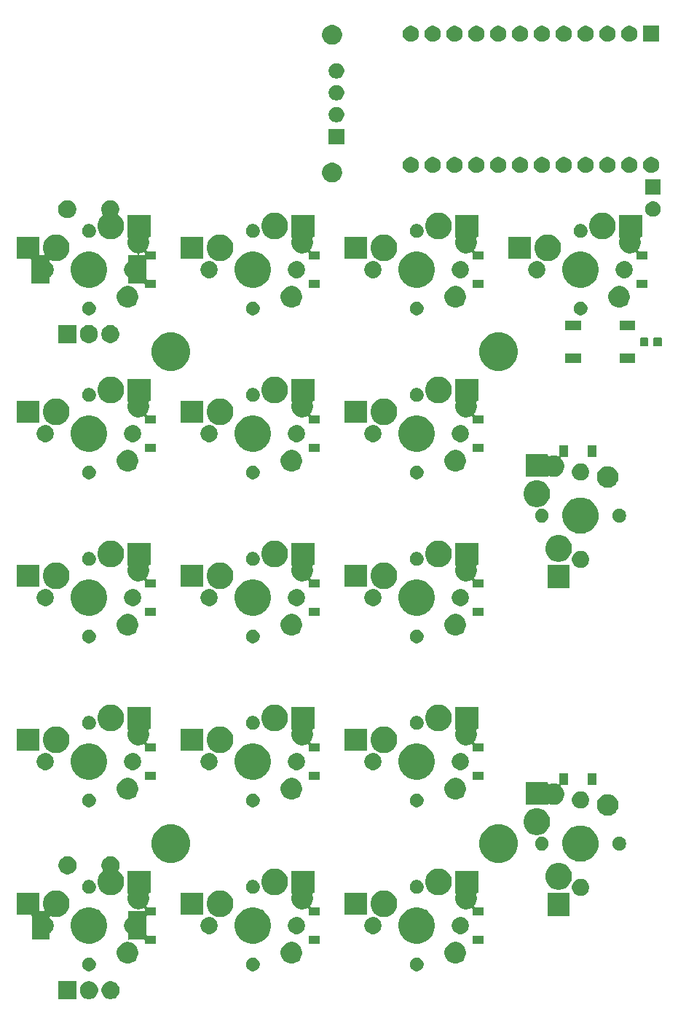
<source format=gbr>
G04 #@! TF.GenerationSoftware,KiCad,Pcbnew,(5.1.6)-1*
G04 #@! TF.CreationDate,2020-09-28T23:28:13+08:00*
G04 #@! TF.ProjectId,Hami,48616d69-2e6b-4696-9361-645f70636258,rev?*
G04 #@! TF.SameCoordinates,Original*
G04 #@! TF.FileFunction,Soldermask,Bot*
G04 #@! TF.FilePolarity,Negative*
%FSLAX46Y46*%
G04 Gerber Fmt 4.6, Leading zero omitted, Abs format (unit mm)*
G04 Created by KiCad (PCBNEW (5.1.6)-1) date 2020-09-28 23:28:13*
%MOMM*%
%LPD*%
G01*
G04 APERTURE LIST*
%ADD10C,0.100000*%
G04 APERTURE END LIST*
D10*
G36*
X116026000Y-148251000D02*
G01*
X113924000Y-148251000D01*
X113924000Y-146149000D01*
X116026000Y-146149000D01*
X116026000Y-148251000D01*
G37*
G36*
X117781564Y-146189389D02*
G01*
X117972833Y-146268615D01*
X117972835Y-146268616D01*
X118144973Y-146383635D01*
X118291365Y-146530027D01*
X118406385Y-146702167D01*
X118485611Y-146893436D01*
X118526000Y-147096484D01*
X118526000Y-147303516D01*
X118485611Y-147506564D01*
X118406385Y-147697833D01*
X118406384Y-147697835D01*
X118291365Y-147869973D01*
X118144973Y-148016365D01*
X117972835Y-148131384D01*
X117972834Y-148131385D01*
X117972833Y-148131385D01*
X117781564Y-148210611D01*
X117578516Y-148251000D01*
X117371484Y-148251000D01*
X117168436Y-148210611D01*
X116977167Y-148131385D01*
X116977166Y-148131385D01*
X116977165Y-148131384D01*
X116805027Y-148016365D01*
X116658635Y-147869973D01*
X116543616Y-147697835D01*
X116543615Y-147697833D01*
X116464389Y-147506564D01*
X116424000Y-147303516D01*
X116424000Y-147096484D01*
X116464389Y-146893436D01*
X116543615Y-146702167D01*
X116658635Y-146530027D01*
X116805027Y-146383635D01*
X116977165Y-146268616D01*
X116977167Y-146268615D01*
X117168436Y-146189389D01*
X117371484Y-146149000D01*
X117578516Y-146149000D01*
X117781564Y-146189389D01*
G37*
G36*
X120281564Y-146189389D02*
G01*
X120472833Y-146268615D01*
X120472835Y-146268616D01*
X120644973Y-146383635D01*
X120791365Y-146530027D01*
X120906385Y-146702167D01*
X120985611Y-146893436D01*
X121026000Y-147096484D01*
X121026000Y-147303516D01*
X120985611Y-147506564D01*
X120906385Y-147697833D01*
X120906384Y-147697835D01*
X120791365Y-147869973D01*
X120644973Y-148016365D01*
X120472835Y-148131384D01*
X120472834Y-148131385D01*
X120472833Y-148131385D01*
X120281564Y-148210611D01*
X120078516Y-148251000D01*
X119871484Y-148251000D01*
X119668436Y-148210611D01*
X119477167Y-148131385D01*
X119477166Y-148131385D01*
X119477165Y-148131384D01*
X119305027Y-148016365D01*
X119158635Y-147869973D01*
X119043616Y-147697835D01*
X119043615Y-147697833D01*
X118964389Y-147506564D01*
X118924000Y-147303516D01*
X118924000Y-147096484D01*
X118964389Y-146893436D01*
X119043615Y-146702167D01*
X119158635Y-146530027D01*
X119305027Y-146383635D01*
X119477165Y-146268616D01*
X119477167Y-146268615D01*
X119668436Y-146189389D01*
X119871484Y-146149000D01*
X120078516Y-146149000D01*
X120281564Y-146189389D01*
G37*
G36*
X155808642Y-143429781D02*
G01*
X155954414Y-143490162D01*
X155954416Y-143490163D01*
X156085608Y-143577822D01*
X156197178Y-143689392D01*
X156284837Y-143820584D01*
X156284838Y-143820586D01*
X156345219Y-143966358D01*
X156376000Y-144121107D01*
X156376000Y-144278893D01*
X156345219Y-144433642D01*
X156284838Y-144579414D01*
X156284837Y-144579416D01*
X156197178Y-144710608D01*
X156085608Y-144822178D01*
X155954416Y-144909837D01*
X155954415Y-144909838D01*
X155954414Y-144909838D01*
X155808642Y-144970219D01*
X155653893Y-145001000D01*
X155496107Y-145001000D01*
X155341358Y-144970219D01*
X155195586Y-144909838D01*
X155195585Y-144909838D01*
X155195584Y-144909837D01*
X155064392Y-144822178D01*
X154952822Y-144710608D01*
X154865163Y-144579416D01*
X154865162Y-144579414D01*
X154804781Y-144433642D01*
X154774000Y-144278893D01*
X154774000Y-144121107D01*
X154804781Y-143966358D01*
X154865162Y-143820586D01*
X154865163Y-143820584D01*
X154952822Y-143689392D01*
X155064392Y-143577822D01*
X155195584Y-143490163D01*
X155195586Y-143490162D01*
X155341358Y-143429781D01*
X155496107Y-143399000D01*
X155653893Y-143399000D01*
X155808642Y-143429781D01*
G37*
G36*
X117708642Y-143429781D02*
G01*
X117854414Y-143490162D01*
X117854416Y-143490163D01*
X117985608Y-143577822D01*
X118097178Y-143689392D01*
X118184837Y-143820584D01*
X118184838Y-143820586D01*
X118245219Y-143966358D01*
X118276000Y-144121107D01*
X118276000Y-144278893D01*
X118245219Y-144433642D01*
X118184838Y-144579414D01*
X118184837Y-144579416D01*
X118097178Y-144710608D01*
X117985608Y-144822178D01*
X117854416Y-144909837D01*
X117854415Y-144909838D01*
X117854414Y-144909838D01*
X117708642Y-144970219D01*
X117553893Y-145001000D01*
X117396107Y-145001000D01*
X117241358Y-144970219D01*
X117095586Y-144909838D01*
X117095585Y-144909838D01*
X117095584Y-144909837D01*
X116964392Y-144822178D01*
X116852822Y-144710608D01*
X116765163Y-144579416D01*
X116765162Y-144579414D01*
X116704781Y-144433642D01*
X116674000Y-144278893D01*
X116674000Y-144121107D01*
X116704781Y-143966358D01*
X116765162Y-143820586D01*
X116765163Y-143820584D01*
X116852822Y-143689392D01*
X116964392Y-143577822D01*
X117095584Y-143490163D01*
X117095586Y-143490162D01*
X117241358Y-143429781D01*
X117396107Y-143399000D01*
X117553893Y-143399000D01*
X117708642Y-143429781D01*
G37*
G36*
X136758642Y-143429781D02*
G01*
X136904414Y-143490162D01*
X136904416Y-143490163D01*
X137035608Y-143577822D01*
X137147178Y-143689392D01*
X137234837Y-143820584D01*
X137234838Y-143820586D01*
X137295219Y-143966358D01*
X137326000Y-144121107D01*
X137326000Y-144278893D01*
X137295219Y-144433642D01*
X137234838Y-144579414D01*
X137234837Y-144579416D01*
X137147178Y-144710608D01*
X137035608Y-144822178D01*
X136904416Y-144909837D01*
X136904415Y-144909838D01*
X136904414Y-144909838D01*
X136758642Y-144970219D01*
X136603893Y-145001000D01*
X136446107Y-145001000D01*
X136291358Y-144970219D01*
X136145586Y-144909838D01*
X136145585Y-144909838D01*
X136145584Y-144909837D01*
X136014392Y-144822178D01*
X135902822Y-144710608D01*
X135815163Y-144579416D01*
X135815162Y-144579414D01*
X135754781Y-144433642D01*
X135724000Y-144278893D01*
X135724000Y-144121107D01*
X135754781Y-143966358D01*
X135815162Y-143820586D01*
X135815163Y-143820584D01*
X135902822Y-143689392D01*
X136014392Y-143577822D01*
X136145584Y-143490163D01*
X136145586Y-143490162D01*
X136291358Y-143429781D01*
X136446107Y-143399000D01*
X136603893Y-143399000D01*
X136758642Y-143429781D01*
G37*
G36*
X122016636Y-141545445D02*
G01*
X122032181Y-141564387D01*
X122051123Y-141579932D01*
X122072734Y-141591483D01*
X122096183Y-141598596D01*
X122221052Y-141623434D01*
X122339903Y-141647075D01*
X122567571Y-141741378D01*
X122772466Y-141878285D01*
X122946715Y-142052534D01*
X122946716Y-142052536D01*
X123083623Y-142257431D01*
X123177925Y-142485097D01*
X123226000Y-142726786D01*
X123226000Y-142973214D01*
X123177925Y-143214903D01*
X123088920Y-143429782D01*
X123083622Y-143442571D01*
X122946715Y-143647466D01*
X122772466Y-143821715D01*
X122567571Y-143958622D01*
X122567570Y-143958623D01*
X122567569Y-143958623D01*
X122339903Y-144052925D01*
X122098214Y-144101000D01*
X121851786Y-144101000D01*
X121610097Y-144052925D01*
X121382431Y-143958623D01*
X121382430Y-143958623D01*
X121382429Y-143958622D01*
X121177534Y-143821715D01*
X121003285Y-143647466D01*
X120866378Y-143442571D01*
X120861081Y-143429782D01*
X120772075Y-143214903D01*
X120724000Y-142973214D01*
X120724000Y-142726786D01*
X120772075Y-142485097D01*
X120866377Y-142257431D01*
X121003284Y-142052536D01*
X121003285Y-142052534D01*
X121177534Y-141878285D01*
X121382429Y-141741378D01*
X121610097Y-141647075D01*
X121851786Y-141599000D01*
X121899001Y-141599000D01*
X121923387Y-141596598D01*
X121946836Y-141589485D01*
X121968447Y-141577934D01*
X121987389Y-141562389D01*
X122002934Y-141543447D01*
X122009251Y-141531628D01*
X122016636Y-141545445D01*
G37*
G36*
X141389903Y-141647075D02*
G01*
X141617571Y-141741378D01*
X141822466Y-141878285D01*
X141996715Y-142052534D01*
X141996716Y-142052536D01*
X142133623Y-142257431D01*
X142227925Y-142485097D01*
X142276000Y-142726786D01*
X142276000Y-142973214D01*
X142227925Y-143214903D01*
X142138920Y-143429782D01*
X142133622Y-143442571D01*
X141996715Y-143647466D01*
X141822466Y-143821715D01*
X141617571Y-143958622D01*
X141617570Y-143958623D01*
X141617569Y-143958623D01*
X141389903Y-144052925D01*
X141148214Y-144101000D01*
X140901786Y-144101000D01*
X140660097Y-144052925D01*
X140432431Y-143958623D01*
X140432430Y-143958623D01*
X140432429Y-143958622D01*
X140227534Y-143821715D01*
X140053285Y-143647466D01*
X139916378Y-143442571D01*
X139911081Y-143429782D01*
X139822075Y-143214903D01*
X139774000Y-142973214D01*
X139774000Y-142726786D01*
X139822075Y-142485097D01*
X139916377Y-142257431D01*
X140053284Y-142052536D01*
X140053285Y-142052534D01*
X140227534Y-141878285D01*
X140432429Y-141741378D01*
X140660097Y-141647075D01*
X140901786Y-141599000D01*
X141148214Y-141599000D01*
X141389903Y-141647075D01*
G37*
G36*
X160439903Y-141647075D02*
G01*
X160667571Y-141741378D01*
X160872466Y-141878285D01*
X161046715Y-142052534D01*
X161046716Y-142052536D01*
X161183623Y-142257431D01*
X161277925Y-142485097D01*
X161326000Y-142726786D01*
X161326000Y-142973214D01*
X161277925Y-143214903D01*
X161188920Y-143429782D01*
X161183622Y-143442571D01*
X161046715Y-143647466D01*
X160872466Y-143821715D01*
X160667571Y-143958622D01*
X160667570Y-143958623D01*
X160667569Y-143958623D01*
X160439903Y-144052925D01*
X160198214Y-144101000D01*
X159951786Y-144101000D01*
X159710097Y-144052925D01*
X159482431Y-143958623D01*
X159482430Y-143958623D01*
X159482429Y-143958622D01*
X159277534Y-143821715D01*
X159103285Y-143647466D01*
X158966378Y-143442571D01*
X158961081Y-143429782D01*
X158872075Y-143214903D01*
X158824000Y-142973214D01*
X158824000Y-142726786D01*
X158872075Y-142485097D01*
X158966377Y-142257431D01*
X159103284Y-142052536D01*
X159103285Y-142052534D01*
X159277534Y-141878285D01*
X159482429Y-141741378D01*
X159710097Y-141647075D01*
X159951786Y-141599000D01*
X160198214Y-141599000D01*
X160439903Y-141647075D01*
G37*
G36*
X124643000Y-135921000D02*
G01*
X124505607Y-135921000D01*
X124481221Y-135923402D01*
X124457772Y-135930515D01*
X124436161Y-135942066D01*
X124417219Y-135957611D01*
X124401674Y-135976553D01*
X124390123Y-135998164D01*
X124383010Y-136021613D01*
X124380608Y-136045999D01*
X124383010Y-136070385D01*
X124390123Y-136093833D01*
X124427925Y-136185095D01*
X124476000Y-136426786D01*
X124476000Y-136673214D01*
X124427925Y-136914903D01*
X124333623Y-137142569D01*
X124191978Y-137354555D01*
X124180427Y-137376166D01*
X124173314Y-137399615D01*
X124170912Y-137424001D01*
X124173314Y-137448387D01*
X124180427Y-137471836D01*
X124191978Y-137493447D01*
X124207523Y-137512388D01*
X124226465Y-137527934D01*
X124248076Y-137539485D01*
X124271525Y-137546598D01*
X124295911Y-137549000D01*
X125269750Y-137549000D01*
X125269750Y-138551000D01*
X124250999Y-138551000D01*
X124226613Y-138553402D01*
X124203164Y-138560515D01*
X124181553Y-138572066D01*
X124162611Y-138587611D01*
X124147066Y-138606553D01*
X124135515Y-138628164D01*
X124128402Y-138651613D01*
X124126000Y-138675999D01*
X124126000Y-140724001D01*
X124128402Y-140748387D01*
X124135515Y-140771836D01*
X124147066Y-140793447D01*
X124162611Y-140812389D01*
X124181553Y-140827934D01*
X124203164Y-140839485D01*
X124226613Y-140846598D01*
X124250999Y-140849000D01*
X125269750Y-140849000D01*
X125269750Y-141851000D01*
X123967750Y-141851000D01*
X123967750Y-141475999D01*
X123965348Y-141451613D01*
X123958235Y-141428164D01*
X123946684Y-141406553D01*
X123931139Y-141387611D01*
X123912197Y-141372066D01*
X123890586Y-141360515D01*
X123867137Y-141353402D01*
X123842751Y-141351000D01*
X122120569Y-141351000D01*
X122096183Y-141353402D01*
X122072734Y-141360515D01*
X122051123Y-141372066D01*
X122032181Y-141387611D01*
X122024000Y-141397580D01*
X122024000Y-140615902D01*
X122021598Y-140591516D01*
X122014485Y-140568067D01*
X122002934Y-140546456D01*
X121987389Y-140527514D01*
X121968451Y-140511972D01*
X121916900Y-140477527D01*
X121777473Y-140338100D01*
X121667926Y-140174151D01*
X121592468Y-139991981D01*
X121554000Y-139798590D01*
X121554000Y-139601410D01*
X121592468Y-139408019D01*
X121667926Y-139225849D01*
X121777473Y-139061900D01*
X121916900Y-138922473D01*
X121968451Y-138888028D01*
X121987389Y-138872486D01*
X122002934Y-138853544D01*
X122014485Y-138831933D01*
X122021598Y-138808484D01*
X122024000Y-138784098D01*
X122024000Y-138049000D01*
X123079431Y-138049000D01*
X123103817Y-138046598D01*
X123127266Y-138039485D01*
X123148877Y-138027934D01*
X123167819Y-138012389D01*
X123183364Y-137993447D01*
X123194915Y-137971836D01*
X123202028Y-137948387D01*
X123204430Y-137924001D01*
X123245570Y-137924001D01*
X123247972Y-137948387D01*
X123255085Y-137971836D01*
X123266636Y-137993447D01*
X123282181Y-138012389D01*
X123301123Y-138027934D01*
X123322734Y-138039485D01*
X123346183Y-138046598D01*
X123370569Y-138049000D01*
X123842751Y-138049000D01*
X123867137Y-138046598D01*
X123890586Y-138039485D01*
X123912197Y-138027934D01*
X123931139Y-138012389D01*
X123946684Y-137993447D01*
X123958235Y-137971836D01*
X123965348Y-137948387D01*
X123967750Y-137924001D01*
X123967750Y-137783490D01*
X123965348Y-137759104D01*
X123958235Y-137735655D01*
X123946684Y-137714044D01*
X123931139Y-137695102D01*
X123912197Y-137679557D01*
X123890586Y-137668006D01*
X123867137Y-137660893D01*
X123842751Y-137658491D01*
X123818365Y-137660893D01*
X123794916Y-137668006D01*
X123589903Y-137752925D01*
X123471052Y-137776566D01*
X123346183Y-137801404D01*
X123322734Y-137808517D01*
X123301123Y-137820068D01*
X123282181Y-137835613D01*
X123266636Y-137854555D01*
X123255085Y-137876166D01*
X123247972Y-137899615D01*
X123245570Y-137924001D01*
X123204430Y-137924001D01*
X123202028Y-137899615D01*
X123194915Y-137876166D01*
X123183364Y-137854555D01*
X123167819Y-137835613D01*
X123148877Y-137820068D01*
X123127266Y-137808517D01*
X123103817Y-137801404D01*
X122978948Y-137776566D01*
X122860097Y-137752925D01*
X122655084Y-137668006D01*
X122632431Y-137658623D01*
X122632430Y-137658623D01*
X122632429Y-137658622D01*
X122427534Y-137521715D01*
X122253285Y-137347466D01*
X122116378Y-137142571D01*
X122022075Y-136914903D01*
X121974000Y-136673213D01*
X121974000Y-136426787D01*
X121974290Y-136425328D01*
X122022075Y-136185095D01*
X122059877Y-136093833D01*
X122066990Y-136070384D01*
X122069392Y-136045998D01*
X122066990Y-136021612D01*
X122059877Y-135998163D01*
X122048326Y-135976553D01*
X122032780Y-135957611D01*
X122013838Y-135942066D01*
X121992227Y-135930515D01*
X121991000Y-135930143D01*
X121991000Y-133319000D01*
X124643000Y-133319000D01*
X124643000Y-135921000D01*
G37*
G36*
X144319750Y-141851000D02*
G01*
X143017750Y-141851000D01*
X143017750Y-140849000D01*
X144319750Y-140849000D01*
X144319750Y-141851000D01*
G37*
G36*
X163369750Y-141851000D02*
G01*
X162067750Y-141851000D01*
X162067750Y-140849000D01*
X163369750Y-140849000D01*
X163369750Y-141851000D01*
G37*
G36*
X117952536Y-137652827D02*
G01*
X118087839Y-137679740D01*
X118264523Y-137752925D01*
X118464150Y-137835613D01*
X118470197Y-137838118D01*
X118527140Y-137876166D01*
X118785805Y-138049000D01*
X118814310Y-138068047D01*
X119106953Y-138360690D01*
X119336882Y-138704803D01*
X119484797Y-139061900D01*
X119495260Y-139087162D01*
X119576000Y-139493068D01*
X119576000Y-139906932D01*
X119522847Y-140174149D01*
X119495260Y-140312839D01*
X119336882Y-140695197D01*
X119285673Y-140771836D01*
X119106954Y-141039309D01*
X118814309Y-141331954D01*
X118771564Y-141360515D01*
X118470197Y-141561882D01*
X118470196Y-141561883D01*
X118470195Y-141561883D01*
X118403558Y-141589485D01*
X118087839Y-141720260D01*
X117981676Y-141741377D01*
X117681932Y-141801000D01*
X117268068Y-141801000D01*
X116968324Y-141741377D01*
X116862161Y-141720260D01*
X116546442Y-141589485D01*
X116479805Y-141561883D01*
X116479804Y-141561883D01*
X116479803Y-141561882D01*
X116178436Y-141360515D01*
X116135691Y-141331954D01*
X115843046Y-141039309D01*
X115664327Y-140771836D01*
X115613118Y-140695197D01*
X115454740Y-140312839D01*
X115427153Y-140174149D01*
X115374000Y-139906932D01*
X115374000Y-139493068D01*
X115454740Y-139087162D01*
X115465204Y-139061900D01*
X115613118Y-138704803D01*
X115843047Y-138360690D01*
X116135690Y-138068047D01*
X116164196Y-138049000D01*
X116422860Y-137876166D01*
X116479803Y-137838118D01*
X116485851Y-137835613D01*
X116685477Y-137752925D01*
X116862161Y-137679740D01*
X116997464Y-137652827D01*
X117268068Y-137599000D01*
X117681932Y-137599000D01*
X117952536Y-137652827D01*
G37*
G36*
X137002536Y-137652827D02*
G01*
X137137839Y-137679740D01*
X137314523Y-137752925D01*
X137514150Y-137835613D01*
X137520197Y-137838118D01*
X137577140Y-137876166D01*
X137835805Y-138049000D01*
X137864310Y-138068047D01*
X138156953Y-138360690D01*
X138386882Y-138704803D01*
X138534797Y-139061900D01*
X138545260Y-139087162D01*
X138626000Y-139493068D01*
X138626000Y-139906932D01*
X138572847Y-140174149D01*
X138545260Y-140312839D01*
X138386882Y-140695197D01*
X138335673Y-140771836D01*
X138156954Y-141039309D01*
X137864309Y-141331954D01*
X137821564Y-141360515D01*
X137520197Y-141561882D01*
X137520196Y-141561883D01*
X137520195Y-141561883D01*
X137453558Y-141589485D01*
X137137839Y-141720260D01*
X137031676Y-141741377D01*
X136731932Y-141801000D01*
X136318068Y-141801000D01*
X136018324Y-141741377D01*
X135912161Y-141720260D01*
X135596442Y-141589485D01*
X135529805Y-141561883D01*
X135529804Y-141561883D01*
X135529803Y-141561882D01*
X135228436Y-141360515D01*
X135185691Y-141331954D01*
X134893046Y-141039309D01*
X134714327Y-140771836D01*
X134663118Y-140695197D01*
X134504740Y-140312839D01*
X134477153Y-140174149D01*
X134424000Y-139906932D01*
X134424000Y-139493068D01*
X134504740Y-139087162D01*
X134515204Y-139061900D01*
X134663118Y-138704803D01*
X134893047Y-138360690D01*
X135185690Y-138068047D01*
X135214196Y-138049000D01*
X135472860Y-137876166D01*
X135529803Y-137838118D01*
X135535851Y-137835613D01*
X135735477Y-137752925D01*
X135912161Y-137679740D01*
X136047464Y-137652827D01*
X136318068Y-137599000D01*
X136731932Y-137599000D01*
X137002536Y-137652827D01*
G37*
G36*
X156052536Y-137652827D02*
G01*
X156187839Y-137679740D01*
X156364523Y-137752925D01*
X156564150Y-137835613D01*
X156570197Y-137838118D01*
X156627140Y-137876166D01*
X156885805Y-138049000D01*
X156914310Y-138068047D01*
X157206953Y-138360690D01*
X157436882Y-138704803D01*
X157584797Y-139061900D01*
X157595260Y-139087162D01*
X157676000Y-139493068D01*
X157676000Y-139906932D01*
X157622847Y-140174149D01*
X157595260Y-140312839D01*
X157436882Y-140695197D01*
X157385673Y-140771836D01*
X157206954Y-141039309D01*
X156914309Y-141331954D01*
X156871564Y-141360515D01*
X156570197Y-141561882D01*
X156570196Y-141561883D01*
X156570195Y-141561883D01*
X156503558Y-141589485D01*
X156187839Y-141720260D01*
X156081676Y-141741377D01*
X155781932Y-141801000D01*
X155368068Y-141801000D01*
X155068324Y-141741377D01*
X154962161Y-141720260D01*
X154646442Y-141589485D01*
X154579805Y-141561883D01*
X154579804Y-141561883D01*
X154579803Y-141561882D01*
X154278436Y-141360515D01*
X154235691Y-141331954D01*
X153943046Y-141039309D01*
X153764327Y-140771836D01*
X153713118Y-140695197D01*
X153554740Y-140312839D01*
X153527153Y-140174149D01*
X153474000Y-139906932D01*
X153474000Y-139493068D01*
X153554740Y-139087162D01*
X153565204Y-139061900D01*
X153713118Y-138704803D01*
X153943047Y-138360690D01*
X154235690Y-138068047D01*
X154264196Y-138049000D01*
X154522860Y-137876166D01*
X154579803Y-137838118D01*
X154585851Y-137835613D01*
X154785477Y-137752925D01*
X154962161Y-137679740D01*
X155097464Y-137652827D01*
X155368068Y-137599000D01*
X155781932Y-137599000D01*
X156052536Y-137652827D01*
G37*
G36*
X113967585Y-135638802D02*
G01*
X114117410Y-135668604D01*
X114399674Y-135785521D01*
X114653705Y-135955259D01*
X114869741Y-136171295D01*
X115039479Y-136425326D01*
X115142157Y-136673214D01*
X115156396Y-136707591D01*
X115216000Y-137007239D01*
X115216000Y-137312761D01*
X115193873Y-137424001D01*
X115156396Y-137612410D01*
X115039479Y-137894674D01*
X114869741Y-138148705D01*
X114653705Y-138364741D01*
X114399674Y-138534479D01*
X114117410Y-138651396D01*
X113993722Y-138675999D01*
X113817761Y-138711000D01*
X113512239Y-138711000D01*
X113212590Y-138651396D01*
X113098834Y-138604277D01*
X113075385Y-138597164D01*
X113050999Y-138594762D01*
X113026612Y-138597164D01*
X113003164Y-138604277D01*
X112981553Y-138615828D01*
X112962611Y-138631374D01*
X112947066Y-138650316D01*
X112935515Y-138671926D01*
X112928402Y-138695375D01*
X112926000Y-138719761D01*
X112926000Y-138784098D01*
X112928402Y-138808484D01*
X112935515Y-138831933D01*
X112947066Y-138853544D01*
X112962611Y-138872486D01*
X112981549Y-138888028D01*
X113033100Y-138922473D01*
X113172527Y-139061900D01*
X113282074Y-139225849D01*
X113357532Y-139408019D01*
X113396000Y-139601410D01*
X113396000Y-139798590D01*
X113357532Y-139991981D01*
X113282074Y-140174151D01*
X113172527Y-140338100D01*
X113033100Y-140477527D01*
X112981549Y-140511972D01*
X112962611Y-140527514D01*
X112947066Y-140546456D01*
X112935515Y-140568067D01*
X112928402Y-140591516D01*
X112926000Y-140615902D01*
X112926000Y-141351000D01*
X110824000Y-141351000D01*
X110824000Y-138585999D01*
X110821598Y-138561613D01*
X110814485Y-138538164D01*
X110802934Y-138516553D01*
X110787389Y-138497611D01*
X110768447Y-138482066D01*
X110746836Y-138470515D01*
X110723387Y-138463402D01*
X110699001Y-138461000D01*
X109064000Y-138461000D01*
X109064000Y-135859000D01*
X111716000Y-135859000D01*
X111716000Y-137924001D01*
X111718402Y-137948387D01*
X111725515Y-137971836D01*
X111737066Y-137993447D01*
X111752611Y-138012389D01*
X111771553Y-138027934D01*
X111793164Y-138039485D01*
X111816613Y-138046598D01*
X111840999Y-138049000D01*
X112167371Y-138049000D01*
X112191757Y-138046598D01*
X112215206Y-138039485D01*
X112236817Y-138027934D01*
X112255759Y-138012389D01*
X112271304Y-137993447D01*
X112282855Y-137971836D01*
X112289968Y-137948387D01*
X112292370Y-137924001D01*
X112289968Y-137899615D01*
X112282855Y-137876166D01*
X112267095Y-137838118D01*
X112173604Y-137612410D01*
X112136127Y-137424001D01*
X112114000Y-137312761D01*
X112114000Y-137007239D01*
X112173604Y-136707591D01*
X112187843Y-136673214D01*
X112290521Y-136425326D01*
X112460259Y-136171295D01*
X112676295Y-135955259D01*
X112930326Y-135785521D01*
X113212590Y-135668604D01*
X113362415Y-135638802D01*
X113512239Y-135609000D01*
X113817761Y-135609000D01*
X113967585Y-135638802D01*
G37*
G36*
X160782764Y-138704803D02*
G01*
X160946981Y-138737468D01*
X161129151Y-138812926D01*
X161293100Y-138922473D01*
X161432527Y-139061900D01*
X161542074Y-139225849D01*
X161617532Y-139408019D01*
X161656000Y-139601410D01*
X161656000Y-139798590D01*
X161617532Y-139991981D01*
X161542074Y-140174151D01*
X161432527Y-140338100D01*
X161293100Y-140477527D01*
X161129151Y-140587074D01*
X160946981Y-140662532D01*
X160850285Y-140681766D01*
X160753591Y-140701000D01*
X160556409Y-140701000D01*
X160459715Y-140681766D01*
X160363019Y-140662532D01*
X160180849Y-140587074D01*
X160016900Y-140477527D01*
X159877473Y-140338100D01*
X159767926Y-140174151D01*
X159692468Y-139991981D01*
X159654000Y-139798590D01*
X159654000Y-139601410D01*
X159692468Y-139408019D01*
X159767926Y-139225849D01*
X159877473Y-139061900D01*
X160016900Y-138922473D01*
X160180849Y-138812926D01*
X160363019Y-138737468D01*
X160527236Y-138704803D01*
X160556409Y-138699000D01*
X160753591Y-138699000D01*
X160782764Y-138704803D01*
G37*
G36*
X141732764Y-138704803D02*
G01*
X141896981Y-138737468D01*
X142079151Y-138812926D01*
X142243100Y-138922473D01*
X142382527Y-139061900D01*
X142492074Y-139225849D01*
X142567532Y-139408019D01*
X142606000Y-139601410D01*
X142606000Y-139798590D01*
X142567532Y-139991981D01*
X142492074Y-140174151D01*
X142382527Y-140338100D01*
X142243100Y-140477527D01*
X142079151Y-140587074D01*
X141896981Y-140662532D01*
X141800285Y-140681766D01*
X141703591Y-140701000D01*
X141506409Y-140701000D01*
X141409715Y-140681766D01*
X141313019Y-140662532D01*
X141130849Y-140587074D01*
X140966900Y-140477527D01*
X140827473Y-140338100D01*
X140717926Y-140174151D01*
X140642468Y-139991981D01*
X140604000Y-139798590D01*
X140604000Y-139601410D01*
X140642468Y-139408019D01*
X140717926Y-139225849D01*
X140827473Y-139061900D01*
X140966900Y-138922473D01*
X141130849Y-138812926D01*
X141313019Y-138737468D01*
X141477236Y-138704803D01*
X141506409Y-138699000D01*
X141703591Y-138699000D01*
X141732764Y-138704803D01*
G37*
G36*
X131572764Y-138704803D02*
G01*
X131736981Y-138737468D01*
X131919151Y-138812926D01*
X132083100Y-138922473D01*
X132222527Y-139061900D01*
X132332074Y-139225849D01*
X132407532Y-139408019D01*
X132446000Y-139601410D01*
X132446000Y-139798590D01*
X132407532Y-139991981D01*
X132332074Y-140174151D01*
X132222527Y-140338100D01*
X132083100Y-140477527D01*
X131919151Y-140587074D01*
X131736981Y-140662532D01*
X131640285Y-140681766D01*
X131543591Y-140701000D01*
X131346409Y-140701000D01*
X131249715Y-140681766D01*
X131153019Y-140662532D01*
X130970849Y-140587074D01*
X130806900Y-140477527D01*
X130667473Y-140338100D01*
X130557926Y-140174151D01*
X130482468Y-139991981D01*
X130444000Y-139798590D01*
X130444000Y-139601410D01*
X130482468Y-139408019D01*
X130557926Y-139225849D01*
X130667473Y-139061900D01*
X130806900Y-138922473D01*
X130970849Y-138812926D01*
X131153019Y-138737468D01*
X131317236Y-138704803D01*
X131346409Y-138699000D01*
X131543591Y-138699000D01*
X131572764Y-138704803D01*
G37*
G36*
X150622764Y-138704803D02*
G01*
X150786981Y-138737468D01*
X150969151Y-138812926D01*
X151133100Y-138922473D01*
X151272527Y-139061900D01*
X151382074Y-139225849D01*
X151457532Y-139408019D01*
X151496000Y-139601410D01*
X151496000Y-139798590D01*
X151457532Y-139991981D01*
X151382074Y-140174151D01*
X151272527Y-140338100D01*
X151133100Y-140477527D01*
X150969151Y-140587074D01*
X150786981Y-140662532D01*
X150690285Y-140681766D01*
X150593591Y-140701000D01*
X150396409Y-140701000D01*
X150299715Y-140681766D01*
X150203019Y-140662532D01*
X150020849Y-140587074D01*
X149856900Y-140477527D01*
X149717473Y-140338100D01*
X149607926Y-140174151D01*
X149532468Y-139991981D01*
X149494000Y-139798590D01*
X149494000Y-139601410D01*
X149532468Y-139408019D01*
X149607926Y-139225849D01*
X149717473Y-139061900D01*
X149856900Y-138922473D01*
X150020849Y-138812926D01*
X150203019Y-138737468D01*
X150367236Y-138704803D01*
X150396409Y-138699000D01*
X150593591Y-138699000D01*
X150622764Y-138704803D01*
G37*
G36*
X133017585Y-135638802D02*
G01*
X133167410Y-135668604D01*
X133449674Y-135785521D01*
X133703705Y-135955259D01*
X133919741Y-136171295D01*
X134089479Y-136425326D01*
X134192157Y-136673214D01*
X134206396Y-136707591D01*
X134266000Y-137007239D01*
X134266000Y-137312761D01*
X134243873Y-137424001D01*
X134206396Y-137612410D01*
X134089479Y-137894674D01*
X133919741Y-138148705D01*
X133703705Y-138364741D01*
X133449674Y-138534479D01*
X133167410Y-138651396D01*
X133043722Y-138675999D01*
X132867761Y-138711000D01*
X132562239Y-138711000D01*
X132386278Y-138675999D01*
X132262590Y-138651396D01*
X131980326Y-138534479D01*
X131726295Y-138364741D01*
X131510259Y-138148705D01*
X131340521Y-137894674D01*
X131223604Y-137612410D01*
X131186127Y-137424001D01*
X131164000Y-137312761D01*
X131164000Y-137007239D01*
X131223604Y-136707591D01*
X131237843Y-136673214D01*
X131340521Y-136425326D01*
X131510259Y-136171295D01*
X131726295Y-135955259D01*
X131980326Y-135785521D01*
X132262590Y-135668604D01*
X132412415Y-135638802D01*
X132562239Y-135609000D01*
X132867761Y-135609000D01*
X133017585Y-135638802D01*
G37*
G36*
X152067585Y-135638802D02*
G01*
X152217410Y-135668604D01*
X152499674Y-135785521D01*
X152753705Y-135955259D01*
X152969741Y-136171295D01*
X153139479Y-136425326D01*
X153242157Y-136673214D01*
X153256396Y-136707591D01*
X153316000Y-137007239D01*
X153316000Y-137312761D01*
X153293873Y-137424001D01*
X153256396Y-137612410D01*
X153139479Y-137894674D01*
X152969741Y-138148705D01*
X152753705Y-138364741D01*
X152499674Y-138534479D01*
X152217410Y-138651396D01*
X152093722Y-138675999D01*
X151917761Y-138711000D01*
X151612239Y-138711000D01*
X151436278Y-138675999D01*
X151312590Y-138651396D01*
X151030326Y-138534479D01*
X150776295Y-138364741D01*
X150560259Y-138148705D01*
X150390521Y-137894674D01*
X150273604Y-137612410D01*
X150236127Y-137424001D01*
X150214000Y-137312761D01*
X150214000Y-137007239D01*
X150273604Y-136707591D01*
X150287843Y-136673214D01*
X150390521Y-136425326D01*
X150560259Y-136171295D01*
X150776295Y-135955259D01*
X151030326Y-135785521D01*
X151312590Y-135668604D01*
X151462415Y-135638802D01*
X151612239Y-135609000D01*
X151917761Y-135609000D01*
X152067585Y-135638802D01*
G37*
G36*
X173386000Y-138586000D02*
G01*
X170784000Y-138586000D01*
X170784000Y-135934000D01*
X173386000Y-135934000D01*
X173386000Y-138586000D01*
G37*
G36*
X143693000Y-135921000D02*
G01*
X143555607Y-135921000D01*
X143531221Y-135923402D01*
X143507772Y-135930515D01*
X143486161Y-135942066D01*
X143467219Y-135957611D01*
X143451674Y-135976553D01*
X143440123Y-135998164D01*
X143433010Y-136021613D01*
X143430608Y-136045999D01*
X143433010Y-136070385D01*
X143440123Y-136093833D01*
X143477925Y-136185095D01*
X143526000Y-136426786D01*
X143526000Y-136673214D01*
X143477925Y-136914903D01*
X143383623Y-137142569D01*
X143241978Y-137354555D01*
X143230427Y-137376166D01*
X143223314Y-137399615D01*
X143220912Y-137424001D01*
X143223314Y-137448387D01*
X143230427Y-137471836D01*
X143241978Y-137493447D01*
X143257523Y-137512388D01*
X143276465Y-137527934D01*
X143298076Y-137539485D01*
X143321525Y-137546598D01*
X143345911Y-137549000D01*
X144319750Y-137549000D01*
X144319750Y-138551000D01*
X143017750Y-138551000D01*
X143017750Y-137783490D01*
X143015348Y-137759104D01*
X143008235Y-137735655D01*
X142996684Y-137714044D01*
X142981139Y-137695102D01*
X142962197Y-137679557D01*
X142940586Y-137668006D01*
X142917137Y-137660893D01*
X142892751Y-137658491D01*
X142868365Y-137660893D01*
X142844916Y-137668006D01*
X142639903Y-137752925D01*
X142519058Y-137776963D01*
X142398214Y-137801000D01*
X142151786Y-137801000D01*
X141910097Y-137752925D01*
X141682431Y-137658623D01*
X141682430Y-137658623D01*
X141682429Y-137658622D01*
X141477534Y-137521715D01*
X141303285Y-137347466D01*
X141166378Y-137142571D01*
X141072075Y-136914903D01*
X141024000Y-136673213D01*
X141024000Y-136426787D01*
X141024290Y-136425328D01*
X141072075Y-136185095D01*
X141109877Y-136093833D01*
X141116990Y-136070384D01*
X141119392Y-136045998D01*
X141116990Y-136021612D01*
X141109877Y-135998163D01*
X141098326Y-135976553D01*
X141082780Y-135957611D01*
X141063838Y-135942066D01*
X141042227Y-135930515D01*
X141041000Y-135930143D01*
X141041000Y-133319000D01*
X143693000Y-133319000D01*
X143693000Y-135921000D01*
G37*
G36*
X162743000Y-135921000D02*
G01*
X162605607Y-135921000D01*
X162581221Y-135923402D01*
X162557772Y-135930515D01*
X162536161Y-135942066D01*
X162517219Y-135957611D01*
X162501674Y-135976553D01*
X162490123Y-135998164D01*
X162483010Y-136021613D01*
X162480608Y-136045999D01*
X162483010Y-136070385D01*
X162490123Y-136093833D01*
X162527925Y-136185095D01*
X162576000Y-136426786D01*
X162576000Y-136673214D01*
X162527925Y-136914903D01*
X162433623Y-137142569D01*
X162291978Y-137354555D01*
X162280427Y-137376166D01*
X162273314Y-137399615D01*
X162270912Y-137424001D01*
X162273314Y-137448387D01*
X162280427Y-137471836D01*
X162291978Y-137493447D01*
X162307523Y-137512388D01*
X162326465Y-137527934D01*
X162348076Y-137539485D01*
X162371525Y-137546598D01*
X162395911Y-137549000D01*
X163369750Y-137549000D01*
X163369750Y-138551000D01*
X162067750Y-138551000D01*
X162067750Y-137783490D01*
X162065348Y-137759104D01*
X162058235Y-137735655D01*
X162046684Y-137714044D01*
X162031139Y-137695102D01*
X162012197Y-137679557D01*
X161990586Y-137668006D01*
X161967137Y-137660893D01*
X161942751Y-137658491D01*
X161918365Y-137660893D01*
X161894916Y-137668006D01*
X161689903Y-137752925D01*
X161569058Y-137776963D01*
X161448214Y-137801000D01*
X161201786Y-137801000D01*
X160960097Y-137752925D01*
X160732431Y-137658623D01*
X160732430Y-137658623D01*
X160732429Y-137658622D01*
X160527534Y-137521715D01*
X160353285Y-137347466D01*
X160216378Y-137142571D01*
X160122075Y-136914903D01*
X160074000Y-136673213D01*
X160074000Y-136426787D01*
X160074290Y-136425328D01*
X160122075Y-136185095D01*
X160159877Y-136093833D01*
X160166990Y-136070384D01*
X160169392Y-136045998D01*
X160166990Y-136021612D01*
X160159877Y-135998163D01*
X160148326Y-135976553D01*
X160132780Y-135957611D01*
X160113838Y-135942066D01*
X160092227Y-135930515D01*
X160091000Y-135930143D01*
X160091000Y-133319000D01*
X162743000Y-133319000D01*
X162743000Y-135921000D01*
G37*
G36*
X130766000Y-138461000D02*
G01*
X128114000Y-138461000D01*
X128114000Y-135859000D01*
X130766000Y-135859000D01*
X130766000Y-138461000D01*
G37*
G36*
X149816000Y-138461000D02*
G01*
X147164000Y-138461000D01*
X147164000Y-135859000D01*
X149816000Y-135859000D01*
X149816000Y-138461000D01*
G37*
G36*
X174916981Y-134292468D02*
G01*
X175099151Y-134367926D01*
X175263100Y-134477473D01*
X175402527Y-134616900D01*
X175512074Y-134780849D01*
X175587532Y-134963019D01*
X175626000Y-135156409D01*
X175626000Y-135353591D01*
X175624829Y-135359479D01*
X175587532Y-135546981D01*
X175512074Y-135729151D01*
X175402527Y-135893100D01*
X175263100Y-136032527D01*
X175099151Y-136142074D01*
X174916981Y-136217532D01*
X174820285Y-136236766D01*
X174723591Y-136256000D01*
X174526409Y-136256000D01*
X174429715Y-136236766D01*
X174333019Y-136217532D01*
X174150849Y-136142074D01*
X173986900Y-136032527D01*
X173847473Y-135893100D01*
X173737926Y-135729151D01*
X173662468Y-135546981D01*
X173625171Y-135359479D01*
X173624000Y-135353591D01*
X173624000Y-135156409D01*
X173662468Y-134963019D01*
X173737926Y-134780849D01*
X173847473Y-134616900D01*
X173986900Y-134477473D01*
X174150849Y-134367926D01*
X174333019Y-134292468D01*
X174526409Y-134254000D01*
X174723591Y-134254000D01*
X174916981Y-134292468D01*
G37*
G36*
X158417585Y-133098802D02*
G01*
X158567410Y-133128604D01*
X158849674Y-133245521D01*
X159103705Y-133415259D01*
X159319741Y-133631295D01*
X159489479Y-133885326D01*
X159594040Y-134137760D01*
X159606396Y-134167591D01*
X159660067Y-134437410D01*
X159666000Y-134467240D01*
X159666000Y-134772760D01*
X159606396Y-135072410D01*
X159489479Y-135354674D01*
X159319741Y-135608705D01*
X159103705Y-135824741D01*
X158849674Y-135994479D01*
X158567410Y-136111396D01*
X158417585Y-136141198D01*
X158267761Y-136171000D01*
X157962239Y-136171000D01*
X157812415Y-136141198D01*
X157662590Y-136111396D01*
X157380326Y-135994479D01*
X157126295Y-135824741D01*
X156910259Y-135608705D01*
X156740521Y-135354674D01*
X156623604Y-135072410D01*
X156564000Y-134772760D01*
X156564000Y-134467240D01*
X156569934Y-134437410D01*
X156623604Y-134167591D01*
X156635960Y-134137760D01*
X156740521Y-133885326D01*
X156910259Y-133631295D01*
X157126295Y-133415259D01*
X157380326Y-133245521D01*
X157662590Y-133128604D01*
X157812415Y-133098802D01*
X157962239Y-133069000D01*
X158267761Y-133069000D01*
X158417585Y-133098802D01*
G37*
G36*
X120281564Y-131689389D02*
G01*
X120472833Y-131768615D01*
X120472835Y-131768616D01*
X120644973Y-131883635D01*
X120791365Y-132030027D01*
X120884766Y-132169811D01*
X120906385Y-132202167D01*
X120985611Y-132393436D01*
X121026000Y-132596484D01*
X121026000Y-132803516D01*
X120985611Y-133006564D01*
X120906385Y-133197833D01*
X120905431Y-133199261D01*
X120893880Y-133220872D01*
X120886767Y-133244321D01*
X120884365Y-133268707D01*
X120886767Y-133293093D01*
X120893880Y-133316542D01*
X120905431Y-133338153D01*
X120920976Y-133357094D01*
X120939910Y-133372632D01*
X121003705Y-133415259D01*
X121219741Y-133631295D01*
X121389479Y-133885326D01*
X121494040Y-134137760D01*
X121506396Y-134167591D01*
X121560067Y-134437410D01*
X121566000Y-134467240D01*
X121566000Y-134772760D01*
X121506396Y-135072410D01*
X121389479Y-135354674D01*
X121219741Y-135608705D01*
X121003705Y-135824741D01*
X120749674Y-135994479D01*
X120467410Y-136111396D01*
X120317585Y-136141198D01*
X120167761Y-136171000D01*
X119862239Y-136171000D01*
X119712415Y-136141198D01*
X119562590Y-136111396D01*
X119280326Y-135994479D01*
X119026295Y-135824741D01*
X118810259Y-135608705D01*
X118640521Y-135354674D01*
X118523604Y-135072410D01*
X118464000Y-134772760D01*
X118464000Y-134467240D01*
X118469934Y-134437410D01*
X118523604Y-134167591D01*
X118535960Y-134137760D01*
X118640521Y-133885326D01*
X118810259Y-133631295D01*
X119026295Y-133415259D01*
X119034784Y-133409587D01*
X119053716Y-133394050D01*
X119069261Y-133375108D01*
X119080812Y-133353497D01*
X119087925Y-133330048D01*
X119090327Y-133305662D01*
X119087925Y-133281276D01*
X119080812Y-133257827D01*
X119069261Y-133236217D01*
X119043616Y-133197836D01*
X118964389Y-133006564D01*
X118924000Y-132803516D01*
X118924000Y-132596484D01*
X118964389Y-132393436D01*
X119043615Y-132202167D01*
X119065235Y-132169811D01*
X119158635Y-132030027D01*
X119305027Y-131883635D01*
X119477165Y-131768616D01*
X119477167Y-131768615D01*
X119668436Y-131689389D01*
X119871484Y-131649000D01*
X120078516Y-131649000D01*
X120281564Y-131689389D01*
G37*
G36*
X139367585Y-133098802D02*
G01*
X139517410Y-133128604D01*
X139799674Y-133245521D01*
X140053705Y-133415259D01*
X140269741Y-133631295D01*
X140439479Y-133885326D01*
X140544040Y-134137760D01*
X140556396Y-134167591D01*
X140610067Y-134437410D01*
X140616000Y-134467240D01*
X140616000Y-134772760D01*
X140556396Y-135072410D01*
X140439479Y-135354674D01*
X140269741Y-135608705D01*
X140053705Y-135824741D01*
X139799674Y-135994479D01*
X139517410Y-136111396D01*
X139367585Y-136141198D01*
X139217761Y-136171000D01*
X138912239Y-136171000D01*
X138762415Y-136141198D01*
X138612590Y-136111396D01*
X138330326Y-135994479D01*
X138076295Y-135824741D01*
X137860259Y-135608705D01*
X137690521Y-135354674D01*
X137573604Y-135072410D01*
X137514000Y-134772760D01*
X137514000Y-134467240D01*
X137519934Y-134437410D01*
X137573604Y-134167591D01*
X137585960Y-134137760D01*
X137690521Y-133885326D01*
X137860259Y-133631295D01*
X138076295Y-133415259D01*
X138330326Y-133245521D01*
X138612590Y-133128604D01*
X138762415Y-133098802D01*
X138912239Y-133069000D01*
X139217761Y-133069000D01*
X139367585Y-133098802D01*
G37*
G36*
X117708642Y-134429781D02*
G01*
X117823780Y-134477473D01*
X117854416Y-134490163D01*
X117985608Y-134577822D01*
X118097178Y-134689392D01*
X118158287Y-134780849D01*
X118184838Y-134820586D01*
X118245219Y-134966358D01*
X118276000Y-135121107D01*
X118276000Y-135278893D01*
X118245219Y-135433642D01*
X118184838Y-135579414D01*
X118184837Y-135579416D01*
X118097178Y-135710608D01*
X117985608Y-135822178D01*
X117854416Y-135909837D01*
X117854415Y-135909838D01*
X117854414Y-135909838D01*
X117708642Y-135970219D01*
X117553893Y-136001000D01*
X117396107Y-136001000D01*
X117241358Y-135970219D01*
X117095586Y-135909838D01*
X117095585Y-135909838D01*
X117095584Y-135909837D01*
X116964392Y-135822178D01*
X116852822Y-135710608D01*
X116765163Y-135579416D01*
X116765162Y-135579414D01*
X116704781Y-135433642D01*
X116674000Y-135278893D01*
X116674000Y-135121107D01*
X116704781Y-134966358D01*
X116765162Y-134820586D01*
X116791713Y-134780849D01*
X116852822Y-134689392D01*
X116964392Y-134577822D01*
X117095584Y-134490163D01*
X117126220Y-134477473D01*
X117241358Y-134429781D01*
X117396107Y-134399000D01*
X117553893Y-134399000D01*
X117708642Y-134429781D01*
G37*
G36*
X155808642Y-134429781D02*
G01*
X155923780Y-134477473D01*
X155954416Y-134490163D01*
X156085608Y-134577822D01*
X156197178Y-134689392D01*
X156258287Y-134780849D01*
X156284838Y-134820586D01*
X156345219Y-134966358D01*
X156376000Y-135121107D01*
X156376000Y-135278893D01*
X156345219Y-135433642D01*
X156284838Y-135579414D01*
X156284837Y-135579416D01*
X156197178Y-135710608D01*
X156085608Y-135822178D01*
X155954416Y-135909837D01*
X155954415Y-135909838D01*
X155954414Y-135909838D01*
X155808642Y-135970219D01*
X155653893Y-136001000D01*
X155496107Y-136001000D01*
X155341358Y-135970219D01*
X155195586Y-135909838D01*
X155195585Y-135909838D01*
X155195584Y-135909837D01*
X155064392Y-135822178D01*
X154952822Y-135710608D01*
X154865163Y-135579416D01*
X154865162Y-135579414D01*
X154804781Y-135433642D01*
X154774000Y-135278893D01*
X154774000Y-135121107D01*
X154804781Y-134966358D01*
X154865162Y-134820586D01*
X154891713Y-134780849D01*
X154952822Y-134689392D01*
X155064392Y-134577822D01*
X155195584Y-134490163D01*
X155226220Y-134477473D01*
X155341358Y-134429781D01*
X155496107Y-134399000D01*
X155653893Y-134399000D01*
X155808642Y-134429781D01*
G37*
G36*
X136758642Y-134429781D02*
G01*
X136873780Y-134477473D01*
X136904416Y-134490163D01*
X137035608Y-134577822D01*
X137147178Y-134689392D01*
X137208287Y-134780849D01*
X137234838Y-134820586D01*
X137295219Y-134966358D01*
X137326000Y-135121107D01*
X137326000Y-135278893D01*
X137295219Y-135433642D01*
X137234838Y-135579414D01*
X137234837Y-135579416D01*
X137147178Y-135710608D01*
X137035608Y-135822178D01*
X136904416Y-135909837D01*
X136904415Y-135909838D01*
X136904414Y-135909838D01*
X136758642Y-135970219D01*
X136603893Y-136001000D01*
X136446107Y-136001000D01*
X136291358Y-135970219D01*
X136145586Y-135909838D01*
X136145585Y-135909838D01*
X136145584Y-135909837D01*
X136014392Y-135822178D01*
X135902822Y-135710608D01*
X135815163Y-135579416D01*
X135815162Y-135579414D01*
X135754781Y-135433642D01*
X135724000Y-135278893D01*
X135724000Y-135121107D01*
X135754781Y-134966358D01*
X135815162Y-134820586D01*
X135841713Y-134780849D01*
X135902822Y-134689392D01*
X136014392Y-134577822D01*
X136145584Y-134490163D01*
X136176220Y-134477473D01*
X136291358Y-134429781D01*
X136446107Y-134399000D01*
X136603893Y-134399000D01*
X136758642Y-134429781D01*
G37*
G36*
X172387585Y-132463802D02*
G01*
X172537410Y-132493604D01*
X172819674Y-132610521D01*
X173073705Y-132780259D01*
X173289741Y-132996295D01*
X173459479Y-133250326D01*
X173576396Y-133532590D01*
X173606198Y-133682415D01*
X173636000Y-133832239D01*
X173636000Y-134137761D01*
X173606198Y-134287585D01*
X173576396Y-134437410D01*
X173459479Y-134719674D01*
X173289741Y-134973705D01*
X173073705Y-135189741D01*
X172819674Y-135359479D01*
X172537410Y-135476396D01*
X172387585Y-135506198D01*
X172237761Y-135536000D01*
X171932239Y-135536000D01*
X171782415Y-135506198D01*
X171632590Y-135476396D01*
X171350326Y-135359479D01*
X171096295Y-135189741D01*
X170880259Y-134973705D01*
X170710521Y-134719674D01*
X170593604Y-134437410D01*
X170563802Y-134287585D01*
X170534000Y-134137761D01*
X170534000Y-133832239D01*
X170563802Y-133682415D01*
X170593604Y-133532590D01*
X170710521Y-133250326D01*
X170880259Y-132996295D01*
X171096295Y-132780259D01*
X171350326Y-132610521D01*
X171632590Y-132493604D01*
X171782415Y-132463802D01*
X171932239Y-132434000D01*
X172237761Y-132434000D01*
X172387585Y-132463802D01*
G37*
G36*
X115281564Y-131689389D02*
G01*
X115472833Y-131768615D01*
X115472835Y-131768616D01*
X115644973Y-131883635D01*
X115791365Y-132030027D01*
X115884766Y-132169811D01*
X115906385Y-132202167D01*
X115985611Y-132393436D01*
X116026000Y-132596484D01*
X116026000Y-132803516D01*
X115985611Y-133006564D01*
X115906385Y-133197833D01*
X115906384Y-133197835D01*
X115791365Y-133369973D01*
X115644973Y-133516365D01*
X115472835Y-133631384D01*
X115472834Y-133631385D01*
X115472833Y-133631385D01*
X115281564Y-133710611D01*
X115078516Y-133751000D01*
X114871484Y-133751000D01*
X114668436Y-133710611D01*
X114477167Y-133631385D01*
X114477166Y-133631385D01*
X114477165Y-133631384D01*
X114305027Y-133516365D01*
X114158635Y-133369973D01*
X114043616Y-133197835D01*
X114043615Y-133197833D01*
X113964389Y-133006564D01*
X113924000Y-132803516D01*
X113924000Y-132596484D01*
X113964389Y-132393436D01*
X114043615Y-132202167D01*
X114065235Y-132169811D01*
X114158635Y-132030027D01*
X114305027Y-131883635D01*
X114477165Y-131768616D01*
X114477167Y-131768615D01*
X114668436Y-131689389D01*
X114871484Y-131649000D01*
X115078516Y-131649000D01*
X115281564Y-131689389D01*
G37*
G36*
X165375880Y-127934776D02*
G01*
X165756593Y-128010504D01*
X166166249Y-128180189D01*
X166534929Y-128426534D01*
X166848466Y-128740071D01*
X167094811Y-129108751D01*
X167264496Y-129518407D01*
X167340224Y-129899120D01*
X167351000Y-129953295D01*
X167351000Y-130396705D01*
X167348625Y-130408643D01*
X167264496Y-130831593D01*
X167094811Y-131241249D01*
X166848466Y-131609929D01*
X166534929Y-131923466D01*
X166166249Y-132169811D01*
X165756593Y-132339496D01*
X165375880Y-132415224D01*
X165321705Y-132426000D01*
X164878295Y-132426000D01*
X164824120Y-132415224D01*
X164443407Y-132339496D01*
X164033751Y-132169811D01*
X163665071Y-131923466D01*
X163351534Y-131609929D01*
X163105189Y-131241249D01*
X162935504Y-130831593D01*
X162851375Y-130408643D01*
X162849000Y-130396705D01*
X162849000Y-129953295D01*
X162859776Y-129899120D01*
X162935504Y-129518407D01*
X163105189Y-129108751D01*
X163351534Y-128740071D01*
X163665071Y-128426534D01*
X164033751Y-128180189D01*
X164443407Y-128010504D01*
X164824120Y-127934776D01*
X164878295Y-127924000D01*
X165321705Y-127924000D01*
X165375880Y-127934776D01*
G37*
G36*
X127275880Y-127934776D02*
G01*
X127656593Y-128010504D01*
X128066249Y-128180189D01*
X128434929Y-128426534D01*
X128748466Y-128740071D01*
X128994811Y-129108751D01*
X129164496Y-129518407D01*
X129240224Y-129899120D01*
X129251000Y-129953295D01*
X129251000Y-130396705D01*
X129248625Y-130408643D01*
X129164496Y-130831593D01*
X128994811Y-131241249D01*
X128748466Y-131609929D01*
X128434929Y-131923466D01*
X128066249Y-132169811D01*
X127656593Y-132339496D01*
X127275880Y-132415224D01*
X127221705Y-132426000D01*
X126778295Y-132426000D01*
X126724120Y-132415224D01*
X126343407Y-132339496D01*
X125933751Y-132169811D01*
X125565071Y-131923466D01*
X125251534Y-131609929D01*
X125005189Y-131241249D01*
X124835504Y-130831593D01*
X124751375Y-130408643D01*
X124749000Y-130396705D01*
X124749000Y-129953295D01*
X124759776Y-129899120D01*
X124835504Y-129518407D01*
X125005189Y-129108751D01*
X125251534Y-128740071D01*
X125565071Y-128426534D01*
X125933751Y-128180189D01*
X126343407Y-128010504D01*
X126724120Y-127934776D01*
X126778295Y-127924000D01*
X127221705Y-127924000D01*
X127275880Y-127934776D01*
G37*
G36*
X175102536Y-128127827D02*
G01*
X175237839Y-128154740D01*
X175620197Y-128313118D01*
X175964310Y-128543047D01*
X176256953Y-128835690D01*
X176486882Y-129179803D01*
X176641392Y-129552822D01*
X176645260Y-129562162D01*
X176726000Y-129968068D01*
X176726000Y-130381932D01*
X176691691Y-130554414D01*
X176645260Y-130787839D01*
X176486882Y-131170197D01*
X176256953Y-131514310D01*
X175964310Y-131806953D01*
X175620197Y-132036882D01*
X175237839Y-132195260D01*
X175102536Y-132222173D01*
X174831932Y-132276000D01*
X174418068Y-132276000D01*
X174147464Y-132222173D01*
X174012161Y-132195260D01*
X173629803Y-132036882D01*
X173285690Y-131806953D01*
X172993047Y-131514310D01*
X172763118Y-131170197D01*
X172604740Y-130787839D01*
X172558309Y-130554414D01*
X172524000Y-130381932D01*
X172524000Y-129968068D01*
X172604740Y-129562162D01*
X172608609Y-129552822D01*
X172763118Y-129179803D01*
X172993047Y-128835690D01*
X173285690Y-128543047D01*
X173629803Y-128313118D01*
X174012161Y-128154740D01*
X174147464Y-128127827D01*
X174418068Y-128074000D01*
X174831932Y-128074000D01*
X175102536Y-128127827D01*
G37*
G36*
X179358642Y-129404781D02*
G01*
X179504414Y-129465162D01*
X179504416Y-129465163D01*
X179635608Y-129552822D01*
X179747178Y-129664392D01*
X179834837Y-129795584D01*
X179834838Y-129795586D01*
X179895219Y-129941358D01*
X179926000Y-130096107D01*
X179926000Y-130253893D01*
X179895219Y-130408642D01*
X179834838Y-130554414D01*
X179834837Y-130554416D01*
X179747178Y-130685608D01*
X179635608Y-130797178D01*
X179504416Y-130884837D01*
X179504415Y-130884838D01*
X179504414Y-130884838D01*
X179358642Y-130945219D01*
X179203893Y-130976000D01*
X179046107Y-130976000D01*
X178891358Y-130945219D01*
X178745586Y-130884838D01*
X178745585Y-130884838D01*
X178745584Y-130884837D01*
X178614392Y-130797178D01*
X178502822Y-130685608D01*
X178415163Y-130554416D01*
X178415162Y-130554414D01*
X178354781Y-130408642D01*
X178324000Y-130253893D01*
X178324000Y-130096107D01*
X178354781Y-129941358D01*
X178415162Y-129795586D01*
X178415163Y-129795584D01*
X178502822Y-129664392D01*
X178614392Y-129552822D01*
X178745584Y-129465163D01*
X178745586Y-129465162D01*
X178891358Y-129404781D01*
X179046107Y-129374000D01*
X179203893Y-129374000D01*
X179358642Y-129404781D01*
G37*
G36*
X170358642Y-129404781D02*
G01*
X170504414Y-129465162D01*
X170504416Y-129465163D01*
X170635608Y-129552822D01*
X170747178Y-129664392D01*
X170834837Y-129795584D01*
X170834838Y-129795586D01*
X170895219Y-129941358D01*
X170926000Y-130096107D01*
X170926000Y-130253893D01*
X170895219Y-130408642D01*
X170834838Y-130554414D01*
X170834837Y-130554416D01*
X170747178Y-130685608D01*
X170635608Y-130797178D01*
X170504416Y-130884837D01*
X170504415Y-130884838D01*
X170504414Y-130884838D01*
X170358642Y-130945219D01*
X170203893Y-130976000D01*
X170046107Y-130976000D01*
X169891358Y-130945219D01*
X169745586Y-130884838D01*
X169745585Y-130884838D01*
X169745584Y-130884837D01*
X169614392Y-130797178D01*
X169502822Y-130685608D01*
X169415163Y-130554416D01*
X169415162Y-130554414D01*
X169354781Y-130408642D01*
X169324000Y-130253893D01*
X169324000Y-130096107D01*
X169354781Y-129941358D01*
X169415162Y-129795586D01*
X169415163Y-129795584D01*
X169502822Y-129664392D01*
X169614392Y-129552822D01*
X169745584Y-129465163D01*
X169745586Y-129465162D01*
X169891358Y-129404781D01*
X170046107Y-129374000D01*
X170203893Y-129374000D01*
X170358642Y-129404781D01*
G37*
G36*
X169847585Y-126113802D02*
G01*
X169997410Y-126143604D01*
X170279674Y-126260521D01*
X170533705Y-126430259D01*
X170749741Y-126646295D01*
X170919479Y-126900326D01*
X171036396Y-127182590D01*
X171096000Y-127482240D01*
X171096000Y-127787760D01*
X171036396Y-128087410D01*
X170919479Y-128369674D01*
X170749741Y-128623705D01*
X170533705Y-128839741D01*
X170279674Y-129009479D01*
X169997410Y-129126396D01*
X169847585Y-129156198D01*
X169697761Y-129186000D01*
X169392239Y-129186000D01*
X169242415Y-129156198D01*
X169092590Y-129126396D01*
X168810326Y-129009479D01*
X168556295Y-128839741D01*
X168340259Y-128623705D01*
X168170521Y-128369674D01*
X168053604Y-128087410D01*
X167994000Y-127787760D01*
X167994000Y-127482240D01*
X168053604Y-127182590D01*
X168170521Y-126900326D01*
X168340259Y-126646295D01*
X168556295Y-126430259D01*
X168810326Y-126260521D01*
X169092590Y-126143604D01*
X169242415Y-126113802D01*
X169392239Y-126084000D01*
X169697761Y-126084000D01*
X169847585Y-126113802D01*
G37*
G36*
X178139903Y-124472075D02*
G01*
X178274489Y-124527822D01*
X178367571Y-124566378D01*
X178572466Y-124703285D01*
X178746715Y-124877534D01*
X178883622Y-125082429D01*
X178977925Y-125310097D01*
X179026000Y-125551787D01*
X179026000Y-125798213D01*
X178977925Y-126039903D01*
X178883622Y-126267571D01*
X178746715Y-126472466D01*
X178572466Y-126646715D01*
X178367571Y-126783622D01*
X178367570Y-126783623D01*
X178367569Y-126783623D01*
X178139903Y-126877925D01*
X177898214Y-126926000D01*
X177651786Y-126926000D01*
X177410097Y-126877925D01*
X177182431Y-126783623D01*
X177182430Y-126783623D01*
X177182429Y-126783622D01*
X176977534Y-126646715D01*
X176803285Y-126472466D01*
X176666378Y-126267571D01*
X176572075Y-126039903D01*
X176524000Y-125798213D01*
X176524000Y-125551787D01*
X176572075Y-125310097D01*
X176666378Y-125082429D01*
X176803285Y-124877534D01*
X176977534Y-124703285D01*
X177182429Y-124566378D01*
X177275512Y-124527822D01*
X177410097Y-124472075D01*
X177651786Y-124424000D01*
X177898214Y-124424000D01*
X178139903Y-124472075D01*
G37*
G36*
X174820285Y-124113234D02*
G01*
X174916981Y-124132468D01*
X175099151Y-124207926D01*
X175263100Y-124317473D01*
X175402527Y-124456900D01*
X175512074Y-124620849D01*
X175587532Y-124803019D01*
X175626000Y-124996410D01*
X175626000Y-125193590D01*
X175587532Y-125386981D01*
X175534175Y-125515795D01*
X175519267Y-125551787D01*
X175512074Y-125569151D01*
X175402527Y-125733100D01*
X175263100Y-125872527D01*
X175099151Y-125982074D01*
X174916981Y-126057532D01*
X174820285Y-126076766D01*
X174723591Y-126096000D01*
X174526409Y-126096000D01*
X174429715Y-126076766D01*
X174333019Y-126057532D01*
X174150849Y-125982074D01*
X173986900Y-125872527D01*
X173847473Y-125733100D01*
X173737926Y-125569151D01*
X173730734Y-125551787D01*
X173715825Y-125515795D01*
X173662468Y-125386981D01*
X173624000Y-125193590D01*
X173624000Y-124996410D01*
X173662468Y-124803019D01*
X173737926Y-124620849D01*
X173847473Y-124456900D01*
X173986900Y-124317473D01*
X174150849Y-124207926D01*
X174333019Y-124132468D01*
X174429715Y-124113234D01*
X174526409Y-124094000D01*
X174723591Y-124094000D01*
X174820285Y-124113234D01*
G37*
G36*
X117708642Y-124379781D02*
G01*
X117854414Y-124440162D01*
X117854416Y-124440163D01*
X117985608Y-124527822D01*
X118097178Y-124639392D01*
X118184837Y-124770584D01*
X118184838Y-124770586D01*
X118245219Y-124916358D01*
X118276000Y-125071107D01*
X118276000Y-125228893D01*
X118245219Y-125383642D01*
X118184838Y-125529414D01*
X118184837Y-125529416D01*
X118097178Y-125660608D01*
X117985608Y-125772178D01*
X117854416Y-125859837D01*
X117854415Y-125859838D01*
X117854414Y-125859838D01*
X117708642Y-125920219D01*
X117553893Y-125951000D01*
X117396107Y-125951000D01*
X117241358Y-125920219D01*
X117095586Y-125859838D01*
X117095585Y-125859838D01*
X117095584Y-125859837D01*
X116964392Y-125772178D01*
X116852822Y-125660608D01*
X116765163Y-125529416D01*
X116765162Y-125529414D01*
X116704781Y-125383642D01*
X116674000Y-125228893D01*
X116674000Y-125071107D01*
X116704781Y-124916358D01*
X116765162Y-124770586D01*
X116765163Y-124770584D01*
X116852822Y-124639392D01*
X116964392Y-124527822D01*
X117095584Y-124440163D01*
X117095586Y-124440162D01*
X117241358Y-124379781D01*
X117396107Y-124349000D01*
X117553893Y-124349000D01*
X117708642Y-124379781D01*
G37*
G36*
X155808642Y-124379781D02*
G01*
X155954414Y-124440162D01*
X155954416Y-124440163D01*
X156085608Y-124527822D01*
X156197178Y-124639392D01*
X156284837Y-124770584D01*
X156284838Y-124770586D01*
X156345219Y-124916358D01*
X156376000Y-125071107D01*
X156376000Y-125228893D01*
X156345219Y-125383642D01*
X156284838Y-125529414D01*
X156284837Y-125529416D01*
X156197178Y-125660608D01*
X156085608Y-125772178D01*
X155954416Y-125859837D01*
X155954415Y-125859838D01*
X155954414Y-125859838D01*
X155808642Y-125920219D01*
X155653893Y-125951000D01*
X155496107Y-125951000D01*
X155341358Y-125920219D01*
X155195586Y-125859838D01*
X155195585Y-125859838D01*
X155195584Y-125859837D01*
X155064392Y-125772178D01*
X154952822Y-125660608D01*
X154865163Y-125529416D01*
X154865162Y-125529414D01*
X154804781Y-125383642D01*
X154774000Y-125228893D01*
X154774000Y-125071107D01*
X154804781Y-124916358D01*
X154865162Y-124770586D01*
X154865163Y-124770584D01*
X154952822Y-124639392D01*
X155064392Y-124527822D01*
X155195584Y-124440163D01*
X155195586Y-124440162D01*
X155341358Y-124379781D01*
X155496107Y-124349000D01*
X155653893Y-124349000D01*
X155808642Y-124379781D01*
G37*
G36*
X136758642Y-124379781D02*
G01*
X136904414Y-124440162D01*
X136904416Y-124440163D01*
X137035608Y-124527822D01*
X137147178Y-124639392D01*
X137234837Y-124770584D01*
X137234838Y-124770586D01*
X137295219Y-124916358D01*
X137326000Y-125071107D01*
X137326000Y-125228893D01*
X137295219Y-125383642D01*
X137234838Y-125529414D01*
X137234837Y-125529416D01*
X137147178Y-125660608D01*
X137035608Y-125772178D01*
X136904416Y-125859837D01*
X136904415Y-125859838D01*
X136904414Y-125859838D01*
X136758642Y-125920219D01*
X136603893Y-125951000D01*
X136446107Y-125951000D01*
X136291358Y-125920219D01*
X136145586Y-125859838D01*
X136145585Y-125859838D01*
X136145584Y-125859837D01*
X136014392Y-125772178D01*
X135902822Y-125660608D01*
X135815163Y-125529416D01*
X135815162Y-125529414D01*
X135754781Y-125383642D01*
X135724000Y-125228893D01*
X135724000Y-125071107D01*
X135754781Y-124916358D01*
X135815162Y-124770586D01*
X135815163Y-124770584D01*
X135902822Y-124639392D01*
X136014392Y-124527822D01*
X136145584Y-124440163D01*
X136145586Y-124440162D01*
X136291358Y-124379781D01*
X136446107Y-124349000D01*
X136603893Y-124349000D01*
X136758642Y-124379781D01*
G37*
G36*
X173158500Y-123333000D02*
G01*
X172453955Y-123333000D01*
X172429569Y-123335402D01*
X172406120Y-123342515D01*
X172384509Y-123354066D01*
X172365567Y-123369611D01*
X172350022Y-123388553D01*
X172338471Y-123410164D01*
X172331358Y-123433613D01*
X172328956Y-123457999D01*
X172331358Y-123482385D01*
X172338471Y-123505834D01*
X172350022Y-123527445D01*
X172365562Y-123546381D01*
X172446715Y-123627534D01*
X172446716Y-123627536D01*
X172583623Y-123832431D01*
X172677925Y-124060097D01*
X172726000Y-124301786D01*
X172726000Y-124548214D01*
X172707863Y-124639393D01*
X172677925Y-124789903D01*
X172583622Y-125017571D01*
X172446715Y-125222466D01*
X172272466Y-125396715D01*
X172067571Y-125533622D01*
X172067570Y-125533623D01*
X172067569Y-125533623D01*
X171839903Y-125627925D01*
X171598214Y-125676000D01*
X171351786Y-125676000D01*
X171110095Y-125627925D01*
X171018833Y-125590123D01*
X170995384Y-125583010D01*
X170970998Y-125580608D01*
X170946612Y-125583010D01*
X170923163Y-125590123D01*
X170901553Y-125601674D01*
X170882611Y-125617220D01*
X170867066Y-125636162D01*
X170855515Y-125657773D01*
X170855143Y-125659000D01*
X168244000Y-125659000D01*
X168244000Y-123007000D01*
X170846000Y-123007000D01*
X170846000Y-123144393D01*
X170848402Y-123168779D01*
X170855515Y-123192228D01*
X170867066Y-123213839D01*
X170882611Y-123232781D01*
X170901553Y-123248326D01*
X170923164Y-123259877D01*
X170946613Y-123266990D01*
X170970999Y-123269392D01*
X170995385Y-123266990D01*
X171018833Y-123259877D01*
X171110095Y-123222075D01*
X171351786Y-123174000D01*
X171598214Y-123174000D01*
X171839903Y-123222075D01*
X171983666Y-123281623D01*
X172007115Y-123288736D01*
X172031502Y-123291138D01*
X172055888Y-123288736D01*
X172079337Y-123281623D01*
X172100947Y-123270072D01*
X172119889Y-123254526D01*
X172135434Y-123235584D01*
X172146985Y-123213974D01*
X172154098Y-123190525D01*
X172156500Y-123166139D01*
X172156500Y-122031000D01*
X173158500Y-122031000D01*
X173158500Y-123333000D01*
G37*
G36*
X160439903Y-122597075D02*
G01*
X160667571Y-122691378D01*
X160872466Y-122828285D01*
X161046715Y-123002534D01*
X161161285Y-123174000D01*
X161183623Y-123207431D01*
X161277925Y-123435097D01*
X161326000Y-123676786D01*
X161326000Y-123923214D01*
X161277925Y-124164903D01*
X161188920Y-124379782D01*
X161183622Y-124392571D01*
X161046715Y-124597466D01*
X160872466Y-124771715D01*
X160667571Y-124908622D01*
X160667570Y-124908623D01*
X160667569Y-124908623D01*
X160439903Y-125002925D01*
X160198214Y-125051000D01*
X159951786Y-125051000D01*
X159710097Y-125002925D01*
X159482431Y-124908623D01*
X159482430Y-124908623D01*
X159482429Y-124908622D01*
X159277534Y-124771715D01*
X159103285Y-124597466D01*
X158966378Y-124392571D01*
X158961081Y-124379782D01*
X158872075Y-124164903D01*
X158824000Y-123923214D01*
X158824000Y-123676786D01*
X158872075Y-123435097D01*
X158966377Y-123207431D01*
X158988715Y-123174000D01*
X159103285Y-123002534D01*
X159277534Y-122828285D01*
X159482429Y-122691378D01*
X159710097Y-122597075D01*
X159951786Y-122549000D01*
X160198214Y-122549000D01*
X160439903Y-122597075D01*
G37*
G36*
X141389903Y-122597075D02*
G01*
X141617571Y-122691378D01*
X141822466Y-122828285D01*
X141996715Y-123002534D01*
X142111285Y-123174000D01*
X142133623Y-123207431D01*
X142227925Y-123435097D01*
X142276000Y-123676786D01*
X142276000Y-123923214D01*
X142227925Y-124164903D01*
X142138920Y-124379782D01*
X142133622Y-124392571D01*
X141996715Y-124597466D01*
X141822466Y-124771715D01*
X141617571Y-124908622D01*
X141617570Y-124908623D01*
X141617569Y-124908623D01*
X141389903Y-125002925D01*
X141148214Y-125051000D01*
X140901786Y-125051000D01*
X140660097Y-125002925D01*
X140432431Y-124908623D01*
X140432430Y-124908623D01*
X140432429Y-124908622D01*
X140227534Y-124771715D01*
X140053285Y-124597466D01*
X139916378Y-124392571D01*
X139911081Y-124379782D01*
X139822075Y-124164903D01*
X139774000Y-123923214D01*
X139774000Y-123676786D01*
X139822075Y-123435097D01*
X139916377Y-123207431D01*
X139938715Y-123174000D01*
X140053285Y-123002534D01*
X140227534Y-122828285D01*
X140432429Y-122691378D01*
X140660097Y-122597075D01*
X140901786Y-122549000D01*
X141148214Y-122549000D01*
X141389903Y-122597075D01*
G37*
G36*
X122339903Y-122597075D02*
G01*
X122567571Y-122691378D01*
X122772466Y-122828285D01*
X122946715Y-123002534D01*
X123061285Y-123174000D01*
X123083623Y-123207431D01*
X123177925Y-123435097D01*
X123226000Y-123676786D01*
X123226000Y-123923214D01*
X123177925Y-124164903D01*
X123088920Y-124379782D01*
X123083622Y-124392571D01*
X122946715Y-124597466D01*
X122772466Y-124771715D01*
X122567571Y-124908622D01*
X122567570Y-124908623D01*
X122567569Y-124908623D01*
X122339903Y-125002925D01*
X122098214Y-125051000D01*
X121851786Y-125051000D01*
X121610097Y-125002925D01*
X121382431Y-124908623D01*
X121382430Y-124908623D01*
X121382429Y-124908622D01*
X121177534Y-124771715D01*
X121003285Y-124597466D01*
X120866378Y-124392571D01*
X120861081Y-124379782D01*
X120772075Y-124164903D01*
X120724000Y-123923214D01*
X120724000Y-123676786D01*
X120772075Y-123435097D01*
X120866377Y-123207431D01*
X120888715Y-123174000D01*
X121003285Y-123002534D01*
X121177534Y-122828285D01*
X121382429Y-122691378D01*
X121610097Y-122597075D01*
X121851786Y-122549000D01*
X122098214Y-122549000D01*
X122339903Y-122597075D01*
G37*
G36*
X176458500Y-123333000D02*
G01*
X175456500Y-123333000D01*
X175456500Y-122031000D01*
X176458500Y-122031000D01*
X176458500Y-123333000D01*
G37*
G36*
X163369750Y-122801000D02*
G01*
X162067750Y-122801000D01*
X162067750Y-121799000D01*
X163369750Y-121799000D01*
X163369750Y-122801000D01*
G37*
G36*
X125269750Y-122801000D02*
G01*
X123967750Y-122801000D01*
X123967750Y-121799000D01*
X125269750Y-121799000D01*
X125269750Y-122801000D01*
G37*
G36*
X144319750Y-122801000D02*
G01*
X143017750Y-122801000D01*
X143017750Y-121799000D01*
X144319750Y-121799000D01*
X144319750Y-122801000D01*
G37*
G36*
X156052536Y-118602827D02*
G01*
X156187839Y-118629740D01*
X156570197Y-118788118D01*
X156914310Y-119018047D01*
X157206953Y-119310690D01*
X157436882Y-119654803D01*
X157584797Y-120011900D01*
X157595260Y-120037162D01*
X157676000Y-120443068D01*
X157676000Y-120856932D01*
X157622847Y-121124149D01*
X157595260Y-121262839D01*
X157436882Y-121645197D01*
X157206953Y-121989310D01*
X156914310Y-122281953D01*
X156570197Y-122511882D01*
X156187839Y-122670260D01*
X156081676Y-122691377D01*
X155781932Y-122751000D01*
X155368068Y-122751000D01*
X155068324Y-122691377D01*
X154962161Y-122670260D01*
X154579803Y-122511882D01*
X154235690Y-122281953D01*
X153943047Y-121989310D01*
X153713118Y-121645197D01*
X153554740Y-121262839D01*
X153527153Y-121124149D01*
X153474000Y-120856932D01*
X153474000Y-120443068D01*
X153554740Y-120037162D01*
X153565204Y-120011900D01*
X153713118Y-119654803D01*
X153943047Y-119310690D01*
X154235690Y-119018047D01*
X154579803Y-118788118D01*
X154962161Y-118629740D01*
X155097464Y-118602827D01*
X155368068Y-118549000D01*
X155781932Y-118549000D01*
X156052536Y-118602827D01*
G37*
G36*
X137002536Y-118602827D02*
G01*
X137137839Y-118629740D01*
X137520197Y-118788118D01*
X137864310Y-119018047D01*
X138156953Y-119310690D01*
X138386882Y-119654803D01*
X138534797Y-120011900D01*
X138545260Y-120037162D01*
X138626000Y-120443068D01*
X138626000Y-120856932D01*
X138572847Y-121124149D01*
X138545260Y-121262839D01*
X138386882Y-121645197D01*
X138156953Y-121989310D01*
X137864310Y-122281953D01*
X137520197Y-122511882D01*
X137137839Y-122670260D01*
X137031676Y-122691377D01*
X136731932Y-122751000D01*
X136318068Y-122751000D01*
X136018324Y-122691377D01*
X135912161Y-122670260D01*
X135529803Y-122511882D01*
X135185690Y-122281953D01*
X134893047Y-121989310D01*
X134663118Y-121645197D01*
X134504740Y-121262839D01*
X134477153Y-121124149D01*
X134424000Y-120856932D01*
X134424000Y-120443068D01*
X134504740Y-120037162D01*
X134515204Y-120011900D01*
X134663118Y-119654803D01*
X134893047Y-119310690D01*
X135185690Y-119018047D01*
X135529803Y-118788118D01*
X135912161Y-118629740D01*
X136047464Y-118602827D01*
X136318068Y-118549000D01*
X136731932Y-118549000D01*
X137002536Y-118602827D01*
G37*
G36*
X117952536Y-118602827D02*
G01*
X118087839Y-118629740D01*
X118470197Y-118788118D01*
X118814310Y-119018047D01*
X119106953Y-119310690D01*
X119336882Y-119654803D01*
X119484797Y-120011900D01*
X119495260Y-120037162D01*
X119576000Y-120443068D01*
X119576000Y-120856932D01*
X119522847Y-121124149D01*
X119495260Y-121262839D01*
X119336882Y-121645197D01*
X119106953Y-121989310D01*
X118814310Y-122281953D01*
X118470197Y-122511882D01*
X118087839Y-122670260D01*
X117981676Y-122691377D01*
X117681932Y-122751000D01*
X117268068Y-122751000D01*
X116968324Y-122691377D01*
X116862161Y-122670260D01*
X116479803Y-122511882D01*
X116135690Y-122281953D01*
X115843047Y-121989310D01*
X115613118Y-121645197D01*
X115454740Y-121262839D01*
X115427153Y-121124149D01*
X115374000Y-120856932D01*
X115374000Y-120443068D01*
X115454740Y-120037162D01*
X115465204Y-120011900D01*
X115613118Y-119654803D01*
X115843047Y-119310690D01*
X116135690Y-119018047D01*
X116479803Y-118788118D01*
X116862161Y-118629740D01*
X116997464Y-118602827D01*
X117268068Y-118549000D01*
X117681932Y-118549000D01*
X117952536Y-118602827D01*
G37*
G36*
X112522764Y-119654803D02*
G01*
X112686981Y-119687468D01*
X112869151Y-119762926D01*
X113033100Y-119872473D01*
X113172527Y-120011900D01*
X113282074Y-120175849D01*
X113357532Y-120358019D01*
X113396000Y-120551410D01*
X113396000Y-120748590D01*
X113357532Y-120941981D01*
X113282074Y-121124151D01*
X113172527Y-121288100D01*
X113033100Y-121427527D01*
X112869151Y-121537074D01*
X112686981Y-121612532D01*
X112590285Y-121631766D01*
X112493591Y-121651000D01*
X112296409Y-121651000D01*
X112199715Y-121631766D01*
X112103019Y-121612532D01*
X111920849Y-121537074D01*
X111756900Y-121427527D01*
X111617473Y-121288100D01*
X111507926Y-121124151D01*
X111432468Y-120941981D01*
X111394000Y-120748590D01*
X111394000Y-120551410D01*
X111432468Y-120358019D01*
X111507926Y-120175849D01*
X111617473Y-120011900D01*
X111756900Y-119872473D01*
X111920849Y-119762926D01*
X112103019Y-119687468D01*
X112267236Y-119654803D01*
X112296409Y-119649000D01*
X112493591Y-119649000D01*
X112522764Y-119654803D01*
G37*
G36*
X122682764Y-119654803D02*
G01*
X122846981Y-119687468D01*
X123029151Y-119762926D01*
X123193100Y-119872473D01*
X123332527Y-120011900D01*
X123442074Y-120175849D01*
X123517532Y-120358019D01*
X123556000Y-120551410D01*
X123556000Y-120748590D01*
X123517532Y-120941981D01*
X123442074Y-121124151D01*
X123332527Y-121288100D01*
X123193100Y-121427527D01*
X123029151Y-121537074D01*
X122846981Y-121612532D01*
X122750285Y-121631766D01*
X122653591Y-121651000D01*
X122456409Y-121651000D01*
X122359715Y-121631766D01*
X122263019Y-121612532D01*
X122080849Y-121537074D01*
X121916900Y-121427527D01*
X121777473Y-121288100D01*
X121667926Y-121124151D01*
X121592468Y-120941981D01*
X121554000Y-120748590D01*
X121554000Y-120551410D01*
X121592468Y-120358019D01*
X121667926Y-120175849D01*
X121777473Y-120011900D01*
X121916900Y-119872473D01*
X122080849Y-119762926D01*
X122263019Y-119687468D01*
X122427236Y-119654803D01*
X122456409Y-119649000D01*
X122653591Y-119649000D01*
X122682764Y-119654803D01*
G37*
G36*
X150622764Y-119654803D02*
G01*
X150786981Y-119687468D01*
X150969151Y-119762926D01*
X151133100Y-119872473D01*
X151272527Y-120011900D01*
X151382074Y-120175849D01*
X151457532Y-120358019D01*
X151496000Y-120551410D01*
X151496000Y-120748590D01*
X151457532Y-120941981D01*
X151382074Y-121124151D01*
X151272527Y-121288100D01*
X151133100Y-121427527D01*
X150969151Y-121537074D01*
X150786981Y-121612532D01*
X150690285Y-121631766D01*
X150593591Y-121651000D01*
X150396409Y-121651000D01*
X150299715Y-121631766D01*
X150203019Y-121612532D01*
X150020849Y-121537074D01*
X149856900Y-121427527D01*
X149717473Y-121288100D01*
X149607926Y-121124151D01*
X149532468Y-120941981D01*
X149494000Y-120748590D01*
X149494000Y-120551410D01*
X149532468Y-120358019D01*
X149607926Y-120175849D01*
X149717473Y-120011900D01*
X149856900Y-119872473D01*
X150020849Y-119762926D01*
X150203019Y-119687468D01*
X150367236Y-119654803D01*
X150396409Y-119649000D01*
X150593591Y-119649000D01*
X150622764Y-119654803D01*
G37*
G36*
X141732764Y-119654803D02*
G01*
X141896981Y-119687468D01*
X142079151Y-119762926D01*
X142243100Y-119872473D01*
X142382527Y-120011900D01*
X142492074Y-120175849D01*
X142567532Y-120358019D01*
X142606000Y-120551410D01*
X142606000Y-120748590D01*
X142567532Y-120941981D01*
X142492074Y-121124151D01*
X142382527Y-121288100D01*
X142243100Y-121427527D01*
X142079151Y-121537074D01*
X141896981Y-121612532D01*
X141800285Y-121631766D01*
X141703591Y-121651000D01*
X141506409Y-121651000D01*
X141409715Y-121631766D01*
X141313019Y-121612532D01*
X141130849Y-121537074D01*
X140966900Y-121427527D01*
X140827473Y-121288100D01*
X140717926Y-121124151D01*
X140642468Y-120941981D01*
X140604000Y-120748590D01*
X140604000Y-120551410D01*
X140642468Y-120358019D01*
X140717926Y-120175849D01*
X140827473Y-120011900D01*
X140966900Y-119872473D01*
X141130849Y-119762926D01*
X141313019Y-119687468D01*
X141477236Y-119654803D01*
X141506409Y-119649000D01*
X141703591Y-119649000D01*
X141732764Y-119654803D01*
G37*
G36*
X131572764Y-119654803D02*
G01*
X131736981Y-119687468D01*
X131919151Y-119762926D01*
X132083100Y-119872473D01*
X132222527Y-120011900D01*
X132332074Y-120175849D01*
X132407532Y-120358019D01*
X132446000Y-120551410D01*
X132446000Y-120748590D01*
X132407532Y-120941981D01*
X132332074Y-121124151D01*
X132222527Y-121288100D01*
X132083100Y-121427527D01*
X131919151Y-121537074D01*
X131736981Y-121612532D01*
X131640285Y-121631766D01*
X131543591Y-121651000D01*
X131346409Y-121651000D01*
X131249715Y-121631766D01*
X131153019Y-121612532D01*
X130970849Y-121537074D01*
X130806900Y-121427527D01*
X130667473Y-121288100D01*
X130557926Y-121124151D01*
X130482468Y-120941981D01*
X130444000Y-120748590D01*
X130444000Y-120551410D01*
X130482468Y-120358019D01*
X130557926Y-120175849D01*
X130667473Y-120011900D01*
X130806900Y-119872473D01*
X130970849Y-119762926D01*
X131153019Y-119687468D01*
X131317236Y-119654803D01*
X131346409Y-119649000D01*
X131543591Y-119649000D01*
X131572764Y-119654803D01*
G37*
G36*
X160782764Y-119654803D02*
G01*
X160946981Y-119687468D01*
X161129151Y-119762926D01*
X161293100Y-119872473D01*
X161432527Y-120011900D01*
X161542074Y-120175849D01*
X161617532Y-120358019D01*
X161656000Y-120551410D01*
X161656000Y-120748590D01*
X161617532Y-120941981D01*
X161542074Y-121124151D01*
X161432527Y-121288100D01*
X161293100Y-121427527D01*
X161129151Y-121537074D01*
X160946981Y-121612532D01*
X160850285Y-121631766D01*
X160753591Y-121651000D01*
X160556409Y-121651000D01*
X160459715Y-121631766D01*
X160363019Y-121612532D01*
X160180849Y-121537074D01*
X160016900Y-121427527D01*
X159877473Y-121288100D01*
X159767926Y-121124151D01*
X159692468Y-120941981D01*
X159654000Y-120748590D01*
X159654000Y-120551410D01*
X159692468Y-120358019D01*
X159767926Y-120175849D01*
X159877473Y-120011900D01*
X160016900Y-119872473D01*
X160180849Y-119762926D01*
X160363019Y-119687468D01*
X160527236Y-119654803D01*
X160556409Y-119649000D01*
X160753591Y-119649000D01*
X160782764Y-119654803D01*
G37*
G36*
X133017585Y-116588802D02*
G01*
X133167410Y-116618604D01*
X133449674Y-116735521D01*
X133703705Y-116905259D01*
X133919741Y-117121295D01*
X134089479Y-117375326D01*
X134192157Y-117623214D01*
X134206396Y-117657591D01*
X134266000Y-117957239D01*
X134266000Y-118262761D01*
X134243873Y-118374001D01*
X134206396Y-118562410D01*
X134089479Y-118844674D01*
X133919741Y-119098705D01*
X133703705Y-119314741D01*
X133449674Y-119484479D01*
X133167410Y-119601396D01*
X133017585Y-119631198D01*
X132867761Y-119661000D01*
X132562239Y-119661000D01*
X132412415Y-119631198D01*
X132262590Y-119601396D01*
X131980326Y-119484479D01*
X131726295Y-119314741D01*
X131510259Y-119098705D01*
X131340521Y-118844674D01*
X131223604Y-118562410D01*
X131186127Y-118374001D01*
X131164000Y-118262761D01*
X131164000Y-117957239D01*
X131223604Y-117657591D01*
X131237843Y-117623214D01*
X131340521Y-117375326D01*
X131510259Y-117121295D01*
X131726295Y-116905259D01*
X131980326Y-116735521D01*
X132262590Y-116618604D01*
X132412415Y-116588802D01*
X132562239Y-116559000D01*
X132867761Y-116559000D01*
X133017585Y-116588802D01*
G37*
G36*
X113967585Y-116588802D02*
G01*
X114117410Y-116618604D01*
X114399674Y-116735521D01*
X114653705Y-116905259D01*
X114869741Y-117121295D01*
X115039479Y-117375326D01*
X115142157Y-117623214D01*
X115156396Y-117657591D01*
X115216000Y-117957239D01*
X115216000Y-118262761D01*
X115193873Y-118374001D01*
X115156396Y-118562410D01*
X115039479Y-118844674D01*
X114869741Y-119098705D01*
X114653705Y-119314741D01*
X114399674Y-119484479D01*
X114117410Y-119601396D01*
X113967585Y-119631198D01*
X113817761Y-119661000D01*
X113512239Y-119661000D01*
X113362415Y-119631198D01*
X113212590Y-119601396D01*
X112930326Y-119484479D01*
X112676295Y-119314741D01*
X112460259Y-119098705D01*
X112290521Y-118844674D01*
X112173604Y-118562410D01*
X112136127Y-118374001D01*
X112114000Y-118262761D01*
X112114000Y-117957239D01*
X112173604Y-117657591D01*
X112187843Y-117623214D01*
X112290521Y-117375326D01*
X112460259Y-117121295D01*
X112676295Y-116905259D01*
X112930326Y-116735521D01*
X113212590Y-116618604D01*
X113362415Y-116588802D01*
X113512239Y-116559000D01*
X113817761Y-116559000D01*
X113967585Y-116588802D01*
G37*
G36*
X152067585Y-116588802D02*
G01*
X152217410Y-116618604D01*
X152499674Y-116735521D01*
X152753705Y-116905259D01*
X152969741Y-117121295D01*
X153139479Y-117375326D01*
X153242157Y-117623214D01*
X153256396Y-117657591D01*
X153316000Y-117957239D01*
X153316000Y-118262761D01*
X153293873Y-118374001D01*
X153256396Y-118562410D01*
X153139479Y-118844674D01*
X152969741Y-119098705D01*
X152753705Y-119314741D01*
X152499674Y-119484479D01*
X152217410Y-119601396D01*
X152067585Y-119631198D01*
X151917761Y-119661000D01*
X151612239Y-119661000D01*
X151462415Y-119631198D01*
X151312590Y-119601396D01*
X151030326Y-119484479D01*
X150776295Y-119314741D01*
X150560259Y-119098705D01*
X150390521Y-118844674D01*
X150273604Y-118562410D01*
X150236127Y-118374001D01*
X150214000Y-118262761D01*
X150214000Y-117957239D01*
X150273604Y-117657591D01*
X150287843Y-117623214D01*
X150390521Y-117375326D01*
X150560259Y-117121295D01*
X150776295Y-116905259D01*
X151030326Y-116735521D01*
X151312590Y-116618604D01*
X151462415Y-116588802D01*
X151612239Y-116559000D01*
X151917761Y-116559000D01*
X152067585Y-116588802D01*
G37*
G36*
X162743000Y-116871000D02*
G01*
X162605607Y-116871000D01*
X162581221Y-116873402D01*
X162557772Y-116880515D01*
X162536161Y-116892066D01*
X162517219Y-116907611D01*
X162501674Y-116926553D01*
X162490123Y-116948164D01*
X162483010Y-116971613D01*
X162480608Y-116995999D01*
X162483010Y-117020385D01*
X162490123Y-117043833D01*
X162527925Y-117135095D01*
X162576000Y-117376786D01*
X162576000Y-117623214D01*
X162527925Y-117864903D01*
X162433623Y-118092569D01*
X162291978Y-118304555D01*
X162280427Y-118326166D01*
X162273314Y-118349615D01*
X162270912Y-118374001D01*
X162273314Y-118398387D01*
X162280427Y-118421836D01*
X162291978Y-118443447D01*
X162307523Y-118462388D01*
X162326465Y-118477934D01*
X162348076Y-118489485D01*
X162371525Y-118496598D01*
X162395911Y-118499000D01*
X163369750Y-118499000D01*
X163369750Y-119501000D01*
X162067750Y-119501000D01*
X162067750Y-118733490D01*
X162065348Y-118709104D01*
X162058235Y-118685655D01*
X162046684Y-118664044D01*
X162031139Y-118645102D01*
X162012197Y-118629557D01*
X161990586Y-118618006D01*
X161967137Y-118610893D01*
X161942751Y-118608491D01*
X161918365Y-118610893D01*
X161894916Y-118618006D01*
X161689903Y-118702925D01*
X161569058Y-118726963D01*
X161448214Y-118751000D01*
X161201786Y-118751000D01*
X160960097Y-118702925D01*
X160732431Y-118608623D01*
X160732430Y-118608623D01*
X160732429Y-118608622D01*
X160527534Y-118471715D01*
X160353285Y-118297466D01*
X160216378Y-118092571D01*
X160122075Y-117864903D01*
X160074000Y-117623213D01*
X160074000Y-117376787D01*
X160074290Y-117375328D01*
X160122075Y-117135095D01*
X160159877Y-117043833D01*
X160166990Y-117020384D01*
X160169392Y-116995998D01*
X160166990Y-116971612D01*
X160159877Y-116948163D01*
X160148326Y-116926553D01*
X160132780Y-116907611D01*
X160113838Y-116892066D01*
X160092227Y-116880515D01*
X160091000Y-116880143D01*
X160091000Y-114269000D01*
X162743000Y-114269000D01*
X162743000Y-116871000D01*
G37*
G36*
X124643000Y-116871000D02*
G01*
X124505607Y-116871000D01*
X124481221Y-116873402D01*
X124457772Y-116880515D01*
X124436161Y-116892066D01*
X124417219Y-116907611D01*
X124401674Y-116926553D01*
X124390123Y-116948164D01*
X124383010Y-116971613D01*
X124380608Y-116995999D01*
X124383010Y-117020385D01*
X124390123Y-117043833D01*
X124427925Y-117135095D01*
X124476000Y-117376786D01*
X124476000Y-117623214D01*
X124427925Y-117864903D01*
X124333623Y-118092569D01*
X124191978Y-118304555D01*
X124180427Y-118326166D01*
X124173314Y-118349615D01*
X124170912Y-118374001D01*
X124173314Y-118398387D01*
X124180427Y-118421836D01*
X124191978Y-118443447D01*
X124207523Y-118462388D01*
X124226465Y-118477934D01*
X124248076Y-118489485D01*
X124271525Y-118496598D01*
X124295911Y-118499000D01*
X125269750Y-118499000D01*
X125269750Y-119501000D01*
X123967750Y-119501000D01*
X123967750Y-118733490D01*
X123965348Y-118709104D01*
X123958235Y-118685655D01*
X123946684Y-118664044D01*
X123931139Y-118645102D01*
X123912197Y-118629557D01*
X123890586Y-118618006D01*
X123867137Y-118610893D01*
X123842751Y-118608491D01*
X123818365Y-118610893D01*
X123794916Y-118618006D01*
X123589903Y-118702925D01*
X123469058Y-118726963D01*
X123348214Y-118751000D01*
X123101786Y-118751000D01*
X122860097Y-118702925D01*
X122632431Y-118608623D01*
X122632430Y-118608623D01*
X122632429Y-118608622D01*
X122427534Y-118471715D01*
X122253285Y-118297466D01*
X122116378Y-118092571D01*
X122022075Y-117864903D01*
X121974000Y-117623213D01*
X121974000Y-117376787D01*
X121974290Y-117375328D01*
X122022075Y-117135095D01*
X122059877Y-117043833D01*
X122066990Y-117020384D01*
X122069392Y-116995998D01*
X122066990Y-116971612D01*
X122059877Y-116948163D01*
X122048326Y-116926553D01*
X122032780Y-116907611D01*
X122013838Y-116892066D01*
X121992227Y-116880515D01*
X121991000Y-116880143D01*
X121991000Y-114269000D01*
X124643000Y-114269000D01*
X124643000Y-116871000D01*
G37*
G36*
X143693000Y-116871000D02*
G01*
X143555607Y-116871000D01*
X143531221Y-116873402D01*
X143507772Y-116880515D01*
X143486161Y-116892066D01*
X143467219Y-116907611D01*
X143451674Y-116926553D01*
X143440123Y-116948164D01*
X143433010Y-116971613D01*
X143430608Y-116995999D01*
X143433010Y-117020385D01*
X143440123Y-117043833D01*
X143477925Y-117135095D01*
X143526000Y-117376786D01*
X143526000Y-117623214D01*
X143477925Y-117864903D01*
X143383623Y-118092569D01*
X143241978Y-118304555D01*
X143230427Y-118326166D01*
X143223314Y-118349615D01*
X143220912Y-118374001D01*
X143223314Y-118398387D01*
X143230427Y-118421836D01*
X143241978Y-118443447D01*
X143257523Y-118462388D01*
X143276465Y-118477934D01*
X143298076Y-118489485D01*
X143321525Y-118496598D01*
X143345911Y-118499000D01*
X144319750Y-118499000D01*
X144319750Y-119501000D01*
X143017750Y-119501000D01*
X143017750Y-118733490D01*
X143015348Y-118709104D01*
X143008235Y-118685655D01*
X142996684Y-118664044D01*
X142981139Y-118645102D01*
X142962197Y-118629557D01*
X142940586Y-118618006D01*
X142917137Y-118610893D01*
X142892751Y-118608491D01*
X142868365Y-118610893D01*
X142844916Y-118618006D01*
X142639903Y-118702925D01*
X142519058Y-118726963D01*
X142398214Y-118751000D01*
X142151786Y-118751000D01*
X141910097Y-118702925D01*
X141682431Y-118608623D01*
X141682430Y-118608623D01*
X141682429Y-118608622D01*
X141477534Y-118471715D01*
X141303285Y-118297466D01*
X141166378Y-118092571D01*
X141072075Y-117864903D01*
X141024000Y-117623213D01*
X141024000Y-117376787D01*
X141024290Y-117375328D01*
X141072075Y-117135095D01*
X141109877Y-117043833D01*
X141116990Y-117020384D01*
X141119392Y-116995998D01*
X141116990Y-116971612D01*
X141109877Y-116948163D01*
X141098326Y-116926553D01*
X141082780Y-116907611D01*
X141063838Y-116892066D01*
X141042227Y-116880515D01*
X141041000Y-116880143D01*
X141041000Y-114269000D01*
X143693000Y-114269000D01*
X143693000Y-116871000D01*
G37*
G36*
X130766000Y-119411000D02*
G01*
X128114000Y-119411000D01*
X128114000Y-116809000D01*
X130766000Y-116809000D01*
X130766000Y-119411000D01*
G37*
G36*
X111716000Y-119411000D02*
G01*
X109064000Y-119411000D01*
X109064000Y-116809000D01*
X111716000Y-116809000D01*
X111716000Y-119411000D01*
G37*
G36*
X149816000Y-119411000D02*
G01*
X147164000Y-119411000D01*
X147164000Y-116809000D01*
X149816000Y-116809000D01*
X149816000Y-119411000D01*
G37*
G36*
X139367585Y-114048802D02*
G01*
X139517410Y-114078604D01*
X139799674Y-114195521D01*
X140053705Y-114365259D01*
X140269741Y-114581295D01*
X140439479Y-114835326D01*
X140556396Y-115117590D01*
X140616000Y-115417240D01*
X140616000Y-115722760D01*
X140556396Y-116022410D01*
X140439479Y-116304674D01*
X140269741Y-116558705D01*
X140053705Y-116774741D01*
X139799674Y-116944479D01*
X139517410Y-117061396D01*
X139367585Y-117091198D01*
X139217761Y-117121000D01*
X138912239Y-117121000D01*
X138762415Y-117091198D01*
X138612590Y-117061396D01*
X138330326Y-116944479D01*
X138076295Y-116774741D01*
X137860259Y-116558705D01*
X137690521Y-116304674D01*
X137573604Y-116022410D01*
X137514000Y-115722760D01*
X137514000Y-115417240D01*
X137573604Y-115117590D01*
X137690521Y-114835326D01*
X137860259Y-114581295D01*
X138076295Y-114365259D01*
X138330326Y-114195521D01*
X138612590Y-114078604D01*
X138762415Y-114048802D01*
X138912239Y-114019000D01*
X139217761Y-114019000D01*
X139367585Y-114048802D01*
G37*
G36*
X120317585Y-114048802D02*
G01*
X120467410Y-114078604D01*
X120749674Y-114195521D01*
X121003705Y-114365259D01*
X121219741Y-114581295D01*
X121389479Y-114835326D01*
X121506396Y-115117590D01*
X121566000Y-115417240D01*
X121566000Y-115722760D01*
X121506396Y-116022410D01*
X121389479Y-116304674D01*
X121219741Y-116558705D01*
X121003705Y-116774741D01*
X120749674Y-116944479D01*
X120467410Y-117061396D01*
X120317585Y-117091198D01*
X120167761Y-117121000D01*
X119862239Y-117121000D01*
X119712415Y-117091198D01*
X119562590Y-117061396D01*
X119280326Y-116944479D01*
X119026295Y-116774741D01*
X118810259Y-116558705D01*
X118640521Y-116304674D01*
X118523604Y-116022410D01*
X118464000Y-115722760D01*
X118464000Y-115417240D01*
X118523604Y-115117590D01*
X118640521Y-114835326D01*
X118810259Y-114581295D01*
X119026295Y-114365259D01*
X119280326Y-114195521D01*
X119562590Y-114078604D01*
X119712415Y-114048802D01*
X119862239Y-114019000D01*
X120167761Y-114019000D01*
X120317585Y-114048802D01*
G37*
G36*
X158417585Y-114048802D02*
G01*
X158567410Y-114078604D01*
X158849674Y-114195521D01*
X159103705Y-114365259D01*
X159319741Y-114581295D01*
X159489479Y-114835326D01*
X159606396Y-115117590D01*
X159666000Y-115417240D01*
X159666000Y-115722760D01*
X159606396Y-116022410D01*
X159489479Y-116304674D01*
X159319741Y-116558705D01*
X159103705Y-116774741D01*
X158849674Y-116944479D01*
X158567410Y-117061396D01*
X158417585Y-117091198D01*
X158267761Y-117121000D01*
X157962239Y-117121000D01*
X157812415Y-117091198D01*
X157662590Y-117061396D01*
X157380326Y-116944479D01*
X157126295Y-116774741D01*
X156910259Y-116558705D01*
X156740521Y-116304674D01*
X156623604Y-116022410D01*
X156564000Y-115722760D01*
X156564000Y-115417240D01*
X156623604Y-115117590D01*
X156740521Y-114835326D01*
X156910259Y-114581295D01*
X157126295Y-114365259D01*
X157380326Y-114195521D01*
X157662590Y-114078604D01*
X157812415Y-114048802D01*
X157962239Y-114019000D01*
X158267761Y-114019000D01*
X158417585Y-114048802D01*
G37*
G36*
X136758642Y-115379781D02*
G01*
X136904414Y-115440162D01*
X136904416Y-115440163D01*
X137035608Y-115527822D01*
X137147178Y-115639392D01*
X137234837Y-115770584D01*
X137234838Y-115770586D01*
X137295219Y-115916358D01*
X137326000Y-116071107D01*
X137326000Y-116228893D01*
X137295219Y-116383642D01*
X137234838Y-116529414D01*
X137234837Y-116529416D01*
X137147178Y-116660608D01*
X137035608Y-116772178D01*
X136904416Y-116859837D01*
X136904415Y-116859838D01*
X136904414Y-116859838D01*
X136758642Y-116920219D01*
X136603893Y-116951000D01*
X136446107Y-116951000D01*
X136291358Y-116920219D01*
X136145586Y-116859838D01*
X136145585Y-116859838D01*
X136145584Y-116859837D01*
X136014392Y-116772178D01*
X135902822Y-116660608D01*
X135815163Y-116529416D01*
X135815162Y-116529414D01*
X135754781Y-116383642D01*
X135724000Y-116228893D01*
X135724000Y-116071107D01*
X135754781Y-115916358D01*
X135815162Y-115770586D01*
X135815163Y-115770584D01*
X135902822Y-115639392D01*
X136014392Y-115527822D01*
X136145584Y-115440163D01*
X136145586Y-115440162D01*
X136291358Y-115379781D01*
X136446107Y-115349000D01*
X136603893Y-115349000D01*
X136758642Y-115379781D01*
G37*
G36*
X155808642Y-115379781D02*
G01*
X155954414Y-115440162D01*
X155954416Y-115440163D01*
X156085608Y-115527822D01*
X156197178Y-115639392D01*
X156284837Y-115770584D01*
X156284838Y-115770586D01*
X156345219Y-115916358D01*
X156376000Y-116071107D01*
X156376000Y-116228893D01*
X156345219Y-116383642D01*
X156284838Y-116529414D01*
X156284837Y-116529416D01*
X156197178Y-116660608D01*
X156085608Y-116772178D01*
X155954416Y-116859837D01*
X155954415Y-116859838D01*
X155954414Y-116859838D01*
X155808642Y-116920219D01*
X155653893Y-116951000D01*
X155496107Y-116951000D01*
X155341358Y-116920219D01*
X155195586Y-116859838D01*
X155195585Y-116859838D01*
X155195584Y-116859837D01*
X155064392Y-116772178D01*
X154952822Y-116660608D01*
X154865163Y-116529416D01*
X154865162Y-116529414D01*
X154804781Y-116383642D01*
X154774000Y-116228893D01*
X154774000Y-116071107D01*
X154804781Y-115916358D01*
X154865162Y-115770586D01*
X154865163Y-115770584D01*
X154952822Y-115639392D01*
X155064392Y-115527822D01*
X155195584Y-115440163D01*
X155195586Y-115440162D01*
X155341358Y-115379781D01*
X155496107Y-115349000D01*
X155653893Y-115349000D01*
X155808642Y-115379781D01*
G37*
G36*
X117708642Y-115379781D02*
G01*
X117854414Y-115440162D01*
X117854416Y-115440163D01*
X117985608Y-115527822D01*
X118097178Y-115639392D01*
X118184837Y-115770584D01*
X118184838Y-115770586D01*
X118245219Y-115916358D01*
X118276000Y-116071107D01*
X118276000Y-116228893D01*
X118245219Y-116383642D01*
X118184838Y-116529414D01*
X118184837Y-116529416D01*
X118097178Y-116660608D01*
X117985608Y-116772178D01*
X117854416Y-116859837D01*
X117854415Y-116859838D01*
X117854414Y-116859838D01*
X117708642Y-116920219D01*
X117553893Y-116951000D01*
X117396107Y-116951000D01*
X117241358Y-116920219D01*
X117095586Y-116859838D01*
X117095585Y-116859838D01*
X117095584Y-116859837D01*
X116964392Y-116772178D01*
X116852822Y-116660608D01*
X116765163Y-116529416D01*
X116765162Y-116529414D01*
X116704781Y-116383642D01*
X116674000Y-116228893D01*
X116674000Y-116071107D01*
X116704781Y-115916358D01*
X116765162Y-115770586D01*
X116765163Y-115770584D01*
X116852822Y-115639392D01*
X116964392Y-115527822D01*
X117095584Y-115440163D01*
X117095586Y-115440162D01*
X117241358Y-115379781D01*
X117396107Y-115349000D01*
X117553893Y-115349000D01*
X117708642Y-115379781D01*
G37*
G36*
X136758642Y-105329781D02*
G01*
X136904414Y-105390162D01*
X136904416Y-105390163D01*
X137035608Y-105477822D01*
X137147178Y-105589392D01*
X137234837Y-105720584D01*
X137234838Y-105720586D01*
X137295219Y-105866358D01*
X137326000Y-106021107D01*
X137326000Y-106178893D01*
X137295219Y-106333642D01*
X137234838Y-106479414D01*
X137234837Y-106479416D01*
X137147178Y-106610608D01*
X137035608Y-106722178D01*
X136904416Y-106809837D01*
X136904415Y-106809838D01*
X136904414Y-106809838D01*
X136758642Y-106870219D01*
X136603893Y-106901000D01*
X136446107Y-106901000D01*
X136291358Y-106870219D01*
X136145586Y-106809838D01*
X136145585Y-106809838D01*
X136145584Y-106809837D01*
X136014392Y-106722178D01*
X135902822Y-106610608D01*
X135815163Y-106479416D01*
X135815162Y-106479414D01*
X135754781Y-106333642D01*
X135724000Y-106178893D01*
X135724000Y-106021107D01*
X135754781Y-105866358D01*
X135815162Y-105720586D01*
X135815163Y-105720584D01*
X135902822Y-105589392D01*
X136014392Y-105477822D01*
X136145584Y-105390163D01*
X136145586Y-105390162D01*
X136291358Y-105329781D01*
X136446107Y-105299000D01*
X136603893Y-105299000D01*
X136758642Y-105329781D01*
G37*
G36*
X117708642Y-105329781D02*
G01*
X117854414Y-105390162D01*
X117854416Y-105390163D01*
X117985608Y-105477822D01*
X118097178Y-105589392D01*
X118184837Y-105720584D01*
X118184838Y-105720586D01*
X118245219Y-105866358D01*
X118276000Y-106021107D01*
X118276000Y-106178893D01*
X118245219Y-106333642D01*
X118184838Y-106479414D01*
X118184837Y-106479416D01*
X118097178Y-106610608D01*
X117985608Y-106722178D01*
X117854416Y-106809837D01*
X117854415Y-106809838D01*
X117854414Y-106809838D01*
X117708642Y-106870219D01*
X117553893Y-106901000D01*
X117396107Y-106901000D01*
X117241358Y-106870219D01*
X117095586Y-106809838D01*
X117095585Y-106809838D01*
X117095584Y-106809837D01*
X116964392Y-106722178D01*
X116852822Y-106610608D01*
X116765163Y-106479416D01*
X116765162Y-106479414D01*
X116704781Y-106333642D01*
X116674000Y-106178893D01*
X116674000Y-106021107D01*
X116704781Y-105866358D01*
X116765162Y-105720586D01*
X116765163Y-105720584D01*
X116852822Y-105589392D01*
X116964392Y-105477822D01*
X117095584Y-105390163D01*
X117095586Y-105390162D01*
X117241358Y-105329781D01*
X117396107Y-105299000D01*
X117553893Y-105299000D01*
X117708642Y-105329781D01*
G37*
G36*
X155808642Y-105329781D02*
G01*
X155954414Y-105390162D01*
X155954416Y-105390163D01*
X156085608Y-105477822D01*
X156197178Y-105589392D01*
X156284837Y-105720584D01*
X156284838Y-105720586D01*
X156345219Y-105866358D01*
X156376000Y-106021107D01*
X156376000Y-106178893D01*
X156345219Y-106333642D01*
X156284838Y-106479414D01*
X156284837Y-106479416D01*
X156197178Y-106610608D01*
X156085608Y-106722178D01*
X155954416Y-106809837D01*
X155954415Y-106809838D01*
X155954414Y-106809838D01*
X155808642Y-106870219D01*
X155653893Y-106901000D01*
X155496107Y-106901000D01*
X155341358Y-106870219D01*
X155195586Y-106809838D01*
X155195585Y-106809838D01*
X155195584Y-106809837D01*
X155064392Y-106722178D01*
X154952822Y-106610608D01*
X154865163Y-106479416D01*
X154865162Y-106479414D01*
X154804781Y-106333642D01*
X154774000Y-106178893D01*
X154774000Y-106021107D01*
X154804781Y-105866358D01*
X154865162Y-105720586D01*
X154865163Y-105720584D01*
X154952822Y-105589392D01*
X155064392Y-105477822D01*
X155195584Y-105390163D01*
X155195586Y-105390162D01*
X155341358Y-105329781D01*
X155496107Y-105299000D01*
X155653893Y-105299000D01*
X155808642Y-105329781D01*
G37*
G36*
X141389903Y-103547075D02*
G01*
X141617571Y-103641378D01*
X141822466Y-103778285D01*
X141996715Y-103952534D01*
X141996716Y-103952536D01*
X142133623Y-104157431D01*
X142227925Y-104385097D01*
X142276000Y-104626786D01*
X142276000Y-104873214D01*
X142227925Y-105114903D01*
X142138920Y-105329782D01*
X142133622Y-105342571D01*
X141996715Y-105547466D01*
X141822466Y-105721715D01*
X141617571Y-105858622D01*
X141617570Y-105858623D01*
X141617569Y-105858623D01*
X141389903Y-105952925D01*
X141148214Y-106001000D01*
X140901786Y-106001000D01*
X140660097Y-105952925D01*
X140432431Y-105858623D01*
X140432430Y-105858623D01*
X140432429Y-105858622D01*
X140227534Y-105721715D01*
X140053285Y-105547466D01*
X139916378Y-105342571D01*
X139911081Y-105329782D01*
X139822075Y-105114903D01*
X139774000Y-104873214D01*
X139774000Y-104626786D01*
X139822075Y-104385097D01*
X139916377Y-104157431D01*
X140053284Y-103952536D01*
X140053285Y-103952534D01*
X140227534Y-103778285D01*
X140432429Y-103641378D01*
X140660097Y-103547075D01*
X140901786Y-103499000D01*
X141148214Y-103499000D01*
X141389903Y-103547075D01*
G37*
G36*
X160439903Y-103547075D02*
G01*
X160667571Y-103641378D01*
X160872466Y-103778285D01*
X161046715Y-103952534D01*
X161046716Y-103952536D01*
X161183623Y-104157431D01*
X161277925Y-104385097D01*
X161326000Y-104626786D01*
X161326000Y-104873214D01*
X161277925Y-105114903D01*
X161188920Y-105329782D01*
X161183622Y-105342571D01*
X161046715Y-105547466D01*
X160872466Y-105721715D01*
X160667571Y-105858622D01*
X160667570Y-105858623D01*
X160667569Y-105858623D01*
X160439903Y-105952925D01*
X160198214Y-106001000D01*
X159951786Y-106001000D01*
X159710097Y-105952925D01*
X159482431Y-105858623D01*
X159482430Y-105858623D01*
X159482429Y-105858622D01*
X159277534Y-105721715D01*
X159103285Y-105547466D01*
X158966378Y-105342571D01*
X158961081Y-105329782D01*
X158872075Y-105114903D01*
X158824000Y-104873214D01*
X158824000Y-104626786D01*
X158872075Y-104385097D01*
X158966377Y-104157431D01*
X159103284Y-103952536D01*
X159103285Y-103952534D01*
X159277534Y-103778285D01*
X159482429Y-103641378D01*
X159710097Y-103547075D01*
X159951786Y-103499000D01*
X160198214Y-103499000D01*
X160439903Y-103547075D01*
G37*
G36*
X122339903Y-103547075D02*
G01*
X122567571Y-103641378D01*
X122772466Y-103778285D01*
X122946715Y-103952534D01*
X122946716Y-103952536D01*
X123083623Y-104157431D01*
X123177925Y-104385097D01*
X123226000Y-104626786D01*
X123226000Y-104873214D01*
X123177925Y-105114903D01*
X123088920Y-105329782D01*
X123083622Y-105342571D01*
X122946715Y-105547466D01*
X122772466Y-105721715D01*
X122567571Y-105858622D01*
X122567570Y-105858623D01*
X122567569Y-105858623D01*
X122339903Y-105952925D01*
X122098214Y-106001000D01*
X121851786Y-106001000D01*
X121610097Y-105952925D01*
X121382431Y-105858623D01*
X121382430Y-105858623D01*
X121382429Y-105858622D01*
X121177534Y-105721715D01*
X121003285Y-105547466D01*
X120866378Y-105342571D01*
X120861081Y-105329782D01*
X120772075Y-105114903D01*
X120724000Y-104873214D01*
X120724000Y-104626786D01*
X120772075Y-104385097D01*
X120866377Y-104157431D01*
X121003284Y-103952536D01*
X121003285Y-103952534D01*
X121177534Y-103778285D01*
X121382429Y-103641378D01*
X121610097Y-103547075D01*
X121851786Y-103499000D01*
X122098214Y-103499000D01*
X122339903Y-103547075D01*
G37*
G36*
X163369750Y-103751000D02*
G01*
X162067750Y-103751000D01*
X162067750Y-102749000D01*
X163369750Y-102749000D01*
X163369750Y-103751000D01*
G37*
G36*
X125269750Y-103751000D02*
G01*
X123967750Y-103751000D01*
X123967750Y-102749000D01*
X125269750Y-102749000D01*
X125269750Y-103751000D01*
G37*
G36*
X144319750Y-103751000D02*
G01*
X143017750Y-103751000D01*
X143017750Y-102749000D01*
X144319750Y-102749000D01*
X144319750Y-103751000D01*
G37*
G36*
X117952536Y-99552827D02*
G01*
X118087839Y-99579740D01*
X118470197Y-99738118D01*
X118814310Y-99968047D01*
X119106953Y-100260690D01*
X119336882Y-100604803D01*
X119484797Y-100961900D01*
X119495260Y-100987162D01*
X119576000Y-101393068D01*
X119576000Y-101806932D01*
X119522847Y-102074149D01*
X119495260Y-102212839D01*
X119336882Y-102595197D01*
X119106953Y-102939310D01*
X118814310Y-103231953D01*
X118470197Y-103461882D01*
X118087839Y-103620260D01*
X117981676Y-103641377D01*
X117681932Y-103701000D01*
X117268068Y-103701000D01*
X116968324Y-103641377D01*
X116862161Y-103620260D01*
X116479803Y-103461882D01*
X116135690Y-103231953D01*
X115843047Y-102939310D01*
X115613118Y-102595197D01*
X115454740Y-102212839D01*
X115427153Y-102074149D01*
X115374000Y-101806932D01*
X115374000Y-101393068D01*
X115454740Y-100987162D01*
X115465204Y-100961900D01*
X115613118Y-100604803D01*
X115843047Y-100260690D01*
X116135690Y-99968047D01*
X116479803Y-99738118D01*
X116862161Y-99579740D01*
X116997464Y-99552827D01*
X117268068Y-99499000D01*
X117681932Y-99499000D01*
X117952536Y-99552827D01*
G37*
G36*
X156052536Y-99552827D02*
G01*
X156187839Y-99579740D01*
X156570197Y-99738118D01*
X156914310Y-99968047D01*
X157206953Y-100260690D01*
X157436882Y-100604803D01*
X157584797Y-100961900D01*
X157595260Y-100987162D01*
X157676000Y-101393068D01*
X157676000Y-101806932D01*
X157622847Y-102074149D01*
X157595260Y-102212839D01*
X157436882Y-102595197D01*
X157206953Y-102939310D01*
X156914310Y-103231953D01*
X156570197Y-103461882D01*
X156187839Y-103620260D01*
X156081676Y-103641377D01*
X155781932Y-103701000D01*
X155368068Y-103701000D01*
X155068324Y-103641377D01*
X154962161Y-103620260D01*
X154579803Y-103461882D01*
X154235690Y-103231953D01*
X153943047Y-102939310D01*
X153713118Y-102595197D01*
X153554740Y-102212839D01*
X153527153Y-102074149D01*
X153474000Y-101806932D01*
X153474000Y-101393068D01*
X153554740Y-100987162D01*
X153565204Y-100961900D01*
X153713118Y-100604803D01*
X153943047Y-100260690D01*
X154235690Y-99968047D01*
X154579803Y-99738118D01*
X154962161Y-99579740D01*
X155097464Y-99552827D01*
X155368068Y-99499000D01*
X155781932Y-99499000D01*
X156052536Y-99552827D01*
G37*
G36*
X137002536Y-99552827D02*
G01*
X137137839Y-99579740D01*
X137520197Y-99738118D01*
X137864310Y-99968047D01*
X138156953Y-100260690D01*
X138386882Y-100604803D01*
X138534797Y-100961900D01*
X138545260Y-100987162D01*
X138626000Y-101393068D01*
X138626000Y-101806932D01*
X138572847Y-102074149D01*
X138545260Y-102212839D01*
X138386882Y-102595197D01*
X138156953Y-102939310D01*
X137864310Y-103231953D01*
X137520197Y-103461882D01*
X137137839Y-103620260D01*
X137031676Y-103641377D01*
X136731932Y-103701000D01*
X136318068Y-103701000D01*
X136018324Y-103641377D01*
X135912161Y-103620260D01*
X135529803Y-103461882D01*
X135185690Y-103231953D01*
X134893047Y-102939310D01*
X134663118Y-102595197D01*
X134504740Y-102212839D01*
X134477153Y-102074149D01*
X134424000Y-101806932D01*
X134424000Y-101393068D01*
X134504740Y-100987162D01*
X134515204Y-100961900D01*
X134663118Y-100604803D01*
X134893047Y-100260690D01*
X135185690Y-99968047D01*
X135529803Y-99738118D01*
X135912161Y-99579740D01*
X136047464Y-99552827D01*
X136318068Y-99499000D01*
X136731932Y-99499000D01*
X137002536Y-99552827D01*
G37*
G36*
X112522764Y-100604803D02*
G01*
X112686981Y-100637468D01*
X112869151Y-100712926D01*
X113033100Y-100822473D01*
X113172527Y-100961900D01*
X113282074Y-101125849D01*
X113357532Y-101308019D01*
X113396000Y-101501410D01*
X113396000Y-101698590D01*
X113357532Y-101891981D01*
X113282074Y-102074151D01*
X113172527Y-102238100D01*
X113033100Y-102377527D01*
X112869151Y-102487074D01*
X112686981Y-102562532D01*
X112493591Y-102601000D01*
X112296409Y-102601000D01*
X112103019Y-102562532D01*
X111920849Y-102487074D01*
X111756900Y-102377527D01*
X111617473Y-102238100D01*
X111507926Y-102074151D01*
X111432468Y-101891981D01*
X111394000Y-101698590D01*
X111394000Y-101501410D01*
X111432468Y-101308019D01*
X111507926Y-101125849D01*
X111617473Y-100961900D01*
X111756900Y-100822473D01*
X111920849Y-100712926D01*
X112103019Y-100637468D01*
X112267236Y-100604803D01*
X112296409Y-100599000D01*
X112493591Y-100599000D01*
X112522764Y-100604803D01*
G37*
G36*
X122682764Y-100604803D02*
G01*
X122846981Y-100637468D01*
X123029151Y-100712926D01*
X123193100Y-100822473D01*
X123332527Y-100961900D01*
X123442074Y-101125849D01*
X123517532Y-101308019D01*
X123556000Y-101501410D01*
X123556000Y-101698590D01*
X123517532Y-101891981D01*
X123442074Y-102074151D01*
X123332527Y-102238100D01*
X123193100Y-102377527D01*
X123029151Y-102487074D01*
X122846981Y-102562532D01*
X122653591Y-102601000D01*
X122456409Y-102601000D01*
X122263019Y-102562532D01*
X122080849Y-102487074D01*
X121916900Y-102377527D01*
X121777473Y-102238100D01*
X121667926Y-102074151D01*
X121592468Y-101891981D01*
X121554000Y-101698590D01*
X121554000Y-101501410D01*
X121592468Y-101308019D01*
X121667926Y-101125849D01*
X121777473Y-100961900D01*
X121916900Y-100822473D01*
X122080849Y-100712926D01*
X122263019Y-100637468D01*
X122427236Y-100604803D01*
X122456409Y-100599000D01*
X122653591Y-100599000D01*
X122682764Y-100604803D01*
G37*
G36*
X131572764Y-100604803D02*
G01*
X131736981Y-100637468D01*
X131919151Y-100712926D01*
X132083100Y-100822473D01*
X132222527Y-100961900D01*
X132332074Y-101125849D01*
X132407532Y-101308019D01*
X132446000Y-101501410D01*
X132446000Y-101698590D01*
X132407532Y-101891981D01*
X132332074Y-102074151D01*
X132222527Y-102238100D01*
X132083100Y-102377527D01*
X131919151Y-102487074D01*
X131736981Y-102562532D01*
X131543591Y-102601000D01*
X131346409Y-102601000D01*
X131153019Y-102562532D01*
X130970849Y-102487074D01*
X130806900Y-102377527D01*
X130667473Y-102238100D01*
X130557926Y-102074151D01*
X130482468Y-101891981D01*
X130444000Y-101698590D01*
X130444000Y-101501410D01*
X130482468Y-101308019D01*
X130557926Y-101125849D01*
X130667473Y-100961900D01*
X130806900Y-100822473D01*
X130970849Y-100712926D01*
X131153019Y-100637468D01*
X131317236Y-100604803D01*
X131346409Y-100599000D01*
X131543591Y-100599000D01*
X131572764Y-100604803D01*
G37*
G36*
X160782764Y-100604803D02*
G01*
X160946981Y-100637468D01*
X161129151Y-100712926D01*
X161293100Y-100822473D01*
X161432527Y-100961900D01*
X161542074Y-101125849D01*
X161617532Y-101308019D01*
X161656000Y-101501410D01*
X161656000Y-101698590D01*
X161617532Y-101891981D01*
X161542074Y-102074151D01*
X161432527Y-102238100D01*
X161293100Y-102377527D01*
X161129151Y-102487074D01*
X160946981Y-102562532D01*
X160753591Y-102601000D01*
X160556409Y-102601000D01*
X160363019Y-102562532D01*
X160180849Y-102487074D01*
X160016900Y-102377527D01*
X159877473Y-102238100D01*
X159767926Y-102074151D01*
X159692468Y-101891981D01*
X159654000Y-101698590D01*
X159654000Y-101501410D01*
X159692468Y-101308019D01*
X159767926Y-101125849D01*
X159877473Y-100961900D01*
X160016900Y-100822473D01*
X160180849Y-100712926D01*
X160363019Y-100637468D01*
X160527236Y-100604803D01*
X160556409Y-100599000D01*
X160753591Y-100599000D01*
X160782764Y-100604803D01*
G37*
G36*
X141732764Y-100604803D02*
G01*
X141896981Y-100637468D01*
X142079151Y-100712926D01*
X142243100Y-100822473D01*
X142382527Y-100961900D01*
X142492074Y-101125849D01*
X142567532Y-101308019D01*
X142606000Y-101501410D01*
X142606000Y-101698590D01*
X142567532Y-101891981D01*
X142492074Y-102074151D01*
X142382527Y-102238100D01*
X142243100Y-102377527D01*
X142079151Y-102487074D01*
X141896981Y-102562532D01*
X141703591Y-102601000D01*
X141506409Y-102601000D01*
X141313019Y-102562532D01*
X141130849Y-102487074D01*
X140966900Y-102377527D01*
X140827473Y-102238100D01*
X140717926Y-102074151D01*
X140642468Y-101891981D01*
X140604000Y-101698590D01*
X140604000Y-101501410D01*
X140642468Y-101308019D01*
X140717926Y-101125849D01*
X140827473Y-100961900D01*
X140966900Y-100822473D01*
X141130849Y-100712926D01*
X141313019Y-100637468D01*
X141477236Y-100604803D01*
X141506409Y-100599000D01*
X141703591Y-100599000D01*
X141732764Y-100604803D01*
G37*
G36*
X150622764Y-100604803D02*
G01*
X150786981Y-100637468D01*
X150969151Y-100712926D01*
X151133100Y-100822473D01*
X151272527Y-100961900D01*
X151382074Y-101125849D01*
X151457532Y-101308019D01*
X151496000Y-101501410D01*
X151496000Y-101698590D01*
X151457532Y-101891981D01*
X151382074Y-102074151D01*
X151272527Y-102238100D01*
X151133100Y-102377527D01*
X150969151Y-102487074D01*
X150786981Y-102562532D01*
X150593591Y-102601000D01*
X150396409Y-102601000D01*
X150203019Y-102562532D01*
X150020849Y-102487074D01*
X149856900Y-102377527D01*
X149717473Y-102238100D01*
X149607926Y-102074151D01*
X149532468Y-101891981D01*
X149494000Y-101698590D01*
X149494000Y-101501410D01*
X149532468Y-101308019D01*
X149607926Y-101125849D01*
X149717473Y-100961900D01*
X149856900Y-100822473D01*
X150020849Y-100712926D01*
X150203019Y-100637468D01*
X150367236Y-100604803D01*
X150396409Y-100599000D01*
X150593591Y-100599000D01*
X150622764Y-100604803D01*
G37*
G36*
X133017585Y-97538802D02*
G01*
X133167410Y-97568604D01*
X133449674Y-97685521D01*
X133703705Y-97855259D01*
X133919741Y-98071295D01*
X134089479Y-98325326D01*
X134192157Y-98573214D01*
X134206396Y-98607591D01*
X134266000Y-98907239D01*
X134266000Y-99212761D01*
X134243873Y-99324001D01*
X134206396Y-99512410D01*
X134089479Y-99794674D01*
X133919741Y-100048705D01*
X133703705Y-100264741D01*
X133449674Y-100434479D01*
X133167410Y-100551396D01*
X133017585Y-100581198D01*
X132867761Y-100611000D01*
X132562239Y-100611000D01*
X132412415Y-100581198D01*
X132262590Y-100551396D01*
X131980326Y-100434479D01*
X131726295Y-100264741D01*
X131510259Y-100048705D01*
X131340521Y-99794674D01*
X131223604Y-99512410D01*
X131186127Y-99324001D01*
X131164000Y-99212761D01*
X131164000Y-98907239D01*
X131223604Y-98607591D01*
X131237843Y-98573214D01*
X131340521Y-98325326D01*
X131510259Y-98071295D01*
X131726295Y-97855259D01*
X131980326Y-97685521D01*
X132262590Y-97568604D01*
X132412415Y-97538802D01*
X132562239Y-97509000D01*
X132867761Y-97509000D01*
X133017585Y-97538802D01*
G37*
G36*
X113967585Y-97538802D02*
G01*
X114117410Y-97568604D01*
X114399674Y-97685521D01*
X114653705Y-97855259D01*
X114869741Y-98071295D01*
X115039479Y-98325326D01*
X115142157Y-98573214D01*
X115156396Y-98607591D01*
X115216000Y-98907239D01*
X115216000Y-99212761D01*
X115193873Y-99324001D01*
X115156396Y-99512410D01*
X115039479Y-99794674D01*
X114869741Y-100048705D01*
X114653705Y-100264741D01*
X114399674Y-100434479D01*
X114117410Y-100551396D01*
X113967585Y-100581198D01*
X113817761Y-100611000D01*
X113512239Y-100611000D01*
X113362415Y-100581198D01*
X113212590Y-100551396D01*
X112930326Y-100434479D01*
X112676295Y-100264741D01*
X112460259Y-100048705D01*
X112290521Y-99794674D01*
X112173604Y-99512410D01*
X112136127Y-99324001D01*
X112114000Y-99212761D01*
X112114000Y-98907239D01*
X112173604Y-98607591D01*
X112187843Y-98573214D01*
X112290521Y-98325326D01*
X112460259Y-98071295D01*
X112676295Y-97855259D01*
X112930326Y-97685521D01*
X113212590Y-97568604D01*
X113362415Y-97538802D01*
X113512239Y-97509000D01*
X113817761Y-97509000D01*
X113967585Y-97538802D01*
G37*
G36*
X152067585Y-97538802D02*
G01*
X152217410Y-97568604D01*
X152499674Y-97685521D01*
X152753705Y-97855259D01*
X152969741Y-98071295D01*
X153139479Y-98325326D01*
X153242157Y-98573214D01*
X153256396Y-98607591D01*
X153316000Y-98907239D01*
X153316000Y-99212761D01*
X153293873Y-99324001D01*
X153256396Y-99512410D01*
X153139479Y-99794674D01*
X152969741Y-100048705D01*
X152753705Y-100264741D01*
X152499674Y-100434479D01*
X152217410Y-100551396D01*
X152067585Y-100581198D01*
X151917761Y-100611000D01*
X151612239Y-100611000D01*
X151462415Y-100581198D01*
X151312590Y-100551396D01*
X151030326Y-100434479D01*
X150776295Y-100264741D01*
X150560259Y-100048705D01*
X150390521Y-99794674D01*
X150273604Y-99512410D01*
X150236127Y-99324001D01*
X150214000Y-99212761D01*
X150214000Y-98907239D01*
X150273604Y-98607591D01*
X150287843Y-98573214D01*
X150390521Y-98325326D01*
X150560259Y-98071295D01*
X150776295Y-97855259D01*
X151030326Y-97685521D01*
X151312590Y-97568604D01*
X151462415Y-97538802D01*
X151612239Y-97509000D01*
X151917761Y-97509000D01*
X152067585Y-97538802D01*
G37*
G36*
X173386000Y-100486000D02*
G01*
X170784000Y-100486000D01*
X170784000Y-97834000D01*
X173386000Y-97834000D01*
X173386000Y-100486000D01*
G37*
G36*
X143693000Y-97821000D02*
G01*
X143555607Y-97821000D01*
X143531221Y-97823402D01*
X143507772Y-97830515D01*
X143486161Y-97842066D01*
X143467219Y-97857611D01*
X143451674Y-97876553D01*
X143440123Y-97898164D01*
X143433010Y-97921613D01*
X143430608Y-97945999D01*
X143433010Y-97970385D01*
X143440123Y-97993833D01*
X143477925Y-98085095D01*
X143526000Y-98326786D01*
X143526000Y-98573214D01*
X143477925Y-98814903D01*
X143383623Y-99042569D01*
X143241978Y-99254555D01*
X143230427Y-99276166D01*
X143223314Y-99299615D01*
X143220912Y-99324001D01*
X143223314Y-99348387D01*
X143230427Y-99371836D01*
X143241978Y-99393447D01*
X143257523Y-99412388D01*
X143276465Y-99427934D01*
X143298076Y-99439485D01*
X143321525Y-99446598D01*
X143345911Y-99449000D01*
X144319750Y-99449000D01*
X144319750Y-100451000D01*
X143017750Y-100451000D01*
X143017750Y-99683490D01*
X143015348Y-99659104D01*
X143008235Y-99635655D01*
X142996684Y-99614044D01*
X142981139Y-99595102D01*
X142962197Y-99579557D01*
X142940586Y-99568006D01*
X142917137Y-99560893D01*
X142892751Y-99558491D01*
X142868365Y-99560893D01*
X142844916Y-99568006D01*
X142639903Y-99652925D01*
X142519058Y-99676963D01*
X142398214Y-99701000D01*
X142151786Y-99701000D01*
X141910097Y-99652925D01*
X141682431Y-99558623D01*
X141682430Y-99558623D01*
X141682429Y-99558622D01*
X141477534Y-99421715D01*
X141303285Y-99247466D01*
X141166378Y-99042571D01*
X141072075Y-98814903D01*
X141024000Y-98573213D01*
X141024000Y-98326787D01*
X141024290Y-98325328D01*
X141072075Y-98085095D01*
X141109877Y-97993833D01*
X141116990Y-97970384D01*
X141119392Y-97945998D01*
X141116990Y-97921612D01*
X141109877Y-97898163D01*
X141098326Y-97876553D01*
X141082780Y-97857611D01*
X141063838Y-97842066D01*
X141042227Y-97830515D01*
X141041000Y-97830143D01*
X141041000Y-95219000D01*
X143693000Y-95219000D01*
X143693000Y-97821000D01*
G37*
G36*
X124643000Y-97821000D02*
G01*
X124505607Y-97821000D01*
X124481221Y-97823402D01*
X124457772Y-97830515D01*
X124436161Y-97842066D01*
X124417219Y-97857611D01*
X124401674Y-97876553D01*
X124390123Y-97898164D01*
X124383010Y-97921613D01*
X124380608Y-97945999D01*
X124383010Y-97970385D01*
X124390123Y-97993833D01*
X124427925Y-98085095D01*
X124476000Y-98326786D01*
X124476000Y-98573214D01*
X124427925Y-98814903D01*
X124333623Y-99042569D01*
X124191978Y-99254555D01*
X124180427Y-99276166D01*
X124173314Y-99299615D01*
X124170912Y-99324001D01*
X124173314Y-99348387D01*
X124180427Y-99371836D01*
X124191978Y-99393447D01*
X124207523Y-99412388D01*
X124226465Y-99427934D01*
X124248076Y-99439485D01*
X124271525Y-99446598D01*
X124295911Y-99449000D01*
X125269750Y-99449000D01*
X125269750Y-100451000D01*
X123967750Y-100451000D01*
X123967750Y-99683490D01*
X123965348Y-99659104D01*
X123958235Y-99635655D01*
X123946684Y-99614044D01*
X123931139Y-99595102D01*
X123912197Y-99579557D01*
X123890586Y-99568006D01*
X123867137Y-99560893D01*
X123842751Y-99558491D01*
X123818365Y-99560893D01*
X123794916Y-99568006D01*
X123589903Y-99652925D01*
X123469058Y-99676963D01*
X123348214Y-99701000D01*
X123101786Y-99701000D01*
X122860097Y-99652925D01*
X122632431Y-99558623D01*
X122632430Y-99558623D01*
X122632429Y-99558622D01*
X122427534Y-99421715D01*
X122253285Y-99247466D01*
X122116378Y-99042571D01*
X122022075Y-98814903D01*
X121974000Y-98573213D01*
X121974000Y-98326787D01*
X121974290Y-98325328D01*
X122022075Y-98085095D01*
X122059877Y-97993833D01*
X122066990Y-97970384D01*
X122069392Y-97945998D01*
X122066990Y-97921612D01*
X122059877Y-97898163D01*
X122048326Y-97876553D01*
X122032780Y-97857611D01*
X122013838Y-97842066D01*
X121992227Y-97830515D01*
X121991000Y-97830143D01*
X121991000Y-95219000D01*
X124643000Y-95219000D01*
X124643000Y-97821000D01*
G37*
G36*
X162743000Y-97821000D02*
G01*
X162605607Y-97821000D01*
X162581221Y-97823402D01*
X162557772Y-97830515D01*
X162536161Y-97842066D01*
X162517219Y-97857611D01*
X162501674Y-97876553D01*
X162490123Y-97898164D01*
X162483010Y-97921613D01*
X162480608Y-97945999D01*
X162483010Y-97970385D01*
X162490123Y-97993833D01*
X162527925Y-98085095D01*
X162576000Y-98326786D01*
X162576000Y-98573214D01*
X162527925Y-98814903D01*
X162433623Y-99042569D01*
X162291978Y-99254555D01*
X162280427Y-99276166D01*
X162273314Y-99299615D01*
X162270912Y-99324001D01*
X162273314Y-99348387D01*
X162280427Y-99371836D01*
X162291978Y-99393447D01*
X162307523Y-99412388D01*
X162326465Y-99427934D01*
X162348076Y-99439485D01*
X162371525Y-99446598D01*
X162395911Y-99449000D01*
X163369750Y-99449000D01*
X163369750Y-100451000D01*
X162067750Y-100451000D01*
X162067750Y-99683490D01*
X162065348Y-99659104D01*
X162058235Y-99635655D01*
X162046684Y-99614044D01*
X162031139Y-99595102D01*
X162012197Y-99579557D01*
X161990586Y-99568006D01*
X161967137Y-99560893D01*
X161942751Y-99558491D01*
X161918365Y-99560893D01*
X161894916Y-99568006D01*
X161689903Y-99652925D01*
X161569058Y-99676963D01*
X161448214Y-99701000D01*
X161201786Y-99701000D01*
X160960097Y-99652925D01*
X160732431Y-99558623D01*
X160732430Y-99558623D01*
X160732429Y-99558622D01*
X160527534Y-99421715D01*
X160353285Y-99247466D01*
X160216378Y-99042571D01*
X160122075Y-98814903D01*
X160074000Y-98573213D01*
X160074000Y-98326787D01*
X160074290Y-98325328D01*
X160122075Y-98085095D01*
X160159877Y-97993833D01*
X160166990Y-97970384D01*
X160169392Y-97945998D01*
X160166990Y-97921612D01*
X160159877Y-97898163D01*
X160148326Y-97876553D01*
X160132780Y-97857611D01*
X160113838Y-97842066D01*
X160092227Y-97830515D01*
X160091000Y-97830143D01*
X160091000Y-95219000D01*
X162743000Y-95219000D01*
X162743000Y-97821000D01*
G37*
G36*
X111716000Y-100361000D02*
G01*
X109064000Y-100361000D01*
X109064000Y-97759000D01*
X111716000Y-97759000D01*
X111716000Y-100361000D01*
G37*
G36*
X130766000Y-100361000D02*
G01*
X128114000Y-100361000D01*
X128114000Y-97759000D01*
X130766000Y-97759000D01*
X130766000Y-100361000D01*
G37*
G36*
X149816000Y-100361000D02*
G01*
X147164000Y-100361000D01*
X147164000Y-97759000D01*
X149816000Y-97759000D01*
X149816000Y-100361000D01*
G37*
G36*
X174916981Y-96192468D02*
G01*
X175099151Y-96267926D01*
X175263100Y-96377473D01*
X175402527Y-96516900D01*
X175512074Y-96680849D01*
X175587532Y-96863019D01*
X175626000Y-97056409D01*
X175626000Y-97253591D01*
X175624829Y-97259479D01*
X175587532Y-97446981D01*
X175512074Y-97629151D01*
X175402527Y-97793100D01*
X175263100Y-97932527D01*
X175099151Y-98042074D01*
X174916981Y-98117532D01*
X174820285Y-98136766D01*
X174723591Y-98156000D01*
X174526409Y-98156000D01*
X174429715Y-98136766D01*
X174333019Y-98117532D01*
X174150849Y-98042074D01*
X173986900Y-97932527D01*
X173847473Y-97793100D01*
X173737926Y-97629151D01*
X173662468Y-97446981D01*
X173625171Y-97259479D01*
X173624000Y-97253591D01*
X173624000Y-97056409D01*
X173662468Y-96863019D01*
X173737926Y-96680849D01*
X173847473Y-96516900D01*
X173986900Y-96377473D01*
X174150849Y-96267926D01*
X174333019Y-96192468D01*
X174526409Y-96154000D01*
X174723591Y-96154000D01*
X174916981Y-96192468D01*
G37*
G36*
X139367585Y-94998802D02*
G01*
X139517410Y-95028604D01*
X139799674Y-95145521D01*
X140053705Y-95315259D01*
X140269741Y-95531295D01*
X140439479Y-95785326D01*
X140544040Y-96037760D01*
X140556396Y-96067591D01*
X140610067Y-96337410D01*
X140616000Y-96367240D01*
X140616000Y-96672760D01*
X140556396Y-96972410D01*
X140439479Y-97254674D01*
X140269741Y-97508705D01*
X140053705Y-97724741D01*
X139799674Y-97894479D01*
X139517410Y-98011396D01*
X139367585Y-98041198D01*
X139217761Y-98071000D01*
X138912239Y-98071000D01*
X138762415Y-98041198D01*
X138612590Y-98011396D01*
X138330326Y-97894479D01*
X138076295Y-97724741D01*
X137860259Y-97508705D01*
X137690521Y-97254674D01*
X137573604Y-96972410D01*
X137514000Y-96672760D01*
X137514000Y-96367240D01*
X137519934Y-96337410D01*
X137573604Y-96067591D01*
X137585960Y-96037760D01*
X137690521Y-95785326D01*
X137860259Y-95531295D01*
X138076295Y-95315259D01*
X138330326Y-95145521D01*
X138612590Y-95028604D01*
X138762415Y-94998802D01*
X138912239Y-94969000D01*
X139217761Y-94969000D01*
X139367585Y-94998802D01*
G37*
G36*
X158417585Y-94998802D02*
G01*
X158567410Y-95028604D01*
X158849674Y-95145521D01*
X159103705Y-95315259D01*
X159319741Y-95531295D01*
X159489479Y-95785326D01*
X159594040Y-96037760D01*
X159606396Y-96067591D01*
X159660067Y-96337410D01*
X159666000Y-96367240D01*
X159666000Y-96672760D01*
X159606396Y-96972410D01*
X159489479Y-97254674D01*
X159319741Y-97508705D01*
X159103705Y-97724741D01*
X158849674Y-97894479D01*
X158567410Y-98011396D01*
X158417585Y-98041198D01*
X158267761Y-98071000D01*
X157962239Y-98071000D01*
X157812415Y-98041198D01*
X157662590Y-98011396D01*
X157380326Y-97894479D01*
X157126295Y-97724741D01*
X156910259Y-97508705D01*
X156740521Y-97254674D01*
X156623604Y-96972410D01*
X156564000Y-96672760D01*
X156564000Y-96367240D01*
X156569934Y-96337410D01*
X156623604Y-96067591D01*
X156635960Y-96037760D01*
X156740521Y-95785326D01*
X156910259Y-95531295D01*
X157126295Y-95315259D01*
X157380326Y-95145521D01*
X157662590Y-95028604D01*
X157812415Y-94998802D01*
X157962239Y-94969000D01*
X158267761Y-94969000D01*
X158417585Y-94998802D01*
G37*
G36*
X120317585Y-94998802D02*
G01*
X120467410Y-95028604D01*
X120749674Y-95145521D01*
X121003705Y-95315259D01*
X121219741Y-95531295D01*
X121389479Y-95785326D01*
X121494040Y-96037760D01*
X121506396Y-96067591D01*
X121560067Y-96337410D01*
X121566000Y-96367240D01*
X121566000Y-96672760D01*
X121506396Y-96972410D01*
X121389479Y-97254674D01*
X121219741Y-97508705D01*
X121003705Y-97724741D01*
X120749674Y-97894479D01*
X120467410Y-98011396D01*
X120317585Y-98041198D01*
X120167761Y-98071000D01*
X119862239Y-98071000D01*
X119712415Y-98041198D01*
X119562590Y-98011396D01*
X119280326Y-97894479D01*
X119026295Y-97724741D01*
X118810259Y-97508705D01*
X118640521Y-97254674D01*
X118523604Y-96972410D01*
X118464000Y-96672760D01*
X118464000Y-96367240D01*
X118469934Y-96337410D01*
X118523604Y-96067591D01*
X118535960Y-96037760D01*
X118640521Y-95785326D01*
X118810259Y-95531295D01*
X119026295Y-95315259D01*
X119280326Y-95145521D01*
X119562590Y-95028604D01*
X119712415Y-94998802D01*
X119862239Y-94969000D01*
X120167761Y-94969000D01*
X120317585Y-94998802D01*
G37*
G36*
X155808642Y-96329781D02*
G01*
X155923780Y-96377473D01*
X155954416Y-96390163D01*
X156085608Y-96477822D01*
X156197178Y-96589392D01*
X156258287Y-96680849D01*
X156284838Y-96720586D01*
X156345219Y-96866358D01*
X156376000Y-97021107D01*
X156376000Y-97178893D01*
X156345219Y-97333642D01*
X156284838Y-97479414D01*
X156284837Y-97479416D01*
X156197178Y-97610608D01*
X156085608Y-97722178D01*
X155954416Y-97809837D01*
X155954415Y-97809838D01*
X155954414Y-97809838D01*
X155808642Y-97870219D01*
X155653893Y-97901000D01*
X155496107Y-97901000D01*
X155341358Y-97870219D01*
X155195586Y-97809838D01*
X155195585Y-97809838D01*
X155195584Y-97809837D01*
X155064392Y-97722178D01*
X154952822Y-97610608D01*
X154865163Y-97479416D01*
X154865162Y-97479414D01*
X154804781Y-97333642D01*
X154774000Y-97178893D01*
X154774000Y-97021107D01*
X154804781Y-96866358D01*
X154865162Y-96720586D01*
X154891713Y-96680849D01*
X154952822Y-96589392D01*
X155064392Y-96477822D01*
X155195584Y-96390163D01*
X155226220Y-96377473D01*
X155341358Y-96329781D01*
X155496107Y-96299000D01*
X155653893Y-96299000D01*
X155808642Y-96329781D01*
G37*
G36*
X117708642Y-96329781D02*
G01*
X117823780Y-96377473D01*
X117854416Y-96390163D01*
X117985608Y-96477822D01*
X118097178Y-96589392D01*
X118158287Y-96680849D01*
X118184838Y-96720586D01*
X118245219Y-96866358D01*
X118276000Y-97021107D01*
X118276000Y-97178893D01*
X118245219Y-97333642D01*
X118184838Y-97479414D01*
X118184837Y-97479416D01*
X118097178Y-97610608D01*
X117985608Y-97722178D01*
X117854416Y-97809837D01*
X117854415Y-97809838D01*
X117854414Y-97809838D01*
X117708642Y-97870219D01*
X117553893Y-97901000D01*
X117396107Y-97901000D01*
X117241358Y-97870219D01*
X117095586Y-97809838D01*
X117095585Y-97809838D01*
X117095584Y-97809837D01*
X116964392Y-97722178D01*
X116852822Y-97610608D01*
X116765163Y-97479416D01*
X116765162Y-97479414D01*
X116704781Y-97333642D01*
X116674000Y-97178893D01*
X116674000Y-97021107D01*
X116704781Y-96866358D01*
X116765162Y-96720586D01*
X116791713Y-96680849D01*
X116852822Y-96589392D01*
X116964392Y-96477822D01*
X117095584Y-96390163D01*
X117126220Y-96377473D01*
X117241358Y-96329781D01*
X117396107Y-96299000D01*
X117553893Y-96299000D01*
X117708642Y-96329781D01*
G37*
G36*
X136758642Y-96329781D02*
G01*
X136873780Y-96377473D01*
X136904416Y-96390163D01*
X137035608Y-96477822D01*
X137147178Y-96589392D01*
X137208287Y-96680849D01*
X137234838Y-96720586D01*
X137295219Y-96866358D01*
X137326000Y-97021107D01*
X137326000Y-97178893D01*
X137295219Y-97333642D01*
X137234838Y-97479414D01*
X137234837Y-97479416D01*
X137147178Y-97610608D01*
X137035608Y-97722178D01*
X136904416Y-97809837D01*
X136904415Y-97809838D01*
X136904414Y-97809838D01*
X136758642Y-97870219D01*
X136603893Y-97901000D01*
X136446107Y-97901000D01*
X136291358Y-97870219D01*
X136145586Y-97809838D01*
X136145585Y-97809838D01*
X136145584Y-97809837D01*
X136014392Y-97722178D01*
X135902822Y-97610608D01*
X135815163Y-97479416D01*
X135815162Y-97479414D01*
X135754781Y-97333642D01*
X135724000Y-97178893D01*
X135724000Y-97021107D01*
X135754781Y-96866358D01*
X135815162Y-96720586D01*
X135841713Y-96680849D01*
X135902822Y-96589392D01*
X136014392Y-96477822D01*
X136145584Y-96390163D01*
X136176220Y-96377473D01*
X136291358Y-96329781D01*
X136446107Y-96299000D01*
X136603893Y-96299000D01*
X136758642Y-96329781D01*
G37*
G36*
X172387585Y-94363802D02*
G01*
X172537410Y-94393604D01*
X172819674Y-94510521D01*
X173073705Y-94680259D01*
X173289741Y-94896295D01*
X173459479Y-95150326D01*
X173576396Y-95432590D01*
X173576396Y-95432591D01*
X173636000Y-95732239D01*
X173636000Y-96037761D01*
X173606198Y-96187585D01*
X173576396Y-96337410D01*
X173459479Y-96619674D01*
X173289741Y-96873705D01*
X173073705Y-97089741D01*
X172819674Y-97259479D01*
X172537410Y-97376396D01*
X172387585Y-97406198D01*
X172237761Y-97436000D01*
X171932239Y-97436000D01*
X171782415Y-97406198D01*
X171632590Y-97376396D01*
X171350326Y-97259479D01*
X171096295Y-97089741D01*
X170880259Y-96873705D01*
X170710521Y-96619674D01*
X170593604Y-96337410D01*
X170563802Y-96187585D01*
X170534000Y-96037761D01*
X170534000Y-95732239D01*
X170593604Y-95432591D01*
X170593604Y-95432590D01*
X170710521Y-95150326D01*
X170880259Y-94896295D01*
X171096295Y-94680259D01*
X171350326Y-94510521D01*
X171632590Y-94393604D01*
X171782415Y-94363802D01*
X171932239Y-94334000D01*
X172237761Y-94334000D01*
X172387585Y-94363802D01*
G37*
G36*
X175102536Y-90027827D02*
G01*
X175237839Y-90054740D01*
X175620197Y-90213118D01*
X175964310Y-90443047D01*
X176256953Y-90735690D01*
X176486882Y-91079803D01*
X176641392Y-91452822D01*
X176645260Y-91462162D01*
X176726000Y-91868068D01*
X176726000Y-92281932D01*
X176691691Y-92454414D01*
X176645260Y-92687839D01*
X176486882Y-93070197D01*
X176256953Y-93414310D01*
X175964310Y-93706953D01*
X175620197Y-93936882D01*
X175237839Y-94095260D01*
X175102536Y-94122173D01*
X174831932Y-94176000D01*
X174418068Y-94176000D01*
X174147464Y-94122173D01*
X174012161Y-94095260D01*
X173629803Y-93936882D01*
X173285690Y-93706953D01*
X172993047Y-93414310D01*
X172763118Y-93070197D01*
X172604740Y-92687839D01*
X172558309Y-92454414D01*
X172524000Y-92281932D01*
X172524000Y-91868068D01*
X172604740Y-91462162D01*
X172608609Y-91452822D01*
X172763118Y-91079803D01*
X172993047Y-90735690D01*
X173285690Y-90443047D01*
X173629803Y-90213118D01*
X174012161Y-90054740D01*
X174147464Y-90027827D01*
X174418068Y-89974000D01*
X174831932Y-89974000D01*
X175102536Y-90027827D01*
G37*
G36*
X170358642Y-91304781D02*
G01*
X170504414Y-91365162D01*
X170504416Y-91365163D01*
X170635608Y-91452822D01*
X170747178Y-91564392D01*
X170834837Y-91695584D01*
X170834838Y-91695586D01*
X170895219Y-91841358D01*
X170926000Y-91996107D01*
X170926000Y-92153893D01*
X170895219Y-92308642D01*
X170834838Y-92454414D01*
X170834837Y-92454416D01*
X170747178Y-92585608D01*
X170635608Y-92697178D01*
X170504416Y-92784837D01*
X170504415Y-92784838D01*
X170504414Y-92784838D01*
X170358642Y-92845219D01*
X170203893Y-92876000D01*
X170046107Y-92876000D01*
X169891358Y-92845219D01*
X169745586Y-92784838D01*
X169745585Y-92784838D01*
X169745584Y-92784837D01*
X169614392Y-92697178D01*
X169502822Y-92585608D01*
X169415163Y-92454416D01*
X169415162Y-92454414D01*
X169354781Y-92308642D01*
X169324000Y-92153893D01*
X169324000Y-91996107D01*
X169354781Y-91841358D01*
X169415162Y-91695586D01*
X169415163Y-91695584D01*
X169502822Y-91564392D01*
X169614392Y-91452822D01*
X169745584Y-91365163D01*
X169745586Y-91365162D01*
X169891358Y-91304781D01*
X170046107Y-91274000D01*
X170203893Y-91274000D01*
X170358642Y-91304781D01*
G37*
G36*
X179358642Y-91304781D02*
G01*
X179504414Y-91365162D01*
X179504416Y-91365163D01*
X179635608Y-91452822D01*
X179747178Y-91564392D01*
X179834837Y-91695584D01*
X179834838Y-91695586D01*
X179895219Y-91841358D01*
X179926000Y-91996107D01*
X179926000Y-92153893D01*
X179895219Y-92308642D01*
X179834838Y-92454414D01*
X179834837Y-92454416D01*
X179747178Y-92585608D01*
X179635608Y-92697178D01*
X179504416Y-92784837D01*
X179504415Y-92784838D01*
X179504414Y-92784838D01*
X179358642Y-92845219D01*
X179203893Y-92876000D01*
X179046107Y-92876000D01*
X178891358Y-92845219D01*
X178745586Y-92784838D01*
X178745585Y-92784838D01*
X178745584Y-92784837D01*
X178614392Y-92697178D01*
X178502822Y-92585608D01*
X178415163Y-92454416D01*
X178415162Y-92454414D01*
X178354781Y-92308642D01*
X178324000Y-92153893D01*
X178324000Y-91996107D01*
X178354781Y-91841358D01*
X178415162Y-91695586D01*
X178415163Y-91695584D01*
X178502822Y-91564392D01*
X178614392Y-91452822D01*
X178745584Y-91365163D01*
X178745586Y-91365162D01*
X178891358Y-91304781D01*
X179046107Y-91274000D01*
X179203893Y-91274000D01*
X179358642Y-91304781D01*
G37*
G36*
X169847585Y-88013802D02*
G01*
X169997410Y-88043604D01*
X170279674Y-88160521D01*
X170533705Y-88330259D01*
X170749741Y-88546295D01*
X170919479Y-88800326D01*
X171036396Y-89082590D01*
X171096000Y-89382240D01*
X171096000Y-89687760D01*
X171036396Y-89987410D01*
X170919479Y-90269674D01*
X170749741Y-90523705D01*
X170533705Y-90739741D01*
X170279674Y-90909479D01*
X169997410Y-91026396D01*
X169847585Y-91056198D01*
X169697761Y-91086000D01*
X169392239Y-91086000D01*
X169242415Y-91056198D01*
X169092590Y-91026396D01*
X168810326Y-90909479D01*
X168556295Y-90739741D01*
X168340259Y-90523705D01*
X168170521Y-90269674D01*
X168053604Y-89987410D01*
X167994000Y-89687760D01*
X167994000Y-89382240D01*
X168053604Y-89082590D01*
X168170521Y-88800326D01*
X168340259Y-88546295D01*
X168556295Y-88330259D01*
X168810326Y-88160521D01*
X169092590Y-88043604D01*
X169242415Y-88013802D01*
X169392239Y-87984000D01*
X169697761Y-87984000D01*
X169847585Y-88013802D01*
G37*
G36*
X178139903Y-86372075D02*
G01*
X178274489Y-86427822D01*
X178367571Y-86466378D01*
X178572466Y-86603285D01*
X178746715Y-86777534D01*
X178883622Y-86982429D01*
X178977925Y-87210097D01*
X179026000Y-87451787D01*
X179026000Y-87698213D01*
X178977925Y-87939903D01*
X178883622Y-88167571D01*
X178746715Y-88372466D01*
X178572466Y-88546715D01*
X178367571Y-88683622D01*
X178367570Y-88683623D01*
X178367569Y-88683623D01*
X178139903Y-88777925D01*
X177898214Y-88826000D01*
X177651786Y-88826000D01*
X177410097Y-88777925D01*
X177182431Y-88683623D01*
X177182430Y-88683623D01*
X177182429Y-88683622D01*
X176977534Y-88546715D01*
X176803285Y-88372466D01*
X176666378Y-88167571D01*
X176572075Y-87939903D01*
X176524000Y-87698213D01*
X176524000Y-87451787D01*
X176572075Y-87210097D01*
X176666378Y-86982429D01*
X176803285Y-86777534D01*
X176977534Y-86603285D01*
X177182429Y-86466378D01*
X177275512Y-86427822D01*
X177410097Y-86372075D01*
X177651786Y-86324000D01*
X177898214Y-86324000D01*
X178139903Y-86372075D01*
G37*
G36*
X174820285Y-86013234D02*
G01*
X174916981Y-86032468D01*
X175099151Y-86107926D01*
X175263100Y-86217473D01*
X175402527Y-86356900D01*
X175512074Y-86520849D01*
X175587532Y-86703019D01*
X175626000Y-86896410D01*
X175626000Y-87093590D01*
X175587532Y-87286981D01*
X175534175Y-87415795D01*
X175519267Y-87451787D01*
X175512074Y-87469151D01*
X175402527Y-87633100D01*
X175263100Y-87772527D01*
X175099151Y-87882074D01*
X174916981Y-87957532D01*
X174723591Y-87996000D01*
X174526409Y-87996000D01*
X174333019Y-87957532D01*
X174150849Y-87882074D01*
X173986900Y-87772527D01*
X173847473Y-87633100D01*
X173737926Y-87469151D01*
X173730734Y-87451787D01*
X173715825Y-87415795D01*
X173662468Y-87286981D01*
X173624000Y-87093590D01*
X173624000Y-86896410D01*
X173662468Y-86703019D01*
X173737926Y-86520849D01*
X173847473Y-86356900D01*
X173986900Y-86217473D01*
X174150849Y-86107926D01*
X174333019Y-86032468D01*
X174526409Y-85994000D01*
X174723591Y-85994000D01*
X174820285Y-86013234D01*
G37*
G36*
X117708642Y-86279781D02*
G01*
X117854414Y-86340162D01*
X117854416Y-86340163D01*
X117985608Y-86427822D01*
X118097178Y-86539392D01*
X118184837Y-86670584D01*
X118184838Y-86670586D01*
X118245219Y-86816358D01*
X118276000Y-86971107D01*
X118276000Y-87128893D01*
X118245219Y-87283642D01*
X118184838Y-87429414D01*
X118184837Y-87429416D01*
X118097178Y-87560608D01*
X117985608Y-87672178D01*
X117854416Y-87759837D01*
X117854415Y-87759838D01*
X117854414Y-87759838D01*
X117708642Y-87820219D01*
X117553893Y-87851000D01*
X117396107Y-87851000D01*
X117241358Y-87820219D01*
X117095586Y-87759838D01*
X117095585Y-87759838D01*
X117095584Y-87759837D01*
X116964392Y-87672178D01*
X116852822Y-87560608D01*
X116765163Y-87429416D01*
X116765162Y-87429414D01*
X116704781Y-87283642D01*
X116674000Y-87128893D01*
X116674000Y-86971107D01*
X116704781Y-86816358D01*
X116765162Y-86670586D01*
X116765163Y-86670584D01*
X116852822Y-86539392D01*
X116964392Y-86427822D01*
X117095584Y-86340163D01*
X117095586Y-86340162D01*
X117241358Y-86279781D01*
X117396107Y-86249000D01*
X117553893Y-86249000D01*
X117708642Y-86279781D01*
G37*
G36*
X155808642Y-86279781D02*
G01*
X155954414Y-86340162D01*
X155954416Y-86340163D01*
X156085608Y-86427822D01*
X156197178Y-86539392D01*
X156284837Y-86670584D01*
X156284838Y-86670586D01*
X156345219Y-86816358D01*
X156376000Y-86971107D01*
X156376000Y-87128893D01*
X156345219Y-87283642D01*
X156284838Y-87429414D01*
X156284837Y-87429416D01*
X156197178Y-87560608D01*
X156085608Y-87672178D01*
X155954416Y-87759837D01*
X155954415Y-87759838D01*
X155954414Y-87759838D01*
X155808642Y-87820219D01*
X155653893Y-87851000D01*
X155496107Y-87851000D01*
X155341358Y-87820219D01*
X155195586Y-87759838D01*
X155195585Y-87759838D01*
X155195584Y-87759837D01*
X155064392Y-87672178D01*
X154952822Y-87560608D01*
X154865163Y-87429416D01*
X154865162Y-87429414D01*
X154804781Y-87283642D01*
X154774000Y-87128893D01*
X154774000Y-86971107D01*
X154804781Y-86816358D01*
X154865162Y-86670586D01*
X154865163Y-86670584D01*
X154952822Y-86539392D01*
X155064392Y-86427822D01*
X155195584Y-86340163D01*
X155195586Y-86340162D01*
X155341358Y-86279781D01*
X155496107Y-86249000D01*
X155653893Y-86249000D01*
X155808642Y-86279781D01*
G37*
G36*
X136758642Y-86279781D02*
G01*
X136904414Y-86340162D01*
X136904416Y-86340163D01*
X137035608Y-86427822D01*
X137147178Y-86539392D01*
X137234837Y-86670584D01*
X137234838Y-86670586D01*
X137295219Y-86816358D01*
X137326000Y-86971107D01*
X137326000Y-87128893D01*
X137295219Y-87283642D01*
X137234838Y-87429414D01*
X137234837Y-87429416D01*
X137147178Y-87560608D01*
X137035608Y-87672178D01*
X136904416Y-87759837D01*
X136904415Y-87759838D01*
X136904414Y-87759838D01*
X136758642Y-87820219D01*
X136603893Y-87851000D01*
X136446107Y-87851000D01*
X136291358Y-87820219D01*
X136145586Y-87759838D01*
X136145585Y-87759838D01*
X136145584Y-87759837D01*
X136014392Y-87672178D01*
X135902822Y-87560608D01*
X135815163Y-87429416D01*
X135815162Y-87429414D01*
X135754781Y-87283642D01*
X135724000Y-87128893D01*
X135724000Y-86971107D01*
X135754781Y-86816358D01*
X135815162Y-86670586D01*
X135815163Y-86670584D01*
X135902822Y-86539392D01*
X136014392Y-86427822D01*
X136145584Y-86340163D01*
X136145586Y-86340162D01*
X136291358Y-86279781D01*
X136446107Y-86249000D01*
X136603893Y-86249000D01*
X136758642Y-86279781D01*
G37*
G36*
X173158500Y-85233000D02*
G01*
X172453955Y-85233000D01*
X172429569Y-85235402D01*
X172406120Y-85242515D01*
X172384509Y-85254066D01*
X172365567Y-85269611D01*
X172350022Y-85288553D01*
X172338471Y-85310164D01*
X172331358Y-85333613D01*
X172328956Y-85357999D01*
X172331358Y-85382385D01*
X172338471Y-85405834D01*
X172350022Y-85427445D01*
X172365562Y-85446381D01*
X172446715Y-85527534D01*
X172446716Y-85527536D01*
X172583623Y-85732431D01*
X172677925Y-85960097D01*
X172726000Y-86201786D01*
X172726000Y-86448214D01*
X172707863Y-86539393D01*
X172677925Y-86689903D01*
X172583622Y-86917571D01*
X172446715Y-87122466D01*
X172272466Y-87296715D01*
X172067571Y-87433622D01*
X172067570Y-87433623D01*
X172067569Y-87433623D01*
X171839903Y-87527925D01*
X171598214Y-87576000D01*
X171351786Y-87576000D01*
X171110095Y-87527925D01*
X171018833Y-87490123D01*
X170995384Y-87483010D01*
X170970998Y-87480608D01*
X170946612Y-87483010D01*
X170923163Y-87490123D01*
X170901553Y-87501674D01*
X170882611Y-87517220D01*
X170867066Y-87536162D01*
X170855515Y-87557773D01*
X170855143Y-87559000D01*
X168244000Y-87559000D01*
X168244000Y-84907000D01*
X170846000Y-84907000D01*
X170846000Y-85044393D01*
X170848402Y-85068779D01*
X170855515Y-85092228D01*
X170867066Y-85113839D01*
X170882611Y-85132781D01*
X170901553Y-85148326D01*
X170923164Y-85159877D01*
X170946613Y-85166990D01*
X170970999Y-85169392D01*
X170995385Y-85166990D01*
X171018833Y-85159877D01*
X171110095Y-85122075D01*
X171351786Y-85074000D01*
X171598214Y-85074000D01*
X171839903Y-85122075D01*
X171983666Y-85181623D01*
X172007115Y-85188736D01*
X172031502Y-85191138D01*
X172055888Y-85188736D01*
X172079337Y-85181623D01*
X172100947Y-85170072D01*
X172119889Y-85154526D01*
X172135434Y-85135584D01*
X172146985Y-85113974D01*
X172154098Y-85090525D01*
X172156500Y-85066139D01*
X172156500Y-83931000D01*
X173158500Y-83931000D01*
X173158500Y-85233000D01*
G37*
G36*
X141389903Y-84497075D02*
G01*
X141617571Y-84591378D01*
X141822466Y-84728285D01*
X141996715Y-84902534D01*
X142111285Y-85074000D01*
X142133623Y-85107431D01*
X142227925Y-85335097D01*
X142276000Y-85576786D01*
X142276000Y-85823214D01*
X142227925Y-86064903D01*
X142138920Y-86279782D01*
X142133622Y-86292571D01*
X141996715Y-86497466D01*
X141822466Y-86671715D01*
X141617571Y-86808622D01*
X141617570Y-86808623D01*
X141617569Y-86808623D01*
X141389903Y-86902925D01*
X141148214Y-86951000D01*
X140901786Y-86951000D01*
X140660097Y-86902925D01*
X140432431Y-86808623D01*
X140432430Y-86808623D01*
X140432429Y-86808622D01*
X140227534Y-86671715D01*
X140053285Y-86497466D01*
X139916378Y-86292571D01*
X139911081Y-86279782D01*
X139822075Y-86064903D01*
X139774000Y-85823214D01*
X139774000Y-85576786D01*
X139822075Y-85335097D01*
X139916377Y-85107431D01*
X139938715Y-85074000D01*
X140053285Y-84902534D01*
X140227534Y-84728285D01*
X140432429Y-84591378D01*
X140660097Y-84497075D01*
X140901786Y-84449000D01*
X141148214Y-84449000D01*
X141389903Y-84497075D01*
G37*
G36*
X122339903Y-84497075D02*
G01*
X122567571Y-84591378D01*
X122772466Y-84728285D01*
X122946715Y-84902534D01*
X123061285Y-85074000D01*
X123083623Y-85107431D01*
X123177925Y-85335097D01*
X123226000Y-85576786D01*
X123226000Y-85823214D01*
X123177925Y-86064903D01*
X123088920Y-86279782D01*
X123083622Y-86292571D01*
X122946715Y-86497466D01*
X122772466Y-86671715D01*
X122567571Y-86808622D01*
X122567570Y-86808623D01*
X122567569Y-86808623D01*
X122339903Y-86902925D01*
X122098214Y-86951000D01*
X121851786Y-86951000D01*
X121610097Y-86902925D01*
X121382431Y-86808623D01*
X121382430Y-86808623D01*
X121382429Y-86808622D01*
X121177534Y-86671715D01*
X121003285Y-86497466D01*
X120866378Y-86292571D01*
X120861081Y-86279782D01*
X120772075Y-86064903D01*
X120724000Y-85823214D01*
X120724000Y-85576786D01*
X120772075Y-85335097D01*
X120866377Y-85107431D01*
X120888715Y-85074000D01*
X121003285Y-84902534D01*
X121177534Y-84728285D01*
X121382429Y-84591378D01*
X121610097Y-84497075D01*
X121851786Y-84449000D01*
X122098214Y-84449000D01*
X122339903Y-84497075D01*
G37*
G36*
X160439903Y-84497075D02*
G01*
X160667571Y-84591378D01*
X160872466Y-84728285D01*
X161046715Y-84902534D01*
X161161285Y-85074000D01*
X161183623Y-85107431D01*
X161277925Y-85335097D01*
X161326000Y-85576786D01*
X161326000Y-85823214D01*
X161277925Y-86064903D01*
X161188920Y-86279782D01*
X161183622Y-86292571D01*
X161046715Y-86497466D01*
X160872466Y-86671715D01*
X160667571Y-86808622D01*
X160667570Y-86808623D01*
X160667569Y-86808623D01*
X160439903Y-86902925D01*
X160198214Y-86951000D01*
X159951786Y-86951000D01*
X159710097Y-86902925D01*
X159482431Y-86808623D01*
X159482430Y-86808623D01*
X159482429Y-86808622D01*
X159277534Y-86671715D01*
X159103285Y-86497466D01*
X158966378Y-86292571D01*
X158961081Y-86279782D01*
X158872075Y-86064903D01*
X158824000Y-85823214D01*
X158824000Y-85576786D01*
X158872075Y-85335097D01*
X158966377Y-85107431D01*
X158988715Y-85074000D01*
X159103285Y-84902534D01*
X159277534Y-84728285D01*
X159482429Y-84591378D01*
X159710097Y-84497075D01*
X159951786Y-84449000D01*
X160198214Y-84449000D01*
X160439903Y-84497075D01*
G37*
G36*
X176458500Y-85233000D02*
G01*
X175456500Y-85233000D01*
X175456500Y-83931000D01*
X176458500Y-83931000D01*
X176458500Y-85233000D01*
G37*
G36*
X125269750Y-84701000D02*
G01*
X123967750Y-84701000D01*
X123967750Y-83699000D01*
X125269750Y-83699000D01*
X125269750Y-84701000D01*
G37*
G36*
X144319750Y-84701000D02*
G01*
X143017750Y-84701000D01*
X143017750Y-83699000D01*
X144319750Y-83699000D01*
X144319750Y-84701000D01*
G37*
G36*
X163369750Y-84701000D02*
G01*
X162067750Y-84701000D01*
X162067750Y-83699000D01*
X163369750Y-83699000D01*
X163369750Y-84701000D01*
G37*
G36*
X137002536Y-80502827D02*
G01*
X137137839Y-80529740D01*
X137520197Y-80688118D01*
X137864310Y-80918047D01*
X138156953Y-81210690D01*
X138386882Y-81554803D01*
X138534797Y-81911900D01*
X138545260Y-81937162D01*
X138626000Y-82343068D01*
X138626000Y-82756932D01*
X138572847Y-83024149D01*
X138545260Y-83162839D01*
X138386882Y-83545197D01*
X138156953Y-83889310D01*
X137864310Y-84181953D01*
X137520197Y-84411882D01*
X137137839Y-84570260D01*
X137031676Y-84591377D01*
X136731932Y-84651000D01*
X136318068Y-84651000D01*
X136018324Y-84591377D01*
X135912161Y-84570260D01*
X135529803Y-84411882D01*
X135185690Y-84181953D01*
X134893047Y-83889310D01*
X134663118Y-83545197D01*
X134504740Y-83162839D01*
X134477153Y-83024149D01*
X134424000Y-82756932D01*
X134424000Y-82343068D01*
X134504740Y-81937162D01*
X134515204Y-81911900D01*
X134663118Y-81554803D01*
X134893047Y-81210690D01*
X135185690Y-80918047D01*
X135529803Y-80688118D01*
X135912161Y-80529740D01*
X136047464Y-80502827D01*
X136318068Y-80449000D01*
X136731932Y-80449000D01*
X137002536Y-80502827D01*
G37*
G36*
X156052536Y-80502827D02*
G01*
X156187839Y-80529740D01*
X156570197Y-80688118D01*
X156914310Y-80918047D01*
X157206953Y-81210690D01*
X157436882Y-81554803D01*
X157584797Y-81911900D01*
X157595260Y-81937162D01*
X157676000Y-82343068D01*
X157676000Y-82756932D01*
X157622847Y-83024149D01*
X157595260Y-83162839D01*
X157436882Y-83545197D01*
X157206953Y-83889310D01*
X156914310Y-84181953D01*
X156570197Y-84411882D01*
X156187839Y-84570260D01*
X156081676Y-84591377D01*
X155781932Y-84651000D01*
X155368068Y-84651000D01*
X155068324Y-84591377D01*
X154962161Y-84570260D01*
X154579803Y-84411882D01*
X154235690Y-84181953D01*
X153943047Y-83889310D01*
X153713118Y-83545197D01*
X153554740Y-83162839D01*
X153527153Y-83024149D01*
X153474000Y-82756932D01*
X153474000Y-82343068D01*
X153554740Y-81937162D01*
X153565204Y-81911900D01*
X153713118Y-81554803D01*
X153943047Y-81210690D01*
X154235690Y-80918047D01*
X154579803Y-80688118D01*
X154962161Y-80529740D01*
X155097464Y-80502827D01*
X155368068Y-80449000D01*
X155781932Y-80449000D01*
X156052536Y-80502827D01*
G37*
G36*
X117952536Y-80502827D02*
G01*
X118087839Y-80529740D01*
X118470197Y-80688118D01*
X118814310Y-80918047D01*
X119106953Y-81210690D01*
X119336882Y-81554803D01*
X119484797Y-81911900D01*
X119495260Y-81937162D01*
X119576000Y-82343068D01*
X119576000Y-82756932D01*
X119522847Y-83024149D01*
X119495260Y-83162839D01*
X119336882Y-83545197D01*
X119106953Y-83889310D01*
X118814310Y-84181953D01*
X118470197Y-84411882D01*
X118087839Y-84570260D01*
X117981676Y-84591377D01*
X117681932Y-84651000D01*
X117268068Y-84651000D01*
X116968324Y-84591377D01*
X116862161Y-84570260D01*
X116479803Y-84411882D01*
X116135690Y-84181953D01*
X115843047Y-83889310D01*
X115613118Y-83545197D01*
X115454740Y-83162839D01*
X115427153Y-83024149D01*
X115374000Y-82756932D01*
X115374000Y-82343068D01*
X115454740Y-81937162D01*
X115465204Y-81911900D01*
X115613118Y-81554803D01*
X115843047Y-81210690D01*
X116135690Y-80918047D01*
X116479803Y-80688118D01*
X116862161Y-80529740D01*
X116997464Y-80502827D01*
X117268068Y-80449000D01*
X117681932Y-80449000D01*
X117952536Y-80502827D01*
G37*
G36*
X131572764Y-81554803D02*
G01*
X131736981Y-81587468D01*
X131919151Y-81662926D01*
X132083100Y-81772473D01*
X132222527Y-81911900D01*
X132332074Y-82075849D01*
X132407532Y-82258019D01*
X132446000Y-82451410D01*
X132446000Y-82648590D01*
X132407532Y-82841981D01*
X132332074Y-83024151D01*
X132222527Y-83188100D01*
X132083100Y-83327527D01*
X131919151Y-83437074D01*
X131736981Y-83512532D01*
X131543591Y-83551000D01*
X131346409Y-83551000D01*
X131249715Y-83531766D01*
X131153019Y-83512532D01*
X130970849Y-83437074D01*
X130806900Y-83327527D01*
X130667473Y-83188100D01*
X130557926Y-83024151D01*
X130482468Y-82841981D01*
X130444000Y-82648590D01*
X130444000Y-82451410D01*
X130482468Y-82258019D01*
X130557926Y-82075849D01*
X130667473Y-81911900D01*
X130806900Y-81772473D01*
X130970849Y-81662926D01*
X131153019Y-81587468D01*
X131317236Y-81554803D01*
X131346409Y-81549000D01*
X131543591Y-81549000D01*
X131572764Y-81554803D01*
G37*
G36*
X112522764Y-81554803D02*
G01*
X112686981Y-81587468D01*
X112869151Y-81662926D01*
X113033100Y-81772473D01*
X113172527Y-81911900D01*
X113282074Y-82075849D01*
X113357532Y-82258019D01*
X113396000Y-82451410D01*
X113396000Y-82648590D01*
X113357532Y-82841981D01*
X113282074Y-83024151D01*
X113172527Y-83188100D01*
X113033100Y-83327527D01*
X112869151Y-83437074D01*
X112686981Y-83512532D01*
X112590285Y-83531766D01*
X112493591Y-83551000D01*
X112296409Y-83551000D01*
X112199715Y-83531766D01*
X112103019Y-83512532D01*
X111920849Y-83437074D01*
X111756900Y-83327527D01*
X111617473Y-83188100D01*
X111507926Y-83024151D01*
X111432468Y-82841981D01*
X111394000Y-82648590D01*
X111394000Y-82451410D01*
X111432468Y-82258019D01*
X111507926Y-82075849D01*
X111617473Y-81911900D01*
X111756900Y-81772473D01*
X111920849Y-81662926D01*
X112103019Y-81587468D01*
X112267236Y-81554803D01*
X112296409Y-81549000D01*
X112493591Y-81549000D01*
X112522764Y-81554803D01*
G37*
G36*
X122682764Y-81554803D02*
G01*
X122846981Y-81587468D01*
X123029151Y-81662926D01*
X123193100Y-81772473D01*
X123332527Y-81911900D01*
X123442074Y-82075849D01*
X123517532Y-82258019D01*
X123556000Y-82451410D01*
X123556000Y-82648590D01*
X123517532Y-82841981D01*
X123442074Y-83024151D01*
X123332527Y-83188100D01*
X123193100Y-83327527D01*
X123029151Y-83437074D01*
X122846981Y-83512532D01*
X122653591Y-83551000D01*
X122456409Y-83551000D01*
X122359715Y-83531766D01*
X122263019Y-83512532D01*
X122080849Y-83437074D01*
X121916900Y-83327527D01*
X121777473Y-83188100D01*
X121667926Y-83024151D01*
X121592468Y-82841981D01*
X121554000Y-82648590D01*
X121554000Y-82451410D01*
X121592468Y-82258019D01*
X121667926Y-82075849D01*
X121777473Y-81911900D01*
X121916900Y-81772473D01*
X122080849Y-81662926D01*
X122263019Y-81587468D01*
X122427236Y-81554803D01*
X122456409Y-81549000D01*
X122653591Y-81549000D01*
X122682764Y-81554803D01*
G37*
G36*
X141732764Y-81554803D02*
G01*
X141896981Y-81587468D01*
X142079151Y-81662926D01*
X142243100Y-81772473D01*
X142382527Y-81911900D01*
X142492074Y-82075849D01*
X142567532Y-82258019D01*
X142606000Y-82451410D01*
X142606000Y-82648590D01*
X142567532Y-82841981D01*
X142492074Y-83024151D01*
X142382527Y-83188100D01*
X142243100Y-83327527D01*
X142079151Y-83437074D01*
X141896981Y-83512532D01*
X141703591Y-83551000D01*
X141506409Y-83551000D01*
X141409715Y-83531766D01*
X141313019Y-83512532D01*
X141130849Y-83437074D01*
X140966900Y-83327527D01*
X140827473Y-83188100D01*
X140717926Y-83024151D01*
X140642468Y-82841981D01*
X140604000Y-82648590D01*
X140604000Y-82451410D01*
X140642468Y-82258019D01*
X140717926Y-82075849D01*
X140827473Y-81911900D01*
X140966900Y-81772473D01*
X141130849Y-81662926D01*
X141313019Y-81587468D01*
X141477236Y-81554803D01*
X141506409Y-81549000D01*
X141703591Y-81549000D01*
X141732764Y-81554803D01*
G37*
G36*
X150622764Y-81554803D02*
G01*
X150786981Y-81587468D01*
X150969151Y-81662926D01*
X151133100Y-81772473D01*
X151272527Y-81911900D01*
X151382074Y-82075849D01*
X151457532Y-82258019D01*
X151496000Y-82451410D01*
X151496000Y-82648590D01*
X151457532Y-82841981D01*
X151382074Y-83024151D01*
X151272527Y-83188100D01*
X151133100Y-83327527D01*
X150969151Y-83437074D01*
X150786981Y-83512532D01*
X150593591Y-83551000D01*
X150396409Y-83551000D01*
X150299715Y-83531766D01*
X150203019Y-83512532D01*
X150020849Y-83437074D01*
X149856900Y-83327527D01*
X149717473Y-83188100D01*
X149607926Y-83024151D01*
X149532468Y-82841981D01*
X149494000Y-82648590D01*
X149494000Y-82451410D01*
X149532468Y-82258019D01*
X149607926Y-82075849D01*
X149717473Y-81911900D01*
X149856900Y-81772473D01*
X150020849Y-81662926D01*
X150203019Y-81587468D01*
X150367236Y-81554803D01*
X150396409Y-81549000D01*
X150593591Y-81549000D01*
X150622764Y-81554803D01*
G37*
G36*
X160782764Y-81554803D02*
G01*
X160946981Y-81587468D01*
X161129151Y-81662926D01*
X161293100Y-81772473D01*
X161432527Y-81911900D01*
X161542074Y-82075849D01*
X161617532Y-82258019D01*
X161656000Y-82451410D01*
X161656000Y-82648590D01*
X161617532Y-82841981D01*
X161542074Y-83024151D01*
X161432527Y-83188100D01*
X161293100Y-83327527D01*
X161129151Y-83437074D01*
X160946981Y-83512532D01*
X160753591Y-83551000D01*
X160556409Y-83551000D01*
X160459715Y-83531766D01*
X160363019Y-83512532D01*
X160180849Y-83437074D01*
X160016900Y-83327527D01*
X159877473Y-83188100D01*
X159767926Y-83024151D01*
X159692468Y-82841981D01*
X159654000Y-82648590D01*
X159654000Y-82451410D01*
X159692468Y-82258019D01*
X159767926Y-82075849D01*
X159877473Y-81911900D01*
X160016900Y-81772473D01*
X160180849Y-81662926D01*
X160363019Y-81587468D01*
X160527236Y-81554803D01*
X160556409Y-81549000D01*
X160753591Y-81549000D01*
X160782764Y-81554803D01*
G37*
G36*
X113967585Y-78488802D02*
G01*
X114117410Y-78518604D01*
X114399674Y-78635521D01*
X114653705Y-78805259D01*
X114869741Y-79021295D01*
X115039479Y-79275326D01*
X115142157Y-79523214D01*
X115156396Y-79557591D01*
X115216000Y-79857239D01*
X115216000Y-80162761D01*
X115193873Y-80274001D01*
X115156396Y-80462410D01*
X115039479Y-80744674D01*
X114869741Y-80998705D01*
X114653705Y-81214741D01*
X114399674Y-81384479D01*
X114117410Y-81501396D01*
X113967585Y-81531198D01*
X113817761Y-81561000D01*
X113512239Y-81561000D01*
X113362415Y-81531198D01*
X113212590Y-81501396D01*
X112930326Y-81384479D01*
X112676295Y-81214741D01*
X112460259Y-80998705D01*
X112290521Y-80744674D01*
X112173604Y-80462410D01*
X112136127Y-80274001D01*
X112114000Y-80162761D01*
X112114000Y-79857239D01*
X112173604Y-79557591D01*
X112187843Y-79523214D01*
X112290521Y-79275326D01*
X112460259Y-79021295D01*
X112676295Y-78805259D01*
X112930326Y-78635521D01*
X113212590Y-78518604D01*
X113362415Y-78488802D01*
X113512239Y-78459000D01*
X113817761Y-78459000D01*
X113967585Y-78488802D01*
G37*
G36*
X152067585Y-78488802D02*
G01*
X152217410Y-78518604D01*
X152499674Y-78635521D01*
X152753705Y-78805259D01*
X152969741Y-79021295D01*
X153139479Y-79275326D01*
X153242157Y-79523214D01*
X153256396Y-79557591D01*
X153316000Y-79857239D01*
X153316000Y-80162761D01*
X153293873Y-80274001D01*
X153256396Y-80462410D01*
X153139479Y-80744674D01*
X152969741Y-80998705D01*
X152753705Y-81214741D01*
X152499674Y-81384479D01*
X152217410Y-81501396D01*
X152067585Y-81531198D01*
X151917761Y-81561000D01*
X151612239Y-81561000D01*
X151462415Y-81531198D01*
X151312590Y-81501396D01*
X151030326Y-81384479D01*
X150776295Y-81214741D01*
X150560259Y-80998705D01*
X150390521Y-80744674D01*
X150273604Y-80462410D01*
X150236127Y-80274001D01*
X150214000Y-80162761D01*
X150214000Y-79857239D01*
X150273604Y-79557591D01*
X150287843Y-79523214D01*
X150390521Y-79275326D01*
X150560259Y-79021295D01*
X150776295Y-78805259D01*
X151030326Y-78635521D01*
X151312590Y-78518604D01*
X151462415Y-78488802D01*
X151612239Y-78459000D01*
X151917761Y-78459000D01*
X152067585Y-78488802D01*
G37*
G36*
X133017585Y-78488802D02*
G01*
X133167410Y-78518604D01*
X133449674Y-78635521D01*
X133703705Y-78805259D01*
X133919741Y-79021295D01*
X134089479Y-79275326D01*
X134192157Y-79523214D01*
X134206396Y-79557591D01*
X134266000Y-79857239D01*
X134266000Y-80162761D01*
X134243873Y-80274001D01*
X134206396Y-80462410D01*
X134089479Y-80744674D01*
X133919741Y-80998705D01*
X133703705Y-81214741D01*
X133449674Y-81384479D01*
X133167410Y-81501396D01*
X133017585Y-81531198D01*
X132867761Y-81561000D01*
X132562239Y-81561000D01*
X132412415Y-81531198D01*
X132262590Y-81501396D01*
X131980326Y-81384479D01*
X131726295Y-81214741D01*
X131510259Y-80998705D01*
X131340521Y-80744674D01*
X131223604Y-80462410D01*
X131186127Y-80274001D01*
X131164000Y-80162761D01*
X131164000Y-79857239D01*
X131223604Y-79557591D01*
X131237843Y-79523214D01*
X131340521Y-79275326D01*
X131510259Y-79021295D01*
X131726295Y-78805259D01*
X131980326Y-78635521D01*
X132262590Y-78518604D01*
X132412415Y-78488802D01*
X132562239Y-78459000D01*
X132867761Y-78459000D01*
X133017585Y-78488802D01*
G37*
G36*
X162743000Y-78771000D02*
G01*
X162605607Y-78771000D01*
X162581221Y-78773402D01*
X162557772Y-78780515D01*
X162536161Y-78792066D01*
X162517219Y-78807611D01*
X162501674Y-78826553D01*
X162490123Y-78848164D01*
X162483010Y-78871613D01*
X162480608Y-78895999D01*
X162483010Y-78920385D01*
X162490123Y-78943833D01*
X162527925Y-79035095D01*
X162576000Y-79276786D01*
X162576000Y-79523214D01*
X162527925Y-79764903D01*
X162433623Y-79992569D01*
X162291978Y-80204555D01*
X162280427Y-80226166D01*
X162273314Y-80249615D01*
X162270912Y-80274001D01*
X162273314Y-80298387D01*
X162280427Y-80321836D01*
X162291978Y-80343447D01*
X162307523Y-80362388D01*
X162326465Y-80377934D01*
X162348076Y-80389485D01*
X162371525Y-80396598D01*
X162395911Y-80399000D01*
X163369750Y-80399000D01*
X163369750Y-81401000D01*
X162067750Y-81401000D01*
X162067750Y-80633490D01*
X162065348Y-80609104D01*
X162058235Y-80585655D01*
X162046684Y-80564044D01*
X162031139Y-80545102D01*
X162012197Y-80529557D01*
X161990586Y-80518006D01*
X161967137Y-80510893D01*
X161942751Y-80508491D01*
X161918365Y-80510893D01*
X161894916Y-80518006D01*
X161689903Y-80602925D01*
X161569058Y-80626963D01*
X161448214Y-80651000D01*
X161201786Y-80651000D01*
X160960097Y-80602925D01*
X160732431Y-80508623D01*
X160732430Y-80508623D01*
X160732429Y-80508622D01*
X160527534Y-80371715D01*
X160353285Y-80197466D01*
X160216378Y-79992571D01*
X160122075Y-79764903D01*
X160074000Y-79523213D01*
X160074000Y-79276787D01*
X160074290Y-79275328D01*
X160122075Y-79035095D01*
X160159877Y-78943833D01*
X160166990Y-78920384D01*
X160169392Y-78895998D01*
X160166990Y-78871612D01*
X160159877Y-78848163D01*
X160148326Y-78826553D01*
X160132780Y-78807611D01*
X160113838Y-78792066D01*
X160092227Y-78780515D01*
X160091000Y-78780143D01*
X160091000Y-76169000D01*
X162743000Y-76169000D01*
X162743000Y-78771000D01*
G37*
G36*
X143693000Y-78771000D02*
G01*
X143555607Y-78771000D01*
X143531221Y-78773402D01*
X143507772Y-78780515D01*
X143486161Y-78792066D01*
X143467219Y-78807611D01*
X143451674Y-78826553D01*
X143440123Y-78848164D01*
X143433010Y-78871613D01*
X143430608Y-78895999D01*
X143433010Y-78920385D01*
X143440123Y-78943833D01*
X143477925Y-79035095D01*
X143526000Y-79276786D01*
X143526000Y-79523214D01*
X143477925Y-79764903D01*
X143383623Y-79992569D01*
X143241978Y-80204555D01*
X143230427Y-80226166D01*
X143223314Y-80249615D01*
X143220912Y-80274001D01*
X143223314Y-80298387D01*
X143230427Y-80321836D01*
X143241978Y-80343447D01*
X143257523Y-80362388D01*
X143276465Y-80377934D01*
X143298076Y-80389485D01*
X143321525Y-80396598D01*
X143345911Y-80399000D01*
X144319750Y-80399000D01*
X144319750Y-81401000D01*
X143017750Y-81401000D01*
X143017750Y-80633490D01*
X143015348Y-80609104D01*
X143008235Y-80585655D01*
X142996684Y-80564044D01*
X142981139Y-80545102D01*
X142962197Y-80529557D01*
X142940586Y-80518006D01*
X142917137Y-80510893D01*
X142892751Y-80508491D01*
X142868365Y-80510893D01*
X142844916Y-80518006D01*
X142639903Y-80602925D01*
X142519058Y-80626963D01*
X142398214Y-80651000D01*
X142151786Y-80651000D01*
X141910097Y-80602925D01*
X141682431Y-80508623D01*
X141682430Y-80508623D01*
X141682429Y-80508622D01*
X141477534Y-80371715D01*
X141303285Y-80197466D01*
X141166378Y-79992571D01*
X141072075Y-79764903D01*
X141024000Y-79523213D01*
X141024000Y-79276787D01*
X141024290Y-79275328D01*
X141072075Y-79035095D01*
X141109877Y-78943833D01*
X141116990Y-78920384D01*
X141119392Y-78895998D01*
X141116990Y-78871612D01*
X141109877Y-78848163D01*
X141098326Y-78826553D01*
X141082780Y-78807611D01*
X141063838Y-78792066D01*
X141042227Y-78780515D01*
X141041000Y-78780143D01*
X141041000Y-76169000D01*
X143693000Y-76169000D01*
X143693000Y-78771000D01*
G37*
G36*
X124643000Y-78771000D02*
G01*
X124505607Y-78771000D01*
X124481221Y-78773402D01*
X124457772Y-78780515D01*
X124436161Y-78792066D01*
X124417219Y-78807611D01*
X124401674Y-78826553D01*
X124390123Y-78848164D01*
X124383010Y-78871613D01*
X124380608Y-78895999D01*
X124383010Y-78920385D01*
X124390123Y-78943833D01*
X124427925Y-79035095D01*
X124476000Y-79276786D01*
X124476000Y-79523214D01*
X124427925Y-79764903D01*
X124333623Y-79992569D01*
X124191978Y-80204555D01*
X124180427Y-80226166D01*
X124173314Y-80249615D01*
X124170912Y-80274001D01*
X124173314Y-80298387D01*
X124180427Y-80321836D01*
X124191978Y-80343447D01*
X124207523Y-80362388D01*
X124226465Y-80377934D01*
X124248076Y-80389485D01*
X124271525Y-80396598D01*
X124295911Y-80399000D01*
X125269750Y-80399000D01*
X125269750Y-81401000D01*
X123967750Y-81401000D01*
X123967750Y-80633490D01*
X123965348Y-80609104D01*
X123958235Y-80585655D01*
X123946684Y-80564044D01*
X123931139Y-80545102D01*
X123912197Y-80529557D01*
X123890586Y-80518006D01*
X123867137Y-80510893D01*
X123842751Y-80508491D01*
X123818365Y-80510893D01*
X123794916Y-80518006D01*
X123589903Y-80602925D01*
X123469058Y-80626963D01*
X123348214Y-80651000D01*
X123101786Y-80651000D01*
X122860097Y-80602925D01*
X122632431Y-80508623D01*
X122632430Y-80508623D01*
X122632429Y-80508622D01*
X122427534Y-80371715D01*
X122253285Y-80197466D01*
X122116378Y-79992571D01*
X122022075Y-79764903D01*
X121974000Y-79523213D01*
X121974000Y-79276787D01*
X121974290Y-79275328D01*
X122022075Y-79035095D01*
X122059877Y-78943833D01*
X122066990Y-78920384D01*
X122069392Y-78895998D01*
X122066990Y-78871612D01*
X122059877Y-78848163D01*
X122048326Y-78826553D01*
X122032780Y-78807611D01*
X122013838Y-78792066D01*
X121992227Y-78780515D01*
X121991000Y-78780143D01*
X121991000Y-76169000D01*
X124643000Y-76169000D01*
X124643000Y-78771000D01*
G37*
G36*
X130766000Y-81311000D02*
G01*
X128114000Y-81311000D01*
X128114000Y-78709000D01*
X130766000Y-78709000D01*
X130766000Y-81311000D01*
G37*
G36*
X149816000Y-81311000D02*
G01*
X147164000Y-81311000D01*
X147164000Y-78709000D01*
X149816000Y-78709000D01*
X149816000Y-81311000D01*
G37*
G36*
X111716000Y-81311000D02*
G01*
X109064000Y-81311000D01*
X109064000Y-78709000D01*
X111716000Y-78709000D01*
X111716000Y-81311000D01*
G37*
G36*
X158417585Y-75948802D02*
G01*
X158567410Y-75978604D01*
X158849674Y-76095521D01*
X159103705Y-76265259D01*
X159319741Y-76481295D01*
X159489479Y-76735326D01*
X159606396Y-77017590D01*
X159666000Y-77317240D01*
X159666000Y-77622760D01*
X159606396Y-77922410D01*
X159489479Y-78204674D01*
X159319741Y-78458705D01*
X159103705Y-78674741D01*
X158849674Y-78844479D01*
X158567410Y-78961396D01*
X158417585Y-78991198D01*
X158267761Y-79021000D01*
X157962239Y-79021000D01*
X157812415Y-78991198D01*
X157662590Y-78961396D01*
X157380326Y-78844479D01*
X157126295Y-78674741D01*
X156910259Y-78458705D01*
X156740521Y-78204674D01*
X156623604Y-77922410D01*
X156564000Y-77622760D01*
X156564000Y-77317240D01*
X156623604Y-77017590D01*
X156740521Y-76735326D01*
X156910259Y-76481295D01*
X157126295Y-76265259D01*
X157380326Y-76095521D01*
X157662590Y-75978604D01*
X157812415Y-75948802D01*
X157962239Y-75919000D01*
X158267761Y-75919000D01*
X158417585Y-75948802D01*
G37*
G36*
X139367585Y-75948802D02*
G01*
X139517410Y-75978604D01*
X139799674Y-76095521D01*
X140053705Y-76265259D01*
X140269741Y-76481295D01*
X140439479Y-76735326D01*
X140556396Y-77017590D01*
X140616000Y-77317240D01*
X140616000Y-77622760D01*
X140556396Y-77922410D01*
X140439479Y-78204674D01*
X140269741Y-78458705D01*
X140053705Y-78674741D01*
X139799674Y-78844479D01*
X139517410Y-78961396D01*
X139367585Y-78991198D01*
X139217761Y-79021000D01*
X138912239Y-79021000D01*
X138762415Y-78991198D01*
X138612590Y-78961396D01*
X138330326Y-78844479D01*
X138076295Y-78674741D01*
X137860259Y-78458705D01*
X137690521Y-78204674D01*
X137573604Y-77922410D01*
X137514000Y-77622760D01*
X137514000Y-77317240D01*
X137573604Y-77017590D01*
X137690521Y-76735326D01*
X137860259Y-76481295D01*
X138076295Y-76265259D01*
X138330326Y-76095521D01*
X138612590Y-75978604D01*
X138762415Y-75948802D01*
X138912239Y-75919000D01*
X139217761Y-75919000D01*
X139367585Y-75948802D01*
G37*
G36*
X120317585Y-75948802D02*
G01*
X120467410Y-75978604D01*
X120749674Y-76095521D01*
X121003705Y-76265259D01*
X121219741Y-76481295D01*
X121389479Y-76735326D01*
X121506396Y-77017590D01*
X121566000Y-77317240D01*
X121566000Y-77622760D01*
X121506396Y-77922410D01*
X121389479Y-78204674D01*
X121219741Y-78458705D01*
X121003705Y-78674741D01*
X120749674Y-78844479D01*
X120467410Y-78961396D01*
X120317585Y-78991198D01*
X120167761Y-79021000D01*
X119862239Y-79021000D01*
X119712415Y-78991198D01*
X119562590Y-78961396D01*
X119280326Y-78844479D01*
X119026295Y-78674741D01*
X118810259Y-78458705D01*
X118640521Y-78204674D01*
X118523604Y-77922410D01*
X118464000Y-77622760D01*
X118464000Y-77317240D01*
X118523604Y-77017590D01*
X118640521Y-76735326D01*
X118810259Y-76481295D01*
X119026295Y-76265259D01*
X119280326Y-76095521D01*
X119562590Y-75978604D01*
X119712415Y-75948802D01*
X119862239Y-75919000D01*
X120167761Y-75919000D01*
X120317585Y-75948802D01*
G37*
G36*
X136758642Y-77279781D02*
G01*
X136904414Y-77340162D01*
X136904416Y-77340163D01*
X137035608Y-77427822D01*
X137147178Y-77539392D01*
X137234837Y-77670584D01*
X137234838Y-77670586D01*
X137295219Y-77816358D01*
X137326000Y-77971107D01*
X137326000Y-78128893D01*
X137295219Y-78283642D01*
X137234838Y-78429414D01*
X137234837Y-78429416D01*
X137147178Y-78560608D01*
X137035608Y-78672178D01*
X136904416Y-78759837D01*
X136904415Y-78759838D01*
X136904414Y-78759838D01*
X136758642Y-78820219D01*
X136603893Y-78851000D01*
X136446107Y-78851000D01*
X136291358Y-78820219D01*
X136145586Y-78759838D01*
X136145585Y-78759838D01*
X136145584Y-78759837D01*
X136014392Y-78672178D01*
X135902822Y-78560608D01*
X135815163Y-78429416D01*
X135815162Y-78429414D01*
X135754781Y-78283642D01*
X135724000Y-78128893D01*
X135724000Y-77971107D01*
X135754781Y-77816358D01*
X135815162Y-77670586D01*
X135815163Y-77670584D01*
X135902822Y-77539392D01*
X136014392Y-77427822D01*
X136145584Y-77340163D01*
X136145586Y-77340162D01*
X136291358Y-77279781D01*
X136446107Y-77249000D01*
X136603893Y-77249000D01*
X136758642Y-77279781D01*
G37*
G36*
X117708642Y-77279781D02*
G01*
X117854414Y-77340162D01*
X117854416Y-77340163D01*
X117985608Y-77427822D01*
X118097178Y-77539392D01*
X118184837Y-77670584D01*
X118184838Y-77670586D01*
X118245219Y-77816358D01*
X118276000Y-77971107D01*
X118276000Y-78128893D01*
X118245219Y-78283642D01*
X118184838Y-78429414D01*
X118184837Y-78429416D01*
X118097178Y-78560608D01*
X117985608Y-78672178D01*
X117854416Y-78759837D01*
X117854415Y-78759838D01*
X117854414Y-78759838D01*
X117708642Y-78820219D01*
X117553893Y-78851000D01*
X117396107Y-78851000D01*
X117241358Y-78820219D01*
X117095586Y-78759838D01*
X117095585Y-78759838D01*
X117095584Y-78759837D01*
X116964392Y-78672178D01*
X116852822Y-78560608D01*
X116765163Y-78429416D01*
X116765162Y-78429414D01*
X116704781Y-78283642D01*
X116674000Y-78128893D01*
X116674000Y-77971107D01*
X116704781Y-77816358D01*
X116765162Y-77670586D01*
X116765163Y-77670584D01*
X116852822Y-77539392D01*
X116964392Y-77427822D01*
X117095584Y-77340163D01*
X117095586Y-77340162D01*
X117241358Y-77279781D01*
X117396107Y-77249000D01*
X117553893Y-77249000D01*
X117708642Y-77279781D01*
G37*
G36*
X155808642Y-77279781D02*
G01*
X155954414Y-77340162D01*
X155954416Y-77340163D01*
X156085608Y-77427822D01*
X156197178Y-77539392D01*
X156284837Y-77670584D01*
X156284838Y-77670586D01*
X156345219Y-77816358D01*
X156376000Y-77971107D01*
X156376000Y-78128893D01*
X156345219Y-78283642D01*
X156284838Y-78429414D01*
X156284837Y-78429416D01*
X156197178Y-78560608D01*
X156085608Y-78672178D01*
X155954416Y-78759837D01*
X155954415Y-78759838D01*
X155954414Y-78759838D01*
X155808642Y-78820219D01*
X155653893Y-78851000D01*
X155496107Y-78851000D01*
X155341358Y-78820219D01*
X155195586Y-78759838D01*
X155195585Y-78759838D01*
X155195584Y-78759837D01*
X155064392Y-78672178D01*
X154952822Y-78560608D01*
X154865163Y-78429416D01*
X154865162Y-78429414D01*
X154804781Y-78283642D01*
X154774000Y-78128893D01*
X154774000Y-77971107D01*
X154804781Y-77816358D01*
X154865162Y-77670586D01*
X154865163Y-77670584D01*
X154952822Y-77539392D01*
X155064392Y-77427822D01*
X155195584Y-77340163D01*
X155195586Y-77340162D01*
X155341358Y-77279781D01*
X155496107Y-77249000D01*
X155653893Y-77249000D01*
X155808642Y-77279781D01*
G37*
G36*
X127275880Y-70784776D02*
G01*
X127656593Y-70860504D01*
X128066249Y-71030189D01*
X128434929Y-71276534D01*
X128748466Y-71590071D01*
X128994811Y-71958751D01*
X129164496Y-72368407D01*
X129251000Y-72803296D01*
X129251000Y-73246704D01*
X129164496Y-73681593D01*
X128994811Y-74091249D01*
X128748466Y-74459929D01*
X128434929Y-74773466D01*
X128066249Y-75019811D01*
X127656593Y-75189496D01*
X127275880Y-75265224D01*
X127221705Y-75276000D01*
X126778295Y-75276000D01*
X126724120Y-75265224D01*
X126343407Y-75189496D01*
X125933751Y-75019811D01*
X125565071Y-74773466D01*
X125251534Y-74459929D01*
X125005189Y-74091249D01*
X124835504Y-73681593D01*
X124749000Y-73246704D01*
X124749000Y-72803296D01*
X124835504Y-72368407D01*
X125005189Y-71958751D01*
X125251534Y-71590071D01*
X125565071Y-71276534D01*
X125933751Y-71030189D01*
X126343407Y-70860504D01*
X126724120Y-70784776D01*
X126778295Y-70774000D01*
X127221705Y-70774000D01*
X127275880Y-70784776D01*
G37*
G36*
X165375880Y-70784776D02*
G01*
X165756593Y-70860504D01*
X166166249Y-71030189D01*
X166534929Y-71276534D01*
X166848466Y-71590071D01*
X167094811Y-71958751D01*
X167264496Y-72368407D01*
X167351000Y-72803296D01*
X167351000Y-73246704D01*
X167264496Y-73681593D01*
X167094811Y-74091249D01*
X166848466Y-74459929D01*
X166534929Y-74773466D01*
X166166249Y-75019811D01*
X165756593Y-75189496D01*
X165375880Y-75265224D01*
X165321705Y-75276000D01*
X164878295Y-75276000D01*
X164824120Y-75265224D01*
X164443407Y-75189496D01*
X164033751Y-75019811D01*
X163665071Y-74773466D01*
X163351534Y-74459929D01*
X163105189Y-74091249D01*
X162935504Y-73681593D01*
X162849000Y-73246704D01*
X162849000Y-72803296D01*
X162935504Y-72368407D01*
X163105189Y-71958751D01*
X163351534Y-71590071D01*
X163665071Y-71276534D01*
X164033751Y-71030189D01*
X164443407Y-70860504D01*
X164824120Y-70784776D01*
X164878295Y-70774000D01*
X165321705Y-70774000D01*
X165375880Y-70784776D01*
G37*
G36*
X174662000Y-74332999D02*
G01*
X172860000Y-74332999D01*
X172860000Y-73230999D01*
X174662000Y-73230999D01*
X174662000Y-74332999D01*
G37*
G36*
X180962000Y-74332999D02*
G01*
X179160000Y-74332999D01*
X179160000Y-73230999D01*
X180962000Y-73230999D01*
X180962000Y-74332999D01*
G37*
G36*
X183933491Y-71385485D02*
G01*
X183967469Y-71395793D01*
X183998790Y-71412534D01*
X184026239Y-71435061D01*
X184048766Y-71462510D01*
X184065507Y-71493831D01*
X184075815Y-71527809D01*
X184079900Y-71569290D01*
X184079900Y-72245510D01*
X184075815Y-72286991D01*
X184065507Y-72320969D01*
X184048766Y-72352290D01*
X184026239Y-72379739D01*
X183998790Y-72402266D01*
X183967469Y-72419007D01*
X183933491Y-72429315D01*
X183892010Y-72433400D01*
X183290790Y-72433400D01*
X183249309Y-72429315D01*
X183215331Y-72419007D01*
X183184010Y-72402266D01*
X183156561Y-72379739D01*
X183134034Y-72352290D01*
X183117293Y-72320969D01*
X183106985Y-72286991D01*
X183102900Y-72245510D01*
X183102900Y-71569290D01*
X183106985Y-71527809D01*
X183117293Y-71493831D01*
X183134034Y-71462510D01*
X183156561Y-71435061D01*
X183184010Y-71412534D01*
X183215331Y-71395793D01*
X183249309Y-71385485D01*
X183290790Y-71381400D01*
X183892010Y-71381400D01*
X183933491Y-71385485D01*
G37*
G36*
X182358491Y-71385485D02*
G01*
X182392469Y-71395793D01*
X182423790Y-71412534D01*
X182451239Y-71435061D01*
X182473766Y-71462510D01*
X182490507Y-71493831D01*
X182500815Y-71527809D01*
X182504900Y-71569290D01*
X182504900Y-72245510D01*
X182500815Y-72286991D01*
X182490507Y-72320969D01*
X182473766Y-72352290D01*
X182451239Y-72379739D01*
X182423790Y-72402266D01*
X182392469Y-72419007D01*
X182358491Y-72429315D01*
X182317010Y-72433400D01*
X181715790Y-72433400D01*
X181674309Y-72429315D01*
X181640331Y-72419007D01*
X181609010Y-72402266D01*
X181581561Y-72379739D01*
X181559034Y-72352290D01*
X181542293Y-72320969D01*
X181531985Y-72286991D01*
X181527900Y-72245510D01*
X181527900Y-71569290D01*
X181531985Y-71527809D01*
X181542293Y-71493831D01*
X181559034Y-71462510D01*
X181581561Y-71435061D01*
X181609010Y-71412534D01*
X181640331Y-71395793D01*
X181674309Y-71385485D01*
X181715790Y-71381400D01*
X182317010Y-71381400D01*
X182358491Y-71385485D01*
G37*
G36*
X116012000Y-72032999D02*
G01*
X113910000Y-72032999D01*
X113910000Y-69930999D01*
X116012000Y-69930999D01*
X116012000Y-72032999D01*
G37*
G36*
X120267564Y-69971388D02*
G01*
X120458833Y-70050614D01*
X120458835Y-70050615D01*
X120630973Y-70165634D01*
X120777365Y-70312026D01*
X120892385Y-70484166D01*
X120971611Y-70675435D01*
X121012000Y-70878483D01*
X121012000Y-71085515D01*
X120971611Y-71288563D01*
X120903524Y-71452939D01*
X120892384Y-71479834D01*
X120777365Y-71651972D01*
X120630973Y-71798364D01*
X120458835Y-71913383D01*
X120458834Y-71913384D01*
X120458833Y-71913384D01*
X120267564Y-71992610D01*
X120064516Y-72032999D01*
X119857484Y-72032999D01*
X119654436Y-71992610D01*
X119463167Y-71913384D01*
X119463166Y-71913384D01*
X119463165Y-71913383D01*
X119291027Y-71798364D01*
X119144635Y-71651972D01*
X119029616Y-71479834D01*
X119018476Y-71452939D01*
X118950389Y-71288563D01*
X118910000Y-71085515D01*
X118910000Y-70878483D01*
X118950389Y-70675435D01*
X119029615Y-70484166D01*
X119144635Y-70312026D01*
X119291027Y-70165634D01*
X119463165Y-70050615D01*
X119463167Y-70050614D01*
X119654436Y-69971388D01*
X119857484Y-69930999D01*
X120064516Y-69930999D01*
X120267564Y-69971388D01*
G37*
G36*
X117767564Y-69971388D02*
G01*
X117958833Y-70050614D01*
X117958835Y-70050615D01*
X118130973Y-70165634D01*
X118277365Y-70312026D01*
X118392385Y-70484166D01*
X118471611Y-70675435D01*
X118512000Y-70878483D01*
X118512000Y-71085515D01*
X118471611Y-71288563D01*
X118403524Y-71452939D01*
X118392384Y-71479834D01*
X118277365Y-71651972D01*
X118130973Y-71798364D01*
X117958835Y-71913383D01*
X117958834Y-71913384D01*
X117958833Y-71913384D01*
X117767564Y-71992610D01*
X117564516Y-72032999D01*
X117357484Y-72032999D01*
X117154436Y-71992610D01*
X116963167Y-71913384D01*
X116963166Y-71913384D01*
X116963165Y-71913383D01*
X116791027Y-71798364D01*
X116644635Y-71651972D01*
X116529616Y-71479834D01*
X116518476Y-71452939D01*
X116450389Y-71288563D01*
X116410000Y-71085515D01*
X116410000Y-70878483D01*
X116450389Y-70675435D01*
X116529615Y-70484166D01*
X116644635Y-70312026D01*
X116791027Y-70165634D01*
X116963165Y-70050615D01*
X116963167Y-70050614D01*
X117154436Y-69971388D01*
X117357484Y-69930999D01*
X117564516Y-69930999D01*
X117767564Y-69971388D01*
G37*
G36*
X180962000Y-70532999D02*
G01*
X179160000Y-70532999D01*
X179160000Y-69430999D01*
X180962000Y-69430999D01*
X180962000Y-70532999D01*
G37*
G36*
X174662000Y-70532999D02*
G01*
X172860000Y-70532999D01*
X172860000Y-69430999D01*
X174662000Y-69430999D01*
X174662000Y-70532999D01*
G37*
G36*
X174858642Y-67229781D02*
G01*
X175004414Y-67290162D01*
X175004416Y-67290163D01*
X175135608Y-67377822D01*
X175247178Y-67489392D01*
X175334837Y-67620584D01*
X175334838Y-67620586D01*
X175395219Y-67766358D01*
X175426000Y-67921107D01*
X175426000Y-68078893D01*
X175395219Y-68233642D01*
X175334838Y-68379414D01*
X175334837Y-68379416D01*
X175247178Y-68510608D01*
X175135608Y-68622178D01*
X175004416Y-68709837D01*
X175004415Y-68709838D01*
X175004414Y-68709838D01*
X174858642Y-68770219D01*
X174703893Y-68801000D01*
X174546107Y-68801000D01*
X174391358Y-68770219D01*
X174245586Y-68709838D01*
X174245585Y-68709838D01*
X174245584Y-68709837D01*
X174114392Y-68622178D01*
X174002822Y-68510608D01*
X173915163Y-68379416D01*
X173915162Y-68379414D01*
X173854781Y-68233642D01*
X173824000Y-68078893D01*
X173824000Y-67921107D01*
X173854781Y-67766358D01*
X173915162Y-67620586D01*
X173915163Y-67620584D01*
X174002822Y-67489392D01*
X174114392Y-67377822D01*
X174245584Y-67290163D01*
X174245586Y-67290162D01*
X174391358Y-67229781D01*
X174546107Y-67199000D01*
X174703893Y-67199000D01*
X174858642Y-67229781D01*
G37*
G36*
X136758642Y-67229781D02*
G01*
X136904414Y-67290162D01*
X136904416Y-67290163D01*
X137035608Y-67377822D01*
X137147178Y-67489392D01*
X137234837Y-67620584D01*
X137234838Y-67620586D01*
X137295219Y-67766358D01*
X137326000Y-67921107D01*
X137326000Y-68078893D01*
X137295219Y-68233642D01*
X137234838Y-68379414D01*
X137234837Y-68379416D01*
X137147178Y-68510608D01*
X137035608Y-68622178D01*
X136904416Y-68709837D01*
X136904415Y-68709838D01*
X136904414Y-68709838D01*
X136758642Y-68770219D01*
X136603893Y-68801000D01*
X136446107Y-68801000D01*
X136291358Y-68770219D01*
X136145586Y-68709838D01*
X136145585Y-68709838D01*
X136145584Y-68709837D01*
X136014392Y-68622178D01*
X135902822Y-68510608D01*
X135815163Y-68379416D01*
X135815162Y-68379414D01*
X135754781Y-68233642D01*
X135724000Y-68078893D01*
X135724000Y-67921107D01*
X135754781Y-67766358D01*
X135815162Y-67620586D01*
X135815163Y-67620584D01*
X135902822Y-67489392D01*
X136014392Y-67377822D01*
X136145584Y-67290163D01*
X136145586Y-67290162D01*
X136291358Y-67229781D01*
X136446107Y-67199000D01*
X136603893Y-67199000D01*
X136758642Y-67229781D01*
G37*
G36*
X117708642Y-67229781D02*
G01*
X117854414Y-67290162D01*
X117854416Y-67290163D01*
X117985608Y-67377822D01*
X118097178Y-67489392D01*
X118184837Y-67620584D01*
X118184838Y-67620586D01*
X118245219Y-67766358D01*
X118276000Y-67921107D01*
X118276000Y-68078893D01*
X118245219Y-68233642D01*
X118184838Y-68379414D01*
X118184837Y-68379416D01*
X118097178Y-68510608D01*
X117985608Y-68622178D01*
X117854416Y-68709837D01*
X117854415Y-68709838D01*
X117854414Y-68709838D01*
X117708642Y-68770219D01*
X117553893Y-68801000D01*
X117396107Y-68801000D01*
X117241358Y-68770219D01*
X117095586Y-68709838D01*
X117095585Y-68709838D01*
X117095584Y-68709837D01*
X116964392Y-68622178D01*
X116852822Y-68510608D01*
X116765163Y-68379416D01*
X116765162Y-68379414D01*
X116704781Y-68233642D01*
X116674000Y-68078893D01*
X116674000Y-67921107D01*
X116704781Y-67766358D01*
X116765162Y-67620586D01*
X116765163Y-67620584D01*
X116852822Y-67489392D01*
X116964392Y-67377822D01*
X117095584Y-67290163D01*
X117095586Y-67290162D01*
X117241358Y-67229781D01*
X117396107Y-67199000D01*
X117553893Y-67199000D01*
X117708642Y-67229781D01*
G37*
G36*
X155808642Y-67229781D02*
G01*
X155954414Y-67290162D01*
X155954416Y-67290163D01*
X156085608Y-67377822D01*
X156197178Y-67489392D01*
X156284837Y-67620584D01*
X156284838Y-67620586D01*
X156345219Y-67766358D01*
X156376000Y-67921107D01*
X156376000Y-68078893D01*
X156345219Y-68233642D01*
X156284838Y-68379414D01*
X156284837Y-68379416D01*
X156197178Y-68510608D01*
X156085608Y-68622178D01*
X155954416Y-68709837D01*
X155954415Y-68709838D01*
X155954414Y-68709838D01*
X155808642Y-68770219D01*
X155653893Y-68801000D01*
X155496107Y-68801000D01*
X155341358Y-68770219D01*
X155195586Y-68709838D01*
X155195585Y-68709838D01*
X155195584Y-68709837D01*
X155064392Y-68622178D01*
X154952822Y-68510608D01*
X154865163Y-68379416D01*
X154865162Y-68379414D01*
X154804781Y-68233642D01*
X154774000Y-68078893D01*
X154774000Y-67921107D01*
X154804781Y-67766358D01*
X154865162Y-67620586D01*
X154865163Y-67620584D01*
X154952822Y-67489392D01*
X155064392Y-67377822D01*
X155195584Y-67290163D01*
X155195586Y-67290162D01*
X155341358Y-67229781D01*
X155496107Y-67199000D01*
X155653893Y-67199000D01*
X155808642Y-67229781D01*
G37*
G36*
X122339903Y-65447075D02*
G01*
X122567571Y-65541378D01*
X122772466Y-65678285D01*
X122946715Y-65852534D01*
X122946716Y-65852536D01*
X123083623Y-66057431D01*
X123177925Y-66285097D01*
X123226000Y-66526786D01*
X123226000Y-66773214D01*
X123177925Y-67014903D01*
X123088920Y-67229782D01*
X123083622Y-67242571D01*
X122946715Y-67447466D01*
X122772466Y-67621715D01*
X122567571Y-67758622D01*
X122567570Y-67758623D01*
X122567569Y-67758623D01*
X122339903Y-67852925D01*
X122098214Y-67901000D01*
X121851786Y-67901000D01*
X121610097Y-67852925D01*
X121382431Y-67758623D01*
X121382430Y-67758623D01*
X121382429Y-67758622D01*
X121177534Y-67621715D01*
X121003285Y-67447466D01*
X120866378Y-67242571D01*
X120861081Y-67229782D01*
X120772075Y-67014903D01*
X120724000Y-66773214D01*
X120724000Y-66526786D01*
X120772075Y-66285097D01*
X120866377Y-66057431D01*
X121003284Y-65852536D01*
X121003285Y-65852534D01*
X121177534Y-65678285D01*
X121382429Y-65541378D01*
X121610097Y-65447075D01*
X121851786Y-65399000D01*
X122098214Y-65399000D01*
X122339903Y-65447075D01*
G37*
G36*
X179489903Y-65447075D02*
G01*
X179717571Y-65541378D01*
X179922466Y-65678285D01*
X180096715Y-65852534D01*
X180096716Y-65852536D01*
X180233623Y-66057431D01*
X180327925Y-66285097D01*
X180376000Y-66526786D01*
X180376000Y-66773214D01*
X180327925Y-67014903D01*
X180238920Y-67229782D01*
X180233622Y-67242571D01*
X180096715Y-67447466D01*
X179922466Y-67621715D01*
X179717571Y-67758622D01*
X179717570Y-67758623D01*
X179717569Y-67758623D01*
X179489903Y-67852925D01*
X179248214Y-67901000D01*
X179001786Y-67901000D01*
X178760097Y-67852925D01*
X178532431Y-67758623D01*
X178532430Y-67758623D01*
X178532429Y-67758622D01*
X178327534Y-67621715D01*
X178153285Y-67447466D01*
X178016378Y-67242571D01*
X178011081Y-67229782D01*
X177922075Y-67014903D01*
X177874000Y-66773214D01*
X177874000Y-66526786D01*
X177922075Y-66285097D01*
X178016377Y-66057431D01*
X178153284Y-65852536D01*
X178153285Y-65852534D01*
X178327534Y-65678285D01*
X178532429Y-65541378D01*
X178760097Y-65447075D01*
X179001786Y-65399000D01*
X179248214Y-65399000D01*
X179489903Y-65447075D01*
G37*
G36*
X141389903Y-65447075D02*
G01*
X141617571Y-65541378D01*
X141822466Y-65678285D01*
X141996715Y-65852534D01*
X141996716Y-65852536D01*
X142133623Y-66057431D01*
X142227925Y-66285097D01*
X142276000Y-66526786D01*
X142276000Y-66773214D01*
X142227925Y-67014903D01*
X142138920Y-67229782D01*
X142133622Y-67242571D01*
X141996715Y-67447466D01*
X141822466Y-67621715D01*
X141617571Y-67758622D01*
X141617570Y-67758623D01*
X141617569Y-67758623D01*
X141389903Y-67852925D01*
X141148214Y-67901000D01*
X140901786Y-67901000D01*
X140660097Y-67852925D01*
X140432431Y-67758623D01*
X140432430Y-67758623D01*
X140432429Y-67758622D01*
X140227534Y-67621715D01*
X140053285Y-67447466D01*
X139916378Y-67242571D01*
X139911081Y-67229782D01*
X139822075Y-67014903D01*
X139774000Y-66773214D01*
X139774000Y-66526786D01*
X139822075Y-66285097D01*
X139916377Y-66057431D01*
X140053284Y-65852536D01*
X140053285Y-65852534D01*
X140227534Y-65678285D01*
X140432429Y-65541378D01*
X140660097Y-65447075D01*
X140901786Y-65399000D01*
X141148214Y-65399000D01*
X141389903Y-65447075D01*
G37*
G36*
X160439903Y-65447075D02*
G01*
X160667571Y-65541378D01*
X160872466Y-65678285D01*
X161046715Y-65852534D01*
X161046716Y-65852536D01*
X161183623Y-66057431D01*
X161277925Y-66285097D01*
X161326000Y-66526786D01*
X161326000Y-66773214D01*
X161277925Y-67014903D01*
X161188920Y-67229782D01*
X161183622Y-67242571D01*
X161046715Y-67447466D01*
X160872466Y-67621715D01*
X160667571Y-67758622D01*
X160667570Y-67758623D01*
X160667569Y-67758623D01*
X160439903Y-67852925D01*
X160198214Y-67901000D01*
X159951786Y-67901000D01*
X159710097Y-67852925D01*
X159482431Y-67758623D01*
X159482430Y-67758623D01*
X159482429Y-67758622D01*
X159277534Y-67621715D01*
X159103285Y-67447466D01*
X158966378Y-67242571D01*
X158961081Y-67229782D01*
X158872075Y-67014903D01*
X158824000Y-66773214D01*
X158824000Y-66526786D01*
X158872075Y-66285097D01*
X158966377Y-66057431D01*
X159103284Y-65852536D01*
X159103285Y-65852534D01*
X159277534Y-65678285D01*
X159482429Y-65541378D01*
X159710097Y-65447075D01*
X159951786Y-65399000D01*
X160198214Y-65399000D01*
X160439903Y-65447075D01*
G37*
G36*
X144319750Y-65651000D02*
G01*
X143017750Y-65651000D01*
X143017750Y-64649000D01*
X144319750Y-64649000D01*
X144319750Y-65651000D01*
G37*
G36*
X163369750Y-65651000D02*
G01*
X162067750Y-65651000D01*
X162067750Y-64649000D01*
X163369750Y-64649000D01*
X163369750Y-65651000D01*
G37*
G36*
X182419750Y-65651000D02*
G01*
X181117750Y-65651000D01*
X181117750Y-64649000D01*
X182419750Y-64649000D01*
X182419750Y-65651000D01*
G37*
G36*
X124643000Y-59721000D02*
G01*
X124505607Y-59721000D01*
X124481221Y-59723402D01*
X124457772Y-59730515D01*
X124436161Y-59742066D01*
X124417219Y-59757611D01*
X124401674Y-59776553D01*
X124390123Y-59798164D01*
X124383010Y-59821613D01*
X124380608Y-59845999D01*
X124383010Y-59870385D01*
X124390123Y-59893833D01*
X124427925Y-59985095D01*
X124476000Y-60226786D01*
X124476000Y-60473214D01*
X124427925Y-60714903D01*
X124333623Y-60942569D01*
X124191978Y-61154555D01*
X124180427Y-61176166D01*
X124173314Y-61199615D01*
X124170912Y-61224001D01*
X124173314Y-61248387D01*
X124180427Y-61271836D01*
X124191978Y-61293447D01*
X124207523Y-61312388D01*
X124226465Y-61327934D01*
X124248076Y-61339485D01*
X124271525Y-61346598D01*
X124295911Y-61349000D01*
X125269750Y-61349000D01*
X125269750Y-62351000D01*
X124236999Y-62351000D01*
X124212613Y-62353402D01*
X124189164Y-62360515D01*
X124167553Y-62372066D01*
X124148611Y-62387611D01*
X124133066Y-62406553D01*
X124121515Y-62428164D01*
X124114402Y-62451613D01*
X124112000Y-62475999D01*
X124112000Y-64524001D01*
X124114402Y-64548387D01*
X124121515Y-64571836D01*
X124133066Y-64593447D01*
X124148611Y-64612389D01*
X124167553Y-64627934D01*
X124189164Y-64639485D01*
X124212613Y-64646598D01*
X124236999Y-64649000D01*
X125269750Y-64649000D01*
X125269750Y-65651000D01*
X123967750Y-65651000D01*
X123967750Y-65257998D01*
X123965348Y-65233612D01*
X123958235Y-65210163D01*
X123946684Y-65188552D01*
X123931139Y-65169610D01*
X123912197Y-65154065D01*
X123890586Y-65142514D01*
X123867137Y-65135401D01*
X123842751Y-65132999D01*
X122010000Y-65132999D01*
X122010000Y-64406548D01*
X122007598Y-64382162D01*
X122000485Y-64358713D01*
X121988934Y-64337102D01*
X121973389Y-64318160D01*
X121954447Y-64302616D01*
X121916905Y-64277531D01*
X121916903Y-64277529D01*
X121916900Y-64277527D01*
X121777473Y-64138100D01*
X121667926Y-63974151D01*
X121592468Y-63791981D01*
X121554000Y-63598590D01*
X121554000Y-63401410D01*
X121592468Y-63208019D01*
X121667926Y-63025849D01*
X121777473Y-62861900D01*
X121916900Y-62722473D01*
X121916903Y-62722471D01*
X121916905Y-62722469D01*
X121954447Y-62697384D01*
X121973389Y-62681839D01*
X121988934Y-62662897D01*
X122000485Y-62641286D01*
X122007598Y-62617837D01*
X122010000Y-62593452D01*
X122010000Y-61830999D01*
X122988934Y-61830999D01*
X123013320Y-61828597D01*
X123036769Y-61821484D01*
X123058380Y-61809933D01*
X123077322Y-61794388D01*
X123092867Y-61775446D01*
X123104418Y-61753835D01*
X123111531Y-61730386D01*
X123113933Y-61706000D01*
X123336067Y-61706000D01*
X123338469Y-61730386D01*
X123345582Y-61753835D01*
X123357133Y-61775446D01*
X123372678Y-61794388D01*
X123391620Y-61809933D01*
X123413231Y-61821484D01*
X123436680Y-61828597D01*
X123461066Y-61830999D01*
X123842751Y-61830999D01*
X123867137Y-61828597D01*
X123890586Y-61821484D01*
X123912197Y-61809933D01*
X123931139Y-61794388D01*
X123946684Y-61775446D01*
X123958235Y-61753835D01*
X123965348Y-61730386D01*
X123967750Y-61706000D01*
X123967750Y-61583490D01*
X123965348Y-61559104D01*
X123958235Y-61535655D01*
X123946684Y-61514044D01*
X123931139Y-61495102D01*
X123912197Y-61479557D01*
X123890586Y-61468006D01*
X123867137Y-61460893D01*
X123842751Y-61458491D01*
X123818365Y-61460893D01*
X123794916Y-61468006D01*
X123589903Y-61552925D01*
X123498020Y-61571202D01*
X123436680Y-61583403D01*
X123413231Y-61590516D01*
X123391620Y-61602067D01*
X123372678Y-61617612D01*
X123357133Y-61636554D01*
X123345582Y-61658165D01*
X123338469Y-61681614D01*
X123336067Y-61706000D01*
X123113933Y-61706000D01*
X123111531Y-61681614D01*
X123104418Y-61658165D01*
X123092867Y-61636554D01*
X123077322Y-61617612D01*
X123058380Y-61602067D01*
X123036769Y-61590516D01*
X123013320Y-61583403D01*
X122951980Y-61571202D01*
X122860097Y-61552925D01*
X122655084Y-61468006D01*
X122632431Y-61458623D01*
X122632430Y-61458623D01*
X122632429Y-61458622D01*
X122427534Y-61321715D01*
X122253285Y-61147466D01*
X122116378Y-60942571D01*
X122022075Y-60714903D01*
X121974000Y-60473213D01*
X121974000Y-60226787D01*
X121974290Y-60225328D01*
X122022075Y-59985095D01*
X122059877Y-59893833D01*
X122066990Y-59870384D01*
X122069392Y-59845998D01*
X122066990Y-59821612D01*
X122059877Y-59798163D01*
X122048326Y-59776553D01*
X122032780Y-59757611D01*
X122013838Y-59742066D01*
X121992227Y-59730515D01*
X121991000Y-59730143D01*
X121991000Y-57119000D01*
X124643000Y-57119000D01*
X124643000Y-59721000D01*
G37*
G36*
X175102536Y-61452827D02*
G01*
X175237839Y-61479740D01*
X175414523Y-61552925D01*
X175616422Y-61636554D01*
X175620197Y-61638118D01*
X175758286Y-61730386D01*
X175877337Y-61809933D01*
X175964310Y-61868047D01*
X176256953Y-62160690D01*
X176486882Y-62504803D01*
X176634797Y-62861900D01*
X176645260Y-62887162D01*
X176726000Y-63293068D01*
X176726000Y-63706932D01*
X176672847Y-63974149D01*
X176645260Y-64112839D01*
X176486882Y-64495197D01*
X176435673Y-64571836D01*
X176256954Y-64839309D01*
X175964309Y-65131954D01*
X175812167Y-65233612D01*
X175620197Y-65361882D01*
X175237839Y-65520260D01*
X175131676Y-65541377D01*
X174831932Y-65601000D01*
X174418068Y-65601000D01*
X174118324Y-65541377D01*
X174012161Y-65520260D01*
X173629803Y-65361882D01*
X173437833Y-65233612D01*
X173285691Y-65131954D01*
X172993046Y-64839309D01*
X172814327Y-64571836D01*
X172763118Y-64495197D01*
X172604740Y-64112839D01*
X172577153Y-63974149D01*
X172524000Y-63706932D01*
X172524000Y-63293068D01*
X172604740Y-62887162D01*
X172615204Y-62861900D01*
X172763118Y-62504803D01*
X172993047Y-62160690D01*
X173285690Y-61868047D01*
X173372664Y-61809933D01*
X173491714Y-61730386D01*
X173629803Y-61638118D01*
X173633579Y-61636554D01*
X173835477Y-61552925D01*
X174012161Y-61479740D01*
X174147464Y-61452827D01*
X174418068Y-61399000D01*
X174831932Y-61399000D01*
X175102536Y-61452827D01*
G37*
G36*
X156052536Y-61452827D02*
G01*
X156187839Y-61479740D01*
X156364523Y-61552925D01*
X156566422Y-61636554D01*
X156570197Y-61638118D01*
X156708286Y-61730386D01*
X156827337Y-61809933D01*
X156914310Y-61868047D01*
X157206953Y-62160690D01*
X157436882Y-62504803D01*
X157584797Y-62861900D01*
X157595260Y-62887162D01*
X157676000Y-63293068D01*
X157676000Y-63706932D01*
X157622847Y-63974149D01*
X157595260Y-64112839D01*
X157436882Y-64495197D01*
X157385673Y-64571836D01*
X157206954Y-64839309D01*
X156914309Y-65131954D01*
X156762167Y-65233612D01*
X156570197Y-65361882D01*
X156187839Y-65520260D01*
X156081676Y-65541377D01*
X155781932Y-65601000D01*
X155368068Y-65601000D01*
X155068324Y-65541377D01*
X154962161Y-65520260D01*
X154579803Y-65361882D01*
X154387833Y-65233612D01*
X154235691Y-65131954D01*
X153943046Y-64839309D01*
X153764327Y-64571836D01*
X153713118Y-64495197D01*
X153554740Y-64112839D01*
X153527153Y-63974149D01*
X153474000Y-63706932D01*
X153474000Y-63293068D01*
X153554740Y-62887162D01*
X153565204Y-62861900D01*
X153713118Y-62504803D01*
X153943047Y-62160690D01*
X154235690Y-61868047D01*
X154322664Y-61809933D01*
X154441714Y-61730386D01*
X154579803Y-61638118D01*
X154583579Y-61636554D01*
X154785477Y-61552925D01*
X154962161Y-61479740D01*
X155097464Y-61452827D01*
X155368068Y-61399000D01*
X155781932Y-61399000D01*
X156052536Y-61452827D01*
G37*
G36*
X137002536Y-61452827D02*
G01*
X137137839Y-61479740D01*
X137314523Y-61552925D01*
X137516422Y-61636554D01*
X137520197Y-61638118D01*
X137658286Y-61730386D01*
X137777337Y-61809933D01*
X137864310Y-61868047D01*
X138156953Y-62160690D01*
X138386882Y-62504803D01*
X138534797Y-62861900D01*
X138545260Y-62887162D01*
X138626000Y-63293068D01*
X138626000Y-63706932D01*
X138572847Y-63974149D01*
X138545260Y-64112839D01*
X138386882Y-64495197D01*
X138335673Y-64571836D01*
X138156954Y-64839309D01*
X137864309Y-65131954D01*
X137712167Y-65233612D01*
X137520197Y-65361882D01*
X137137839Y-65520260D01*
X137031676Y-65541377D01*
X136731932Y-65601000D01*
X136318068Y-65601000D01*
X136018324Y-65541377D01*
X135912161Y-65520260D01*
X135529803Y-65361882D01*
X135337833Y-65233612D01*
X135185691Y-65131954D01*
X134893046Y-64839309D01*
X134714327Y-64571836D01*
X134663118Y-64495197D01*
X134504740Y-64112839D01*
X134477153Y-63974149D01*
X134424000Y-63706932D01*
X134424000Y-63293068D01*
X134504740Y-62887162D01*
X134515204Y-62861900D01*
X134663118Y-62504803D01*
X134893047Y-62160690D01*
X135185690Y-61868047D01*
X135272664Y-61809933D01*
X135391714Y-61730386D01*
X135529803Y-61638118D01*
X135533579Y-61636554D01*
X135735477Y-61552925D01*
X135912161Y-61479740D01*
X136047464Y-61452827D01*
X136318068Y-61399000D01*
X136731932Y-61399000D01*
X137002536Y-61452827D01*
G37*
G36*
X117952536Y-61452827D02*
G01*
X118087839Y-61479740D01*
X118264523Y-61552925D01*
X118466422Y-61636554D01*
X118470197Y-61638118D01*
X118608286Y-61730386D01*
X118727337Y-61809933D01*
X118814310Y-61868047D01*
X119106953Y-62160690D01*
X119336882Y-62504803D01*
X119484797Y-62861900D01*
X119495260Y-62887162D01*
X119576000Y-63293068D01*
X119576000Y-63706932D01*
X119522847Y-63974149D01*
X119495260Y-64112839D01*
X119336882Y-64495197D01*
X119285673Y-64571836D01*
X119106954Y-64839309D01*
X118814309Y-65131954D01*
X118662167Y-65233612D01*
X118470197Y-65361882D01*
X118087839Y-65520260D01*
X117981676Y-65541377D01*
X117681932Y-65601000D01*
X117268068Y-65601000D01*
X116968324Y-65541377D01*
X116862161Y-65520260D01*
X116479803Y-65361882D01*
X116287833Y-65233612D01*
X116135691Y-65131954D01*
X115843046Y-64839309D01*
X115664327Y-64571836D01*
X115613118Y-64495197D01*
X115454740Y-64112839D01*
X115427153Y-63974149D01*
X115374000Y-63706932D01*
X115374000Y-63293068D01*
X115454740Y-62887162D01*
X115465204Y-62861900D01*
X115613118Y-62504803D01*
X115843047Y-62160690D01*
X116135690Y-61868047D01*
X116222664Y-61809933D01*
X116341714Y-61730386D01*
X116479803Y-61638118D01*
X116483579Y-61636554D01*
X116685477Y-61552925D01*
X116862161Y-61479740D01*
X116997464Y-61452827D01*
X117268068Y-61399000D01*
X117681932Y-61399000D01*
X117952536Y-61452827D01*
G37*
G36*
X113967585Y-59438802D02*
G01*
X114117410Y-59468604D01*
X114399674Y-59585521D01*
X114653705Y-59755259D01*
X114869741Y-59971295D01*
X115039479Y-60225326D01*
X115142157Y-60473214D01*
X115156396Y-60507591D01*
X115216000Y-60807239D01*
X115216000Y-61112761D01*
X115193873Y-61224001D01*
X115156396Y-61412410D01*
X115039479Y-61694674D01*
X114869741Y-61948705D01*
X114653705Y-62164741D01*
X114399674Y-62334479D01*
X114117410Y-62451396D01*
X114043352Y-62466127D01*
X113817761Y-62511000D01*
X113512239Y-62511000D01*
X113212590Y-62451396D01*
X113084834Y-62398478D01*
X113061385Y-62391365D01*
X113036999Y-62388963D01*
X113012613Y-62391365D01*
X112989164Y-62398478D01*
X112967553Y-62410029D01*
X112948611Y-62425575D01*
X112933066Y-62444517D01*
X112921515Y-62466127D01*
X112914402Y-62489576D01*
X112912000Y-62513962D01*
X112912000Y-62574743D01*
X112914402Y-62599129D01*
X112921515Y-62622578D01*
X112933066Y-62644189D01*
X112948611Y-62663131D01*
X112967553Y-62678676D01*
X113033100Y-62722473D01*
X113172527Y-62861900D01*
X113282074Y-63025849D01*
X113357532Y-63208019D01*
X113396000Y-63401410D01*
X113396000Y-63598590D01*
X113357532Y-63791981D01*
X113282074Y-63974151D01*
X113172527Y-64138100D01*
X113033100Y-64277527D01*
X112972288Y-64318160D01*
X112967553Y-64321324D01*
X112948611Y-64336870D01*
X112933066Y-64355812D01*
X112921515Y-64377422D01*
X112914402Y-64400871D01*
X112912000Y-64425257D01*
X112912000Y-65132999D01*
X110810000Y-65132999D01*
X110810000Y-62385999D01*
X110807598Y-62361613D01*
X110800485Y-62338164D01*
X110788934Y-62316553D01*
X110773389Y-62297611D01*
X110754447Y-62282066D01*
X110732836Y-62270515D01*
X110709387Y-62263402D01*
X110685001Y-62261000D01*
X109064000Y-62261000D01*
X109064000Y-59659000D01*
X111716000Y-59659000D01*
X111716000Y-61706000D01*
X111718402Y-61730386D01*
X111725515Y-61753835D01*
X111737066Y-61775446D01*
X111752611Y-61794388D01*
X111771553Y-61809933D01*
X111793164Y-61821484D01*
X111816613Y-61828597D01*
X111840999Y-61830999D01*
X112159915Y-61830999D01*
X112184301Y-61828597D01*
X112207750Y-61821484D01*
X112229361Y-61809933D01*
X112248303Y-61794388D01*
X112263848Y-61775446D01*
X112275399Y-61753835D01*
X112282512Y-61730386D01*
X112284914Y-61706000D01*
X112282512Y-61681614D01*
X112275399Y-61658165D01*
X112267095Y-61638117D01*
X112173604Y-61412410D01*
X112136127Y-61224001D01*
X112114000Y-61112761D01*
X112114000Y-60807239D01*
X112173604Y-60507591D01*
X112187843Y-60473214D01*
X112290521Y-60225326D01*
X112460259Y-59971295D01*
X112676295Y-59755259D01*
X112930326Y-59585521D01*
X113212590Y-59468604D01*
X113362415Y-59438802D01*
X113512239Y-59409000D01*
X113817761Y-59409000D01*
X113967585Y-59438802D01*
G37*
G36*
X169672764Y-62504803D02*
G01*
X169836981Y-62537468D01*
X169926970Y-62574743D01*
X169985843Y-62599129D01*
X170019151Y-62612926D01*
X170183100Y-62722473D01*
X170322527Y-62861900D01*
X170432074Y-63025849D01*
X170507532Y-63208019D01*
X170546000Y-63401410D01*
X170546000Y-63598590D01*
X170507532Y-63791981D01*
X170432074Y-63974151D01*
X170322527Y-64138100D01*
X170183100Y-64277527D01*
X170019151Y-64387074D01*
X170019150Y-64387075D01*
X170019149Y-64387075D01*
X169972137Y-64406548D01*
X169836981Y-64462532D01*
X169740285Y-64481766D01*
X169643591Y-64501000D01*
X169446409Y-64501000D01*
X169349715Y-64481766D01*
X169253019Y-64462532D01*
X169117863Y-64406548D01*
X169070851Y-64387075D01*
X169070850Y-64387075D01*
X169070849Y-64387074D01*
X168906900Y-64277527D01*
X168767473Y-64138100D01*
X168657926Y-63974151D01*
X168582468Y-63791981D01*
X168544000Y-63598590D01*
X168544000Y-63401410D01*
X168582468Y-63208019D01*
X168657926Y-63025849D01*
X168767473Y-62861900D01*
X168906900Y-62722473D01*
X169070849Y-62612926D01*
X169104158Y-62599129D01*
X169163030Y-62574743D01*
X169253019Y-62537468D01*
X169417236Y-62504803D01*
X169446409Y-62499000D01*
X169643591Y-62499000D01*
X169672764Y-62504803D01*
G37*
G36*
X131572764Y-62504803D02*
G01*
X131736981Y-62537468D01*
X131826970Y-62574743D01*
X131885843Y-62599129D01*
X131919151Y-62612926D01*
X132083100Y-62722473D01*
X132222527Y-62861900D01*
X132332074Y-63025849D01*
X132407532Y-63208019D01*
X132446000Y-63401410D01*
X132446000Y-63598590D01*
X132407532Y-63791981D01*
X132332074Y-63974151D01*
X132222527Y-64138100D01*
X132083100Y-64277527D01*
X131919151Y-64387074D01*
X131919150Y-64387075D01*
X131919149Y-64387075D01*
X131872137Y-64406548D01*
X131736981Y-64462532D01*
X131640285Y-64481766D01*
X131543591Y-64501000D01*
X131346409Y-64501000D01*
X131249715Y-64481766D01*
X131153019Y-64462532D01*
X131017863Y-64406548D01*
X130970851Y-64387075D01*
X130970850Y-64387075D01*
X130970849Y-64387074D01*
X130806900Y-64277527D01*
X130667473Y-64138100D01*
X130557926Y-63974151D01*
X130482468Y-63791981D01*
X130444000Y-63598590D01*
X130444000Y-63401410D01*
X130482468Y-63208019D01*
X130557926Y-63025849D01*
X130667473Y-62861900D01*
X130806900Y-62722473D01*
X130970849Y-62612926D01*
X131004158Y-62599129D01*
X131063030Y-62574743D01*
X131153019Y-62537468D01*
X131317236Y-62504803D01*
X131346409Y-62499000D01*
X131543591Y-62499000D01*
X131572764Y-62504803D01*
G37*
G36*
X141732764Y-62504803D02*
G01*
X141896981Y-62537468D01*
X141986970Y-62574743D01*
X142045843Y-62599129D01*
X142079151Y-62612926D01*
X142243100Y-62722473D01*
X142382527Y-62861900D01*
X142492074Y-63025849D01*
X142567532Y-63208019D01*
X142606000Y-63401410D01*
X142606000Y-63598590D01*
X142567532Y-63791981D01*
X142492074Y-63974151D01*
X142382527Y-64138100D01*
X142243100Y-64277527D01*
X142079151Y-64387074D01*
X142079150Y-64387075D01*
X142079149Y-64387075D01*
X142032137Y-64406548D01*
X141896981Y-64462532D01*
X141800285Y-64481766D01*
X141703591Y-64501000D01*
X141506409Y-64501000D01*
X141409715Y-64481766D01*
X141313019Y-64462532D01*
X141177863Y-64406548D01*
X141130851Y-64387075D01*
X141130850Y-64387075D01*
X141130849Y-64387074D01*
X140966900Y-64277527D01*
X140827473Y-64138100D01*
X140717926Y-63974151D01*
X140642468Y-63791981D01*
X140604000Y-63598590D01*
X140604000Y-63401410D01*
X140642468Y-63208019D01*
X140717926Y-63025849D01*
X140827473Y-62861900D01*
X140966900Y-62722473D01*
X141130849Y-62612926D01*
X141164158Y-62599129D01*
X141223030Y-62574743D01*
X141313019Y-62537468D01*
X141477236Y-62504803D01*
X141506409Y-62499000D01*
X141703591Y-62499000D01*
X141732764Y-62504803D01*
G37*
G36*
X160782764Y-62504803D02*
G01*
X160946981Y-62537468D01*
X161036970Y-62574743D01*
X161095843Y-62599129D01*
X161129151Y-62612926D01*
X161293100Y-62722473D01*
X161432527Y-62861900D01*
X161542074Y-63025849D01*
X161617532Y-63208019D01*
X161656000Y-63401410D01*
X161656000Y-63598590D01*
X161617532Y-63791981D01*
X161542074Y-63974151D01*
X161432527Y-64138100D01*
X161293100Y-64277527D01*
X161129151Y-64387074D01*
X161129150Y-64387075D01*
X161129149Y-64387075D01*
X161082137Y-64406548D01*
X160946981Y-64462532D01*
X160850285Y-64481766D01*
X160753591Y-64501000D01*
X160556409Y-64501000D01*
X160459715Y-64481766D01*
X160363019Y-64462532D01*
X160227863Y-64406548D01*
X160180851Y-64387075D01*
X160180850Y-64387075D01*
X160180849Y-64387074D01*
X160016900Y-64277527D01*
X159877473Y-64138100D01*
X159767926Y-63974151D01*
X159692468Y-63791981D01*
X159654000Y-63598590D01*
X159654000Y-63401410D01*
X159692468Y-63208019D01*
X159767926Y-63025849D01*
X159877473Y-62861900D01*
X160016900Y-62722473D01*
X160180849Y-62612926D01*
X160214158Y-62599129D01*
X160273030Y-62574743D01*
X160363019Y-62537468D01*
X160527236Y-62504803D01*
X160556409Y-62499000D01*
X160753591Y-62499000D01*
X160782764Y-62504803D01*
G37*
G36*
X150622764Y-62504803D02*
G01*
X150786981Y-62537468D01*
X150876970Y-62574743D01*
X150935843Y-62599129D01*
X150969151Y-62612926D01*
X151133100Y-62722473D01*
X151272527Y-62861900D01*
X151382074Y-63025849D01*
X151457532Y-63208019D01*
X151496000Y-63401410D01*
X151496000Y-63598590D01*
X151457532Y-63791981D01*
X151382074Y-63974151D01*
X151272527Y-64138100D01*
X151133100Y-64277527D01*
X150969151Y-64387074D01*
X150969150Y-64387075D01*
X150969149Y-64387075D01*
X150922137Y-64406548D01*
X150786981Y-64462532D01*
X150690285Y-64481766D01*
X150593591Y-64501000D01*
X150396409Y-64501000D01*
X150299715Y-64481766D01*
X150203019Y-64462532D01*
X150067863Y-64406548D01*
X150020851Y-64387075D01*
X150020850Y-64387075D01*
X150020849Y-64387074D01*
X149856900Y-64277527D01*
X149717473Y-64138100D01*
X149607926Y-63974151D01*
X149532468Y-63791981D01*
X149494000Y-63598590D01*
X149494000Y-63401410D01*
X149532468Y-63208019D01*
X149607926Y-63025849D01*
X149717473Y-62861900D01*
X149856900Y-62722473D01*
X150020849Y-62612926D01*
X150054158Y-62599129D01*
X150113030Y-62574743D01*
X150203019Y-62537468D01*
X150367236Y-62504803D01*
X150396409Y-62499000D01*
X150593591Y-62499000D01*
X150622764Y-62504803D01*
G37*
G36*
X179832764Y-62504803D02*
G01*
X179996981Y-62537468D01*
X180086970Y-62574743D01*
X180145843Y-62599129D01*
X180179151Y-62612926D01*
X180343100Y-62722473D01*
X180482527Y-62861900D01*
X180592074Y-63025849D01*
X180667532Y-63208019D01*
X180706000Y-63401410D01*
X180706000Y-63598590D01*
X180667532Y-63791981D01*
X180592074Y-63974151D01*
X180482527Y-64138100D01*
X180343100Y-64277527D01*
X180179151Y-64387074D01*
X180179150Y-64387075D01*
X180179149Y-64387075D01*
X180132137Y-64406548D01*
X179996981Y-64462532D01*
X179900285Y-64481766D01*
X179803591Y-64501000D01*
X179606409Y-64501000D01*
X179509715Y-64481766D01*
X179413019Y-64462532D01*
X179277863Y-64406548D01*
X179230851Y-64387075D01*
X179230850Y-64387075D01*
X179230849Y-64387074D01*
X179066900Y-64277527D01*
X178927473Y-64138100D01*
X178817926Y-63974151D01*
X178742468Y-63791981D01*
X178704000Y-63598590D01*
X178704000Y-63401410D01*
X178742468Y-63208019D01*
X178817926Y-63025849D01*
X178927473Y-62861900D01*
X179066900Y-62722473D01*
X179230849Y-62612926D01*
X179264158Y-62599129D01*
X179323030Y-62574743D01*
X179413019Y-62537468D01*
X179577236Y-62504803D01*
X179606409Y-62499000D01*
X179803591Y-62499000D01*
X179832764Y-62504803D01*
G37*
G36*
X152067585Y-59438802D02*
G01*
X152217410Y-59468604D01*
X152499674Y-59585521D01*
X152753705Y-59755259D01*
X152969741Y-59971295D01*
X153139479Y-60225326D01*
X153242157Y-60473214D01*
X153256396Y-60507591D01*
X153316000Y-60807239D01*
X153316000Y-61112761D01*
X153293873Y-61224001D01*
X153256396Y-61412410D01*
X153139479Y-61694674D01*
X152969741Y-61948705D01*
X152753705Y-62164741D01*
X152499674Y-62334479D01*
X152217410Y-62451396D01*
X152143352Y-62466127D01*
X151917761Y-62511000D01*
X151612239Y-62511000D01*
X151386648Y-62466127D01*
X151312590Y-62451396D01*
X151030326Y-62334479D01*
X150776295Y-62164741D01*
X150560259Y-61948705D01*
X150390521Y-61694674D01*
X150273604Y-61412410D01*
X150236127Y-61224001D01*
X150214000Y-61112761D01*
X150214000Y-60807239D01*
X150273604Y-60507591D01*
X150287843Y-60473214D01*
X150390521Y-60225326D01*
X150560259Y-59971295D01*
X150776295Y-59755259D01*
X151030326Y-59585521D01*
X151312590Y-59468604D01*
X151462415Y-59438802D01*
X151612239Y-59409000D01*
X151917761Y-59409000D01*
X152067585Y-59438802D01*
G37*
G36*
X171117585Y-59438802D02*
G01*
X171267410Y-59468604D01*
X171549674Y-59585521D01*
X171803705Y-59755259D01*
X172019741Y-59971295D01*
X172189479Y-60225326D01*
X172292157Y-60473214D01*
X172306396Y-60507591D01*
X172366000Y-60807239D01*
X172366000Y-61112761D01*
X172343873Y-61224001D01*
X172306396Y-61412410D01*
X172189479Y-61694674D01*
X172019741Y-61948705D01*
X171803705Y-62164741D01*
X171549674Y-62334479D01*
X171267410Y-62451396D01*
X171193352Y-62466127D01*
X170967761Y-62511000D01*
X170662239Y-62511000D01*
X170436648Y-62466127D01*
X170362590Y-62451396D01*
X170080326Y-62334479D01*
X169826295Y-62164741D01*
X169610259Y-61948705D01*
X169440521Y-61694674D01*
X169323604Y-61412410D01*
X169286127Y-61224001D01*
X169264000Y-61112761D01*
X169264000Y-60807239D01*
X169323604Y-60507591D01*
X169337843Y-60473214D01*
X169440521Y-60225326D01*
X169610259Y-59971295D01*
X169826295Y-59755259D01*
X170080326Y-59585521D01*
X170362590Y-59468604D01*
X170512415Y-59438802D01*
X170662239Y-59409000D01*
X170967761Y-59409000D01*
X171117585Y-59438802D01*
G37*
G36*
X133017585Y-59438802D02*
G01*
X133167410Y-59468604D01*
X133449674Y-59585521D01*
X133703705Y-59755259D01*
X133919741Y-59971295D01*
X134089479Y-60225326D01*
X134192157Y-60473214D01*
X134206396Y-60507591D01*
X134266000Y-60807239D01*
X134266000Y-61112761D01*
X134243873Y-61224001D01*
X134206396Y-61412410D01*
X134089479Y-61694674D01*
X133919741Y-61948705D01*
X133703705Y-62164741D01*
X133449674Y-62334479D01*
X133167410Y-62451396D01*
X133093352Y-62466127D01*
X132867761Y-62511000D01*
X132562239Y-62511000D01*
X132336648Y-62466127D01*
X132262590Y-62451396D01*
X131980326Y-62334479D01*
X131726295Y-62164741D01*
X131510259Y-61948705D01*
X131340521Y-61694674D01*
X131223604Y-61412410D01*
X131186127Y-61224001D01*
X131164000Y-61112761D01*
X131164000Y-60807239D01*
X131223604Y-60507591D01*
X131237843Y-60473214D01*
X131340521Y-60225326D01*
X131510259Y-59971295D01*
X131726295Y-59755259D01*
X131980326Y-59585521D01*
X132262590Y-59468604D01*
X132412415Y-59438802D01*
X132562239Y-59409000D01*
X132867761Y-59409000D01*
X133017585Y-59438802D01*
G37*
G36*
X162743000Y-59721000D02*
G01*
X162605607Y-59721000D01*
X162581221Y-59723402D01*
X162557772Y-59730515D01*
X162536161Y-59742066D01*
X162517219Y-59757611D01*
X162501674Y-59776553D01*
X162490123Y-59798164D01*
X162483010Y-59821613D01*
X162480608Y-59845999D01*
X162483010Y-59870385D01*
X162490123Y-59893833D01*
X162527925Y-59985095D01*
X162576000Y-60226786D01*
X162576000Y-60473214D01*
X162527925Y-60714903D01*
X162433623Y-60942569D01*
X162291978Y-61154555D01*
X162280427Y-61176166D01*
X162273314Y-61199615D01*
X162270912Y-61224001D01*
X162273314Y-61248387D01*
X162280427Y-61271836D01*
X162291978Y-61293447D01*
X162307523Y-61312388D01*
X162326465Y-61327934D01*
X162348076Y-61339485D01*
X162371525Y-61346598D01*
X162395911Y-61349000D01*
X163369750Y-61349000D01*
X163369750Y-62351000D01*
X162067750Y-62351000D01*
X162067750Y-61583490D01*
X162065348Y-61559104D01*
X162058235Y-61535655D01*
X162046684Y-61514044D01*
X162031139Y-61495102D01*
X162012197Y-61479557D01*
X161990586Y-61468006D01*
X161967137Y-61460893D01*
X161942751Y-61458491D01*
X161918365Y-61460893D01*
X161894916Y-61468006D01*
X161689903Y-61552925D01*
X161569058Y-61576962D01*
X161448214Y-61601000D01*
X161201786Y-61601000D01*
X160960097Y-61552925D01*
X160732431Y-61458623D01*
X160732430Y-61458623D01*
X160732429Y-61458622D01*
X160527534Y-61321715D01*
X160353285Y-61147466D01*
X160216378Y-60942571D01*
X160122075Y-60714903D01*
X160074000Y-60473213D01*
X160074000Y-60226787D01*
X160074290Y-60225328D01*
X160122075Y-59985095D01*
X160159877Y-59893833D01*
X160166990Y-59870384D01*
X160169392Y-59845998D01*
X160166990Y-59821612D01*
X160159877Y-59798163D01*
X160148326Y-59776553D01*
X160132780Y-59757611D01*
X160113838Y-59742066D01*
X160092227Y-59730515D01*
X160091000Y-59730143D01*
X160091000Y-57119000D01*
X162743000Y-57119000D01*
X162743000Y-59721000D01*
G37*
G36*
X143693000Y-59721000D02*
G01*
X143555607Y-59721000D01*
X143531221Y-59723402D01*
X143507772Y-59730515D01*
X143486161Y-59742066D01*
X143467219Y-59757611D01*
X143451674Y-59776553D01*
X143440123Y-59798164D01*
X143433010Y-59821613D01*
X143430608Y-59845999D01*
X143433010Y-59870385D01*
X143440123Y-59893833D01*
X143477925Y-59985095D01*
X143526000Y-60226786D01*
X143526000Y-60473214D01*
X143477925Y-60714903D01*
X143383623Y-60942569D01*
X143241978Y-61154555D01*
X143230427Y-61176166D01*
X143223314Y-61199615D01*
X143220912Y-61224001D01*
X143223314Y-61248387D01*
X143230427Y-61271836D01*
X143241978Y-61293447D01*
X143257523Y-61312388D01*
X143276465Y-61327934D01*
X143298076Y-61339485D01*
X143321525Y-61346598D01*
X143345911Y-61349000D01*
X144319750Y-61349000D01*
X144319750Y-62351000D01*
X143017750Y-62351000D01*
X143017750Y-61583490D01*
X143015348Y-61559104D01*
X143008235Y-61535655D01*
X142996684Y-61514044D01*
X142981139Y-61495102D01*
X142962197Y-61479557D01*
X142940586Y-61468006D01*
X142917137Y-61460893D01*
X142892751Y-61458491D01*
X142868365Y-61460893D01*
X142844916Y-61468006D01*
X142639903Y-61552925D01*
X142519058Y-61576962D01*
X142398214Y-61601000D01*
X142151786Y-61601000D01*
X141910097Y-61552925D01*
X141682431Y-61458623D01*
X141682430Y-61458623D01*
X141682429Y-61458622D01*
X141477534Y-61321715D01*
X141303285Y-61147466D01*
X141166378Y-60942571D01*
X141072075Y-60714903D01*
X141024000Y-60473213D01*
X141024000Y-60226787D01*
X141024290Y-60225328D01*
X141072075Y-59985095D01*
X141109877Y-59893833D01*
X141116990Y-59870384D01*
X141119392Y-59845998D01*
X141116990Y-59821612D01*
X141109877Y-59798163D01*
X141098326Y-59776553D01*
X141082780Y-59757611D01*
X141063838Y-59742066D01*
X141042227Y-59730515D01*
X141041000Y-59730143D01*
X141041000Y-57119000D01*
X143693000Y-57119000D01*
X143693000Y-59721000D01*
G37*
G36*
X181793000Y-59721000D02*
G01*
X181655607Y-59721000D01*
X181631221Y-59723402D01*
X181607772Y-59730515D01*
X181586161Y-59742066D01*
X181567219Y-59757611D01*
X181551674Y-59776553D01*
X181540123Y-59798164D01*
X181533010Y-59821613D01*
X181530608Y-59845999D01*
X181533010Y-59870385D01*
X181540123Y-59893833D01*
X181577925Y-59985095D01*
X181626000Y-60226786D01*
X181626000Y-60473214D01*
X181577925Y-60714903D01*
X181483623Y-60942569D01*
X181341978Y-61154555D01*
X181330427Y-61176166D01*
X181323314Y-61199615D01*
X181320912Y-61224001D01*
X181323314Y-61248387D01*
X181330427Y-61271836D01*
X181341978Y-61293447D01*
X181357523Y-61312388D01*
X181376465Y-61327934D01*
X181398076Y-61339485D01*
X181421525Y-61346598D01*
X181445911Y-61349000D01*
X182419750Y-61349000D01*
X1824
... [37065 chars truncated]
</source>
